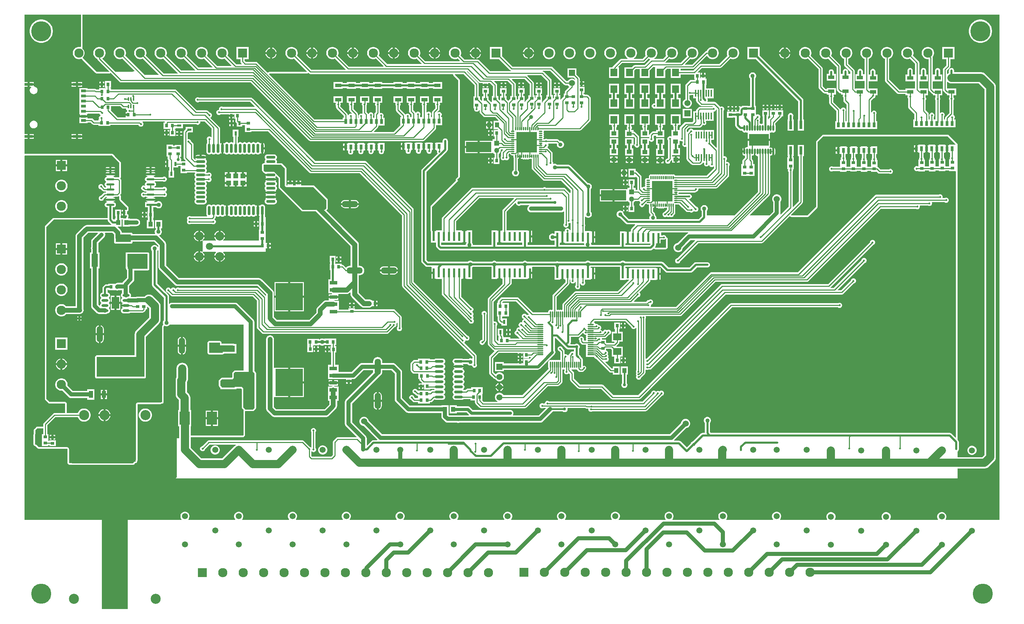
<source format=gtl>
G04*
G04 #@! TF.GenerationSoftware,Altium Limited,Altium Designer,23.10.1 (27)*
G04*
G04 Layer_Physical_Order=1*
G04 Layer_Color=255*
%FSLAX25Y25*%
%MOIN*%
G70*
G04*
G04 #@! TF.SameCoordinates,1ECFB1C0-1579-4D3B-9075-10E0A19D06C0*
G04*
G04*
G04 #@! TF.FilePolarity,Positive*
G04*
G01*
G75*
%ADD10C,0.01000*%
%ADD21R,0.12598X0.06299*%
%ADD22R,0.03347X0.02756*%
%ADD23R,0.03150X0.04724*%
%ADD24R,0.05906X0.03543*%
%ADD25R,0.25000X0.10000*%
%ADD26C,0.03937*%
%ADD27R,0.01400X0.06600*%
%ADD28R,0.06693X0.07284*%
%ADD29R,0.05118X0.03937*%
%ADD30R,0.03937X0.05118*%
%ADD31R,0.02756X0.03347*%
%ADD32O,0.08661X0.02362*%
%ADD33O,0.06000X0.15748*%
%ADD34R,0.03937X0.07087*%
%ADD35R,0.01968X0.01968*%
%ADD36R,0.03000X0.03500*%
%ADD37O,0.07874X0.01968*%
%ADD38R,0.07874X0.01968*%
%ADD39R,0.09843X0.12992*%
%ADD40R,0.02200X0.09100*%
%ADD41R,0.04842X0.02559*%
%ADD42R,0.08268X0.02756*%
%ADD43R,0.26772X0.26772*%
%ADD44R,0.07284X0.03740*%
%ADD45R,0.07480X0.11811*%
%ADD46O,0.06890X0.02362*%
%ADD47R,0.06299X0.12598*%
%ADD48O,0.15748X0.06000*%
%ADD49O,0.02559X0.09055*%
%ADD50O,0.06299X0.01181*%
%ADD51O,0.01181X0.06299*%
%ADD52R,0.03000X0.08000*%
%ADD53O,0.01102X0.03347*%
%ADD54O,0.03347X0.01102*%
%ADD55R,0.20079X0.20079*%
%ADD56R,0.19685X0.11811*%
%ADD57O,0.01772X0.05709*%
%ADD58R,0.01575X0.03347*%
%ADD59R,0.06299X0.01181*%
%ADD60R,0.07874X0.06693*%
%ADD61R,0.05118X0.05118*%
%ADD62O,0.09055X0.02559*%
%ADD63R,0.02362X0.03937*%
%ADD64R,0.03937X0.02362*%
%ADD121C,0.04000*%
%ADD122C,0.02000*%
%ADD123C,0.08000*%
%ADD124C,0.01500*%
%ADD125C,0.03000*%
%ADD126C,0.02500*%
%ADD127C,0.04500*%
%ADD128C,0.05000*%
%ADD129R,0.25300X1.01300*%
%ADD130R,0.15000X0.07600*%
%ADD131R,0.19600X0.14600*%
%ADD132R,0.13200X0.04800*%
%ADD133R,0.10600X0.05200*%
%ADD134R,0.23700X0.06300*%
%ADD135R,0.46500X0.19600*%
%ADD136C,0.19685*%
%ADD137C,0.09055*%
%ADD138R,0.09055X0.09055*%
%ADD139C,0.05906*%
%ADD140R,0.05906X0.05906*%
%ADD141R,0.05000X0.05000*%
%ADD142C,0.05000*%
%ADD143R,0.09055X0.09055*%
%ADD144C,0.09843*%
%ADD145C,0.08661*%
%ADD146C,0.07087*%
%ADD147C,0.02000*%
%ADD148C,0.04000*%
%ADD149C,0.03000*%
%ADD150C,0.06000*%
%ADD151C,0.02362*%
G36*
X58571Y555566D02*
X58071Y555240D01*
X57129Y555428D01*
X55942D01*
X54777Y555196D01*
X53680Y554742D01*
X52693Y554082D01*
X51854Y553242D01*
X51194Y552255D01*
X50740Y551158D01*
X50508Y549994D01*
Y548806D01*
X50740Y547642D01*
X51194Y546545D01*
X51854Y545558D01*
X52693Y544718D01*
X53680Y544059D01*
X54777Y543604D01*
X55942Y543372D01*
X57129D01*
X58294Y543604D01*
X58579Y543722D01*
X59041Y543839D01*
X59041Y543838D01*
X59113Y543766D01*
X59197Y543640D01*
X59231Y543606D01*
X59231Y543606D01*
X59232Y543605D01*
X59232Y543605D01*
X60018Y542819D01*
X60019Y542818D01*
X72805Y530032D01*
X72806Y530032D01*
X72806Y530031D01*
X72806Y530031D01*
X72806Y530031D01*
X72912Y529925D01*
X72916Y529923D01*
X72919Y529919D01*
X73041Y529838D01*
X73099Y529780D01*
X73144Y529735D01*
X73145Y529735D01*
X73145Y529734D01*
X73146Y529734D01*
X73284Y529677D01*
X73408Y529594D01*
X73413Y529593D01*
X73417Y529590D01*
X73417Y529590D01*
X73425Y529589D01*
X73650Y529495D01*
X73657Y529491D01*
X73657Y529491D01*
X73658Y529490D01*
X73659Y529490D01*
X73666Y529487D01*
X73793Y529462D01*
X73911Y529409D01*
X73911Y529409D01*
X73933Y529408D01*
X73945Y529403D01*
X73959Y529403D01*
X73982Y529394D01*
X73982Y529394D01*
X74113Y529397D01*
X74242Y529371D01*
X74246Y529372D01*
X74251Y529371D01*
X85963D01*
X86548Y529487D01*
X87044Y529819D01*
X87642Y529874D01*
X96258Y521258D01*
X96920Y520816D01*
X97700Y520661D01*
X224555D01*
X281499Y463718D01*
X282160Y463275D01*
X282941Y463120D01*
X393144D01*
X393925Y463275D01*
X394586Y463718D01*
X405492Y474623D01*
X405934Y475285D01*
X406090Y476065D01*
Y478849D01*
X412125D01*
Y486573D01*
X411039D01*
Y487704D01*
X411119Y487784D01*
X411500Y488703D01*
Y489697D01*
X411119Y490616D01*
X410416Y491319D01*
X409497Y491700D01*
X408503D01*
X407584Y491319D01*
X407275Y491692D01*
X408774Y493190D01*
X409216Y493852D01*
X409371Y494632D01*
Y497601D01*
X409451Y497681D01*
X409832Y498600D01*
Y499594D01*
X409643Y500050D01*
X409977Y500550D01*
X411913D01*
Y507093D01*
X403008D01*
Y500550D01*
X404687D01*
X405021Y500050D01*
X404832Y499594D01*
Y498600D01*
X405213Y497681D01*
X405293Y497601D01*
Y495477D01*
X402608Y492792D01*
X402167Y492131D01*
X402011Y491350D01*
Y486573D01*
X400839D01*
Y488004D01*
X400919Y488084D01*
X401300Y489003D01*
Y489997D01*
X400919Y490916D01*
X400216Y491619D01*
X399297Y492000D01*
X398303D01*
X397384Y491619D01*
X397014Y491250D01*
X396514Y491457D01*
Y497601D01*
X396594Y497681D01*
X396975Y498600D01*
Y499594D01*
X396786Y500050D01*
X397120Y500550D01*
X399113D01*
Y507093D01*
X390208D01*
Y500550D01*
X391829D01*
X392164Y500050D01*
X391975Y499594D01*
Y498600D01*
X392356Y497681D01*
X392436Y497601D01*
Y486573D01*
X390339D01*
Y488004D01*
X390419Y488084D01*
X390800Y489003D01*
Y489997D01*
X390419Y490916D01*
X389716Y491619D01*
X388797Y492000D01*
X387803D01*
X386884Y491619D01*
X386372Y491107D01*
X386369Y491106D01*
X385788Y491158D01*
X385777Y491166D01*
X385492Y491592D01*
X383657Y493427D01*
Y497601D01*
X383737Y497681D01*
X384118Y498600D01*
Y499594D01*
X383929Y500050D01*
X384263Y500550D01*
X386113D01*
Y507093D01*
X377208D01*
Y500550D01*
X378972D01*
X379307Y500050D01*
X379118Y499594D01*
Y498600D01*
X379498Y497681D01*
X379579Y497601D01*
Y492582D01*
X379734Y491802D01*
X380176Y491140D01*
X382011Y489305D01*
Y486573D01*
X380989D01*
X380712Y486989D01*
X380800Y487203D01*
Y488197D01*
X380419Y489116D01*
X379716Y489819D01*
X378797Y490200D01*
X377803D01*
X376884Y489819D01*
X376354Y489289D01*
X375798Y489297D01*
X375737Y489326D01*
X375492Y489691D01*
X370800Y494384D01*
Y497601D01*
X370880Y497681D01*
X371261Y498600D01*
Y499594D01*
X371072Y500050D01*
X371406Y500550D01*
X373313D01*
Y507093D01*
X364408D01*
Y500550D01*
X366115D01*
X366449Y500050D01*
X366261Y499594D01*
Y498600D01*
X366641Y497681D01*
X366722Y497601D01*
Y493539D01*
X366877Y492759D01*
X367319Y492097D01*
X372011Y487405D01*
Y486573D01*
X370976D01*
Y478849D01*
X370976Y478849D01*
X370976D01*
X370762Y478438D01*
X364497Y472172D01*
X345409D01*
X345218Y472634D01*
X348992Y476408D01*
X349434Y477070D01*
X349590Y477850D01*
Y478349D01*
X355625D01*
Y486073D01*
X354339D01*
Y486804D01*
X354419Y486884D01*
X354800Y487803D01*
Y488797D01*
X354419Y489716D01*
X353716Y490419D01*
X352797Y490800D01*
X351803D01*
X351400Y490633D01*
X350900Y490967D01*
Y497643D01*
X350937Y497681D01*
X351318Y498600D01*
Y499594D01*
X351129Y500050D01*
X351463Y500550D01*
X353313D01*
Y507093D01*
X344408D01*
Y500550D01*
X346172D01*
X346506Y500050D01*
X346318Y499594D01*
Y498600D01*
X346698Y497681D01*
X346821Y497558D01*
Y491405D01*
X346109Y490692D01*
X345667Y490031D01*
X345511Y489250D01*
Y486073D01*
X344339D01*
Y487304D01*
X344419Y487384D01*
X344800Y488303D01*
Y489297D01*
X344419Y490216D01*
X343716Y490919D01*
X342797Y491300D01*
X341803D01*
X340884Y490919D01*
X340181Y490216D01*
X339996Y489770D01*
X339476Y489821D01*
X339434Y490030D01*
X338992Y490692D01*
X337971Y491713D01*
Y497601D01*
X338052Y497681D01*
X338432Y498600D01*
Y499594D01*
X338200Y500155D01*
Y500650D01*
X340613D01*
Y507193D01*
X331708D01*
Y500650D01*
X333328D01*
X333662Y500150D01*
X333432Y499594D01*
Y498600D01*
X333813Y497681D01*
X333893Y497601D01*
Y490868D01*
X333992Y490371D01*
X333554Y490011D01*
X333097Y490200D01*
X332103D01*
X331184Y489819D01*
X330481Y489116D01*
X330100Y488197D01*
Y487203D01*
X330361Y486573D01*
X330090Y486153D01*
X329590Y486190D01*
Y489450D01*
X329434Y490230D01*
X328992Y490892D01*
X325200Y494684D01*
Y497763D01*
X325546Y498600D01*
Y499594D01*
X325358Y500050D01*
X325692Y500550D01*
X327613D01*
Y507093D01*
X318708D01*
Y500550D01*
X320401D01*
X320735Y500050D01*
X320546Y499594D01*
Y498600D01*
X320927Y497681D01*
X321122Y497486D01*
Y493839D01*
X321277Y493059D01*
X321719Y492397D01*
X323642Y490474D01*
X323359Y490050D01*
X322997Y490200D01*
X322003D01*
X321084Y489819D01*
X320381Y489116D01*
X320090Y488414D01*
X319590Y488513D01*
Y488950D01*
X319434Y489730D01*
X318992Y490391D01*
X318992Y490391D01*
X312200Y497184D01*
Y497601D01*
X312280Y497681D01*
X312661Y498600D01*
Y499594D01*
X312472Y500050D01*
X312806Y500550D01*
X314613D01*
Y507093D01*
X305708D01*
Y500550D01*
X307515D01*
X307849Y500050D01*
X307661Y499594D01*
Y498600D01*
X308041Y497681D01*
X308121Y497601D01*
Y496339D01*
X308277Y495559D01*
X308719Y494897D01*
X315511Y488105D01*
Y486073D01*
X314476D01*
Y484250D01*
X287101D01*
X242778Y528573D01*
X242737Y528700D01*
X242726Y528977D01*
X242743Y529162D01*
X242831Y529273D01*
X242871Y529299D01*
X242921Y529349D01*
X242933Y529355D01*
X242945Y529360D01*
X243014Y529368D01*
X243022Y529370D01*
X243023Y529371D01*
X279530D01*
X280115Y529487D01*
X280611Y529819D01*
X281209Y529874D01*
X281625Y529458D01*
X282287Y529016D01*
X283067Y528861D01*
X422351D01*
X422447Y528815D01*
X422790Y528499D01*
X422800Y528387D01*
X422800Y528386D01*
X422802Y528362D01*
X422802Y528361D01*
X422802Y528360D01*
X422803Y528347D01*
X422790Y528281D01*
X422790Y528213D01*
X422810Y528111D01*
Y528029D01*
X422819Y527983D01*
X422837Y527941D01*
X422849Y527791D01*
X422853Y527777D01*
X422859Y527766D01*
X422859Y527762D01*
X422892Y527698D01*
X422906Y527628D01*
X422909Y527625D01*
X422911Y527612D01*
X422917Y527598D01*
X423001Y527473D01*
X423013Y527429D01*
X423017Y527422D01*
X423068Y527358D01*
X423133Y527232D01*
X423176Y527178D01*
X423227Y527135D01*
X423249Y527102D01*
X423259Y527096D01*
X423294Y527043D01*
X424819Y525519D01*
X424819Y525519D01*
X427558Y522780D01*
X427558Y522779D01*
X427664Y522673D01*
X427664Y522673D01*
X427666Y522664D01*
X427766Y522423D01*
X427770Y522416D01*
X427771Y522416D01*
X427771Y522266D01*
X427771Y522265D01*
Y512700D01*
Y428835D01*
Y428685D01*
X427771Y428684D01*
X427770Y428684D01*
X427770Y428684D01*
X427767Y428676D01*
X427763Y428669D01*
X427666Y428436D01*
X427664Y428427D01*
X427558Y428321D01*
X427557Y428320D01*
X425725Y426488D01*
X425641Y426363D01*
X425535Y426256D01*
X425535Y426256D01*
X425534Y426255D01*
X425534Y426255D01*
X425503Y426180D01*
X425473Y426136D01*
X425447Y426071D01*
X425393Y425992D01*
X425389Y425970D01*
X425375Y425936D01*
X425375Y425935D01*
X425332Y425871D01*
X425303Y425723D01*
X425245Y425584D01*
X425245Y425433D01*
X425215Y425285D01*
X425245Y425138D01*
X425245Y424988D01*
X425303Y424848D01*
X425332Y424700D01*
X425353Y424648D01*
X425353Y424648D01*
X425433Y424530D01*
X425471Y424434D01*
X401125Y400088D01*
X401042Y399963D01*
X400935Y399857D01*
X400877Y399717D01*
X400794Y399592D01*
X400792Y399583D01*
X400692Y399342D01*
X400687Y399335D01*
X400658Y399187D01*
X400600Y399047D01*
X400600Y398897D01*
X400571Y398749D01*
Y375625D01*
X400621Y375371D01*
X400659Y375114D01*
X400679Y375079D01*
X400687Y375040D01*
X400831Y374824D01*
X400964Y374601D01*
X400985Y374578D01*
Y363540D01*
X406036D01*
Y360415D01*
X406230Y359439D01*
X406783Y358613D01*
X408498Y356898D01*
X409325Y356345D01*
X410300Y356151D01*
X616100D01*
X617075Y356345D01*
X617902Y356898D01*
X618856Y357852D01*
X619509Y357797D01*
X619557Y357737D01*
X619619Y357686D01*
X619664Y357619D01*
X619847Y357496D01*
X620016Y357356D01*
X620093Y357332D01*
X620160Y357287D01*
X620376Y357244D01*
X620586Y357179D01*
X620666Y357186D01*
X620746Y357171D01*
X630512D01*
X630636Y357195D01*
X630763Y357191D01*
X630763Y357191D01*
X630786Y357200D01*
X630810D01*
X630949Y357258D01*
X631097Y357287D01*
X631104Y357292D01*
X631104Y357292D01*
X631346Y357392D01*
X631346Y357392D01*
X631354Y357394D01*
X631479Y357477D01*
X631617Y357534D01*
X631617Y357534D01*
X631618Y357535D01*
X631618Y357535D01*
X631725Y357641D01*
X631850Y357725D01*
X631956Y357831D01*
X631957Y357832D01*
X632075Y357949D01*
X632159Y358075D01*
X632265Y358182D01*
X632268Y358189D01*
X632274Y358195D01*
X632274Y358196D01*
X632324Y358319D01*
X632399Y358429D01*
X632399Y358429D01*
X632401Y358438D01*
X632406Y358446D01*
X632408Y358454D01*
X632408Y358454D01*
X632505Y358688D01*
X632509Y358694D01*
X632510Y358695D01*
X632511Y358699D01*
X632513Y358703D01*
X632542Y358851D01*
X632600Y358989D01*
Y359005D01*
X632606Y359019D01*
X632606Y359020D01*
X632603Y359151D01*
X632629Y359279D01*
X632628Y359284D01*
X632629Y359289D01*
Y367406D01*
X632580Y367655D01*
X632545Y367907D01*
X632522Y367946D01*
X632513Y367991D01*
X632372Y368202D01*
X632243Y368422D01*
X632207Y368449D01*
X632181Y368487D01*
X631970Y368628D01*
X631767Y368782D01*
X631429Y368946D01*
X631313Y368976D01*
Y369184D01*
X630933Y370103D01*
X630230Y370806D01*
X629311Y371187D01*
X628316D01*
X627397Y370806D01*
X627317Y370726D01*
X626285D01*
Y373561D01*
X652668D01*
X652768Y373061D01*
X652035Y372757D01*
X651304Y372196D01*
X642408Y363300D01*
X642308D01*
X641163Y362993D01*
X640137Y362401D01*
X639299Y361563D01*
X638707Y360537D01*
X638400Y359392D01*
Y358208D01*
X638707Y357063D01*
X639299Y356037D01*
X640137Y355199D01*
X641163Y354607D01*
X642308Y354300D01*
X643492D01*
X644637Y354607D01*
X645663Y355199D01*
X646501Y356037D01*
X647093Y357063D01*
X647400Y358208D01*
Y358308D01*
X655262Y366170D01*
X659233D01*
X659424Y365708D01*
X642116Y348400D01*
X642003D01*
X641084Y348019D01*
X640381Y347316D01*
X640000Y346397D01*
Y345403D01*
X640381Y344484D01*
X641084Y343781D01*
X642003Y343400D01*
X642997D01*
X643916Y343781D01*
X644619Y344484D01*
X645000Y345403D01*
Y345516D01*
X662545Y363061D01*
X724500D01*
X725280Y363216D01*
X725942Y363658D01*
X751765Y389481D01*
X752432Y389447D01*
X752498Y389391D01*
X752547Y389319D01*
X752724Y389200D01*
X752887Y389062D01*
X752970Y389035D01*
X753043Y388987D01*
X753252Y388945D01*
X753456Y388880D01*
X753543Y388888D01*
X753628Y388871D01*
X768708D01*
X768777Y388824D01*
X768925Y388795D01*
X769064Y388738D01*
X769102Y388738D01*
X769137Y388725D01*
X769251Y388730D01*
X769363Y388708D01*
X769510Y388737D01*
X769661Y388737D01*
X769696Y388752D01*
X769733Y388754D01*
X769734Y388754D01*
X769836Y388802D01*
X769948Y388824D01*
X769998Y388858D01*
X770077Y388891D01*
X770077Y388891D01*
X770092Y388894D01*
X770179Y388952D01*
X770212Y388966D01*
X770250Y388991D01*
X770356Y389035D01*
X770463Y389142D01*
X770588Y389225D01*
X778875Y397512D01*
X778958Y397637D01*
X779065Y397743D01*
X779123Y397883D01*
X779207Y398008D01*
X779208Y398017D01*
X779308Y398258D01*
X779313Y398265D01*
X779342Y398413D01*
X779400Y398553D01*
X779400Y398703D01*
X779429Y398851D01*
Y462366D01*
X784934Y467871D01*
X906466D01*
X914346Y459991D01*
X914068Y459562D01*
X908025D01*
Y459062D01*
X907100D01*
Y455700D01*
Y452338D01*
X908025D01*
Y451838D01*
X909061D01*
Y447706D01*
X908981Y447626D01*
X908600Y446707D01*
Y445712D01*
X908380Y445384D01*
X908027D01*
Y439978D01*
X908027Y439628D01*
X908027Y439127D01*
Y438339D01*
X904827D01*
X904473Y438693D01*
X904473Y439478D01*
X904473Y439978D01*
Y445384D01*
X903600D01*
Y445966D01*
X903219Y446885D01*
X903139Y446965D01*
Y451838D01*
X904175D01*
Y452338D01*
X905100D01*
Y455700D01*
Y459062D01*
X904175D01*
Y459562D01*
X898025D01*
Y459062D01*
X897100D01*
Y455700D01*
Y452338D01*
X898025D01*
Y451838D01*
X899061D01*
Y446965D01*
X898981Y446885D01*
X898600Y445966D01*
Y445384D01*
X898127D01*
Y439978D01*
X898127Y439628D01*
X898127Y439127D01*
Y438339D01*
X894927D01*
X894573Y438693D01*
X894573Y439278D01*
X894573Y439778D01*
Y445184D01*
X893911D01*
X893900Y445199D01*
Y446194D01*
X893519Y447113D01*
X893439Y447193D01*
Y451838D01*
X894175D01*
Y452338D01*
X895100D01*
Y455700D01*
Y459062D01*
X894175D01*
Y459562D01*
X888025D01*
Y459062D01*
X887100D01*
Y455700D01*
Y452338D01*
X888025D01*
Y451838D01*
X889361D01*
Y447193D01*
X889281Y447113D01*
X888900Y446194D01*
Y445199D01*
X888889Y445184D01*
X888227D01*
Y439778D01*
X888227Y439428D01*
X888227Y438928D01*
Y438339D01*
X884727D01*
X884373Y438693D01*
X884373Y439178D01*
X884373Y439678D01*
Y445084D01*
X883677D01*
X883600Y445199D01*
Y446194D01*
X883219Y447113D01*
X883139Y447193D01*
Y451838D01*
X884175D01*
Y452338D01*
X885100D01*
Y455700D01*
Y459062D01*
X884175D01*
Y459562D01*
X878025D01*
Y459062D01*
X877100D01*
Y455700D01*
Y452338D01*
X878025D01*
Y451838D01*
X879061D01*
Y447193D01*
X878981Y447113D01*
X878600Y446194D01*
Y445199D01*
X878523Y445084D01*
X878027D01*
Y439678D01*
X878027Y439328D01*
X878027Y438634D01*
X877527Y438398D01*
X876797Y438700D01*
X875803D01*
X874884Y438319D01*
X874181Y437616D01*
X873800Y436697D01*
Y435703D01*
X874181Y434784D01*
X874884Y434081D01*
X875803Y433700D01*
X876797D01*
X877527Y434002D01*
X877984Y433761D01*
X878027Y433709D01*
Y433422D01*
X884373D01*
Y434261D01*
X888227D01*
Y433522D01*
X894573D01*
Y434261D01*
X898127D01*
Y433722D01*
X904473D01*
Y434261D01*
X908027D01*
Y433722D01*
X914216D01*
X914373Y433722D01*
X914716Y433364D01*
Y172842D01*
X914254Y172651D01*
X910302Y176602D01*
X909475Y177155D01*
X908500Y177349D01*
X674840D01*
X674049Y178140D01*
Y186999D01*
X674301Y187251D01*
X674761Y188049D01*
X675000Y188939D01*
Y189861D01*
X674761Y190751D01*
X674301Y191549D01*
X673649Y192201D01*
X672851Y192661D01*
X671961Y192900D01*
X671039D01*
X670149Y192661D01*
X669351Y192201D01*
X668699Y191549D01*
X668238Y190751D01*
X668000Y189861D01*
Y188939D01*
X668238Y188049D01*
X668699Y187251D01*
X668951Y186999D01*
Y177349D01*
X666900D01*
X665925Y177155D01*
X665098Y176602D01*
X657518Y169023D01*
X657042Y168896D01*
X656358Y168501D01*
X655799Y167942D01*
X655404Y167258D01*
X655322Y166951D01*
X651391Y163020D01*
X645508Y168902D01*
X644681Y169455D01*
X643706Y169649D01*
X639149D01*
X638941Y170149D01*
X650693Y181900D01*
X650792D01*
X651937Y182207D01*
X652963Y182799D01*
X653801Y183637D01*
X654393Y184663D01*
X654700Y185808D01*
Y186992D01*
X654393Y188137D01*
X653801Y189163D01*
X652963Y190001D01*
X651937Y190593D01*
X650792Y190900D01*
X649608D01*
X648463Y190593D01*
X647437Y190001D01*
X646599Y189163D01*
X646007Y188137D01*
X645700Y186992D01*
Y186892D01*
X634738Y175930D01*
X353162D01*
X340000Y189093D01*
Y189192D01*
X339693Y190337D01*
X339101Y191363D01*
X338263Y192201D01*
X337237Y192793D01*
X336092Y193100D01*
X334908D01*
X333763Y192793D01*
X332737Y192201D01*
X331899Y191363D01*
X331307Y190337D01*
X331000Y189192D01*
Y188008D01*
X331307Y186863D01*
X331899Y185837D01*
X332737Y184999D01*
X333763Y184407D01*
X334908Y184100D01*
X335008D01*
X348497Y170611D01*
X348305Y170149D01*
X344800D01*
X343825Y169955D01*
X342998Y169402D01*
X338715Y165120D01*
X338215Y165327D01*
Y171915D01*
X338095Y172829D01*
X337742Y173680D01*
X337181Y174411D01*
X323830Y187762D01*
Y205938D01*
X351381Y233489D01*
X351405Y233520D01*
X352095Y234049D01*
X352816Y234989D01*
X353269Y236084D01*
X353424Y237258D01*
Y238602D01*
X362405D01*
X365631Y235377D01*
Y210139D01*
X365751Y209226D01*
X366103Y208374D01*
X366664Y207643D01*
X376404Y197904D01*
X377135Y197343D01*
X377986Y196990D01*
X378900Y196870D01*
X411270D01*
Y193500D01*
X411390Y192586D01*
X411743Y191735D01*
X412304Y191004D01*
X414904Y188404D01*
X415635Y187843D01*
X416486Y187490D01*
X417400Y187370D01*
X417400Y187370D01*
X426195D01*
X426249Y187338D01*
X427139Y187100D01*
X428061D01*
X428951Y187338D01*
X429005Y187370D01*
X507900D01*
X508814Y187490D01*
X509665Y187843D01*
X510396Y188404D01*
X520096Y198104D01*
X520251Y198306D01*
X529851D01*
X529958Y198199D01*
X530642Y197804D01*
X531405Y197600D01*
X532195D01*
X532958Y197804D01*
X533642Y198199D01*
X534201Y198758D01*
X534596Y199442D01*
X534800Y200205D01*
Y200995D01*
X534717Y201305D01*
X535101Y201805D01*
X551611D01*
X551758Y201658D01*
X552420Y201216D01*
X553200Y201061D01*
X554957D01*
X555000Y200997D01*
Y200003D01*
X555381Y199084D01*
X556084Y198381D01*
X557003Y198000D01*
X557997D01*
X558916Y198381D01*
X558996Y198461D01*
X610900D01*
X611680Y198616D01*
X612342Y199058D01*
X626984Y213700D01*
X627097D01*
X628016Y214081D01*
X628719Y214784D01*
X629100Y215703D01*
Y216697D01*
X628719Y217616D01*
X628016Y218319D01*
X627097Y218700D01*
X626103D01*
X625184Y218319D01*
X624750Y217885D01*
X624516Y218119D01*
X623597Y218500D01*
X622603D01*
X621684Y218119D01*
X621270Y217706D01*
X621219Y217716D01*
X620516Y218419D01*
X619597Y218800D01*
X618603D01*
X617684Y218419D01*
X616981Y217716D01*
X616600Y216797D01*
Y216684D01*
X608055Y208139D01*
X516459D01*
X516378Y208219D01*
X515460Y208600D01*
X514465D01*
X513546Y208219D01*
X512843Y207516D01*
X512462Y206597D01*
Y205883D01*
X511341D01*
X511260Y205964D01*
X510342Y206344D01*
X509347D01*
X508428Y205964D01*
X507725Y205260D01*
X507344Y204342D01*
Y203347D01*
X507725Y202428D01*
X508428Y201725D01*
X509347Y201344D01*
X510342D01*
X511260Y201725D01*
X511341Y201805D01*
X513159D01*
X513351Y201343D01*
X506438Y194430D01*
X481380D01*
X481227Y194664D01*
X481142Y194930D01*
X481200Y195030D01*
X481320Y195187D01*
X481396Y195370D01*
X481496Y195542D01*
X481547Y195734D01*
X481623Y195917D01*
X481649Y196114D01*
X481700Y196305D01*
Y196503D01*
X481726Y196700D01*
X481700Y196897D01*
Y197095D01*
X481649Y197286D01*
X481623Y197483D01*
X481547Y197666D01*
X481496Y197858D01*
X481396Y198030D01*
X481320Y198213D01*
X481200Y198370D01*
X481101Y198542D01*
X480960Y198682D01*
X480840Y198840D01*
X480682Y198960D01*
X480542Y199101D01*
X480370Y199200D01*
X480213Y199320D01*
X480030Y199396D01*
X479858Y199496D01*
X479666Y199547D01*
X479483Y199623D01*
X479286Y199649D01*
X479095Y199700D01*
X478897D01*
X478700Y199726D01*
X441953D01*
X439140Y202540D01*
X438513Y203021D01*
X437783Y203323D01*
X437000Y203426D01*
X426143D01*
Y204459D01*
X419206D01*
Y196341D01*
X426143D01*
Y197374D01*
X435747D01*
X438191Y194930D01*
X437983Y194430D01*
X418862D01*
X418330Y194962D01*
Y200400D01*
X418268Y200869D01*
Y204459D01*
X411332D01*
Y203930D01*
X380362D01*
X372691Y211602D01*
Y236839D01*
X372571Y237753D01*
X372218Y238604D01*
X371657Y239336D01*
X366364Y244629D01*
X365633Y245190D01*
X364781Y245542D01*
X363868Y245662D01*
X353424D01*
Y247006D01*
X353269Y248181D01*
X352816Y249276D01*
X352095Y250216D01*
X351154Y250937D01*
X350060Y251391D01*
X348885Y251545D01*
X347710Y251391D01*
X346616Y250937D01*
X345676Y250216D01*
X344954Y249276D01*
X344501Y248181D01*
X344346Y247006D01*
Y245662D01*
X333532D01*
X333532Y245662D01*
X332619Y245542D01*
X331767Y245190D01*
X331036Y244629D01*
X323353Y236945D01*
X311017D01*
X310594Y237132D01*
X310594Y237445D01*
Y243872D01*
X307445D01*
Y256027D01*
X308363D01*
Y262373D01*
X307445D01*
Y263227D01*
X308283D01*
Y269573D01*
X302878D01*
X302528Y269573D01*
X302028Y269573D01*
X296622D01*
Y269573D01*
X296276Y269374D01*
X295951Y269562D01*
X295061Y269800D01*
X294139D01*
X293249Y269562D01*
X292451Y269101D01*
X292199Y268849D01*
X291569D01*
Y269473D01*
X286163D01*
X285813Y269473D01*
X285313Y269473D01*
X279907D01*
Y263132D01*
X279907Y263127D01*
X279907Y263127D01*
X280007Y262673D01*
X280007Y262673D01*
Y256327D01*
X285763D01*
Y262647D01*
X285768Y262692D01*
X285875Y263127D01*
X286163Y263127D01*
X291569D01*
Y263751D01*
X292199D01*
X292451Y263499D01*
X293249Y263039D01*
X294139Y262800D01*
X295061D01*
X295951Y263039D01*
X296449Y263326D01*
X296622Y263227D01*
Y263227D01*
X302028D01*
X302378Y263227D01*
X302866Y263227D01*
X303366Y263199D01*
Y262373D01*
X302607D01*
Y256027D01*
X303366D01*
Y243872D01*
X300310D01*
Y237285D01*
X300310Y236785D01*
X300310Y236632D01*
Y230045D01*
X304442D01*
X304538Y230005D01*
X305452Y229885D01*
X318127D01*
Y228900D01*
X320800D01*
X323473D01*
Y229885D01*
X324815D01*
X325729Y230005D01*
X326580Y230358D01*
X327311Y230919D01*
X334995Y238602D01*
X344346D01*
Y237258D01*
X344442Y236534D01*
X317804Y209896D01*
X317243Y209165D01*
X316890Y208314D01*
X316770Y207400D01*
Y186300D01*
X316890Y185386D01*
X317243Y184535D01*
X317804Y183804D01*
X328206Y173401D01*
X328015Y172939D01*
X309800D01*
X309800Y172939D01*
X309020Y172784D01*
X308358Y172342D01*
X305658Y169642D01*
X305216Y168980D01*
X305061Y168200D01*
Y155745D01*
X303255Y153939D01*
X284745D01*
X283924Y154760D01*
Y158933D01*
X284424Y159140D01*
X284684Y158881D01*
X285603Y158500D01*
X286597D01*
X287516Y158881D01*
X288219Y159584D01*
X288600Y160503D01*
Y161497D01*
X288219Y162416D01*
X288139Y162496D01*
Y170600D01*
Y171600D01*
Y178232D01*
X288500Y179103D01*
Y180097D01*
X288119Y181016D01*
X287416Y181719D01*
X286497Y182100D01*
X285503D01*
X284584Y181719D01*
X283881Y181016D01*
X283500Y180097D01*
Y179103D01*
X283881Y178184D01*
X284061Y178004D01*
Y171600D01*
Y170600D01*
Y163382D01*
X283561Y163175D01*
X283301Y163434D01*
X282382Y163815D01*
X282269D01*
X276742Y169342D01*
X276080Y169784D01*
X275300Y169939D01*
X183770D01*
X182990Y169784D01*
X182328Y169342D01*
X177201Y164215D01*
X177088D01*
X176169Y163834D01*
X175466Y163131D01*
X175085Y162212D01*
Y161218D01*
X175466Y160299D01*
X176169Y159596D01*
X177088Y159215D01*
X178082D01*
X179001Y159596D01*
X179704Y160299D01*
X180085Y161218D01*
Y161331D01*
X184615Y165861D01*
X210061D01*
X210158Y165370D01*
X210145Y165365D01*
X208996Y164483D01*
X196760Y152248D01*
X176444D01*
X165832Y162858D01*
Y173071D01*
X216749D01*
X216897Y173100D01*
X217048Y173100D01*
X217049Y173100D01*
X217049D01*
X217049Y173100D01*
X217188Y173158D01*
X217335Y173187D01*
X217342Y173192D01*
X217342Y173192D01*
X217583Y173292D01*
X217592Y173294D01*
X217717Y173377D01*
X217856Y173435D01*
X217963Y173541D01*
X218088Y173625D01*
X218575Y174112D01*
X218658Y174237D01*
X218765Y174343D01*
X218823Y174483D01*
X218906Y174608D01*
X218908Y174617D01*
X219008Y174858D01*
X219013Y174865D01*
X219042Y175013D01*
X219100Y175153D01*
X219100Y175303D01*
X219129Y175451D01*
Y198366D01*
X219500Y198671D01*
X226800D01*
X227385Y198787D01*
X227881Y199119D01*
X229381Y200619D01*
X229713Y201115D01*
X229829Y201700D01*
Y235700D01*
X229713Y236285D01*
X229381Y236781D01*
X228230Y237933D01*
Y286000D01*
X228110Y286914D01*
X227757Y287765D01*
X227196Y288496D01*
X211896Y303796D01*
X211165Y304357D01*
X210314Y304710D01*
X209400Y304830D01*
X147700D01*
X147471Y304800D01*
X147239D01*
X147016Y304740D01*
X146786Y304710D01*
X146573Y304621D01*
X146349Y304561D01*
X146149Y304446D01*
X145935Y304357D01*
X145751Y304216D01*
X145551Y304101D01*
X145387Y303937D01*
X145249Y303831D01*
X145057Y303870D01*
X144749Y304025D01*
Y310900D01*
X144555Y311876D01*
X144002Y312702D01*
X133149Y323556D01*
Y355499D01*
X133401Y355751D01*
X133575Y356054D01*
X134216Y356164D01*
X134318Y356077D01*
Y339874D01*
X134447Y338895D01*
X134824Y337983D01*
X135425Y337200D01*
X150200Y322426D01*
X150983Y321824D01*
X151895Y321446D01*
X152874Y321318D01*
X231233D01*
X239718Y312833D01*
Y311947D01*
X239708Y311938D01*
X239218Y311766D01*
X232342Y318642D01*
X231680Y319084D01*
X230900Y319239D01*
X154896D01*
X154816Y319319D01*
X153897Y319700D01*
X152903D01*
X151984Y319319D01*
X151477Y318812D01*
X151150Y318672D01*
X150823Y318812D01*
X150316Y319319D01*
X149397Y319700D01*
X148403D01*
X147484Y319319D01*
X146781Y318616D01*
X146679Y318372D01*
X146179D01*
X146119Y318516D01*
X145416Y319219D01*
X144497Y319600D01*
X143503D01*
X142584Y319219D01*
X141881Y318516D01*
X141500Y317597D01*
Y316603D01*
X141881Y315684D01*
X142584Y314981D01*
X143503Y314600D01*
X143616D01*
X146458Y311758D01*
X147120Y311316D01*
X147900Y311161D01*
X226355D01*
X230561Y306955D01*
Y280800D01*
X230716Y280020D01*
X231158Y279358D01*
X235558Y274958D01*
X236220Y274516D01*
X237000Y274361D01*
X358000D01*
X358780Y274516D01*
X359442Y274958D01*
X365084Y280600D01*
X365197D01*
X366116Y280981D01*
X366819Y281684D01*
X367200Y282603D01*
Y283597D01*
X366975Y284140D01*
X367519Y284684D01*
X367661Y285025D01*
X368161Y284926D01*
Y281096D01*
X368081Y281016D01*
X367700Y280097D01*
Y279103D01*
X368081Y278184D01*
X368784Y277481D01*
X369703Y277100D01*
X370697D01*
X371616Y277481D01*
X372319Y278184D01*
X372700Y279103D01*
Y280097D01*
X372319Y281016D01*
X372239Y281096D01*
Y290600D01*
X372084Y291380D01*
X371642Y292042D01*
X365842Y297842D01*
X365180Y298284D01*
X364400Y298439D01*
X326773D01*
Y299278D01*
X320427D01*
Y298186D01*
X310849D01*
Y299517D01*
X310849Y299517D01*
Y299864D01*
X310849D01*
X310849Y300017D01*
Y306604D01*
X307370D01*
X306686Y306887D01*
X306207Y306950D01*
X306240Y307450D01*
X310349D01*
Y309320D01*
X305707D01*
X301065D01*
Y307516D01*
X301065Y307450D01*
X300906Y307016D01*
X298313D01*
X297334Y306887D01*
X296421Y306509D01*
X295638Y305908D01*
X290091Y300362D01*
X289490Y299578D01*
X289112Y298666D01*
X288984Y297687D01*
Y295147D01*
X281819Y287982D01*
X250167D01*
X247282Y290867D01*
Y314400D01*
X247153Y315379D01*
X246776Y316291D01*
X246175Y317074D01*
X235474Y327775D01*
X234691Y328376D01*
X233779Y328753D01*
X232800Y328882D01*
X154441D01*
X141882Y341441D01*
Y362200D01*
X141753Y363179D01*
X141376Y364091D01*
X140775Y364875D01*
X135163Y370486D01*
X135292Y370969D01*
X135551Y371039D01*
X136349Y371499D01*
X137001Y372151D01*
X137461Y372949D01*
X137700Y373839D01*
Y374761D01*
X137461Y375651D01*
X137001Y376449D01*
X136923Y376527D01*
Y377741D01*
X137843D01*
Y385859D01*
X130905D01*
Y377741D01*
X131825D01*
Y376875D01*
X131399Y376449D01*
X130938Y375651D01*
X130700Y374761D01*
Y373839D01*
X130938Y372949D01*
X131131Y372615D01*
X130881Y372182D01*
X108953D01*
X108913Y372385D01*
X108581Y372881D01*
X108085Y373213D01*
X107500Y373329D01*
X98482D01*
Y373400D01*
X98353Y374379D01*
X97976Y375291D01*
X97374Y376075D01*
X94570Y378879D01*
X94761Y379341D01*
X98469D01*
Y386241D01*
X98619Y386271D01*
X99104D01*
X99104Y386270D01*
X99255Y386270D01*
X99255D01*
X99262Y386269D01*
X99274Y386261D01*
X99276Y386260D01*
X99405Y386235D01*
Y383869D01*
X99344Y383400D01*
X99405Y382931D01*
Y379341D01*
X106342D01*
Y379870D01*
X112900D01*
X113129Y379900D01*
X113361D01*
X113584Y379960D01*
X113814Y379990D01*
X114027Y380079D01*
X114251Y380138D01*
X114451Y380254D01*
X114665Y380343D01*
X114849Y380484D01*
X115049Y380599D01*
X115213Y380763D01*
X115396Y380904D01*
X115537Y381087D01*
X115701Y381251D01*
X115816Y381451D01*
X115957Y381635D01*
X116046Y381849D01*
X116162Y382049D01*
X116221Y382273D01*
X116310Y382486D01*
X116340Y382716D01*
X116400Y382939D01*
Y383171D01*
X116430Y383400D01*
X116400Y383629D01*
Y383861D01*
X116340Y384084D01*
X116310Y384314D01*
X116221Y384527D01*
X116162Y384751D01*
X116046Y384951D01*
X115957Y385165D01*
X115816Y385349D01*
X115701Y385549D01*
X115537Y385713D01*
X115396Y385896D01*
X115213Y386037D01*
X115049Y386201D01*
X114849Y386316D01*
X114665Y386457D01*
X114451Y386546D01*
X114251Y386662D01*
X114027Y386721D01*
X113814Y386810D01*
X113584Y386840D01*
X113361Y386900D01*
X113129D01*
X112900Y386930D01*
X106342D01*
Y387459D01*
X104887D01*
X104861Y387473D01*
X104767Y387539D01*
X104501Y387914D01*
X104493Y387991D01*
X104502Y388039D01*
Y388123D01*
X104555Y388189D01*
X104558Y388196D01*
X104575Y388212D01*
X104615Y388273D01*
X104616Y388273D01*
X104658Y388337D01*
X104658Y388337D01*
X104659Y388338D01*
X104765Y388444D01*
X104768Y388452D01*
X104774Y388458D01*
X104774Y388458D01*
X104824Y388581D01*
X104899Y388691D01*
X104899Y388691D01*
X104901Y388701D01*
X104906Y388708D01*
X104908Y388716D01*
X104908Y388717D01*
X105005Y388950D01*
X105009Y388957D01*
X105009Y388957D01*
X105010Y388962D01*
X105013Y388966D01*
X105042Y389113D01*
X105100Y389251D01*
Y389267D01*
X105105Y389282D01*
X105106Y389282D01*
X105103Y389413D01*
X105129Y389542D01*
X105128Y389546D01*
X105129Y389551D01*
Y389842D01*
X105129Y389842D01*
X105129Y389988D01*
X105100Y390136D01*
Y390286D01*
X105075Y390412D01*
X105042Y390492D01*
X105032Y390578D01*
X104929Y390765D01*
X104847Y390963D01*
X104786Y391024D01*
X104744Y391100D01*
X104576Y391233D01*
X104425Y391385D01*
X104345Y391418D01*
X104277Y391472D01*
X103864Y391685D01*
X103802Y391704D01*
X103747Y391740D01*
X103678Y391754D01*
Y394243D01*
X103763Y394260D01*
X103780Y394272D01*
X103801Y394276D01*
X103955Y394345D01*
X103956Y394346D01*
X104085Y394403D01*
X104190Y394477D01*
X104190Y394477D01*
X104194Y394479D01*
X104211Y394491D01*
X104215Y394493D01*
X104216Y394494D01*
X104217Y394494D01*
X104217Y394494D01*
X104217Y394494D01*
X104346Y394552D01*
X104450Y394625D01*
X104541Y394721D01*
X104654Y394797D01*
X104664Y394812D01*
X104679Y394822D01*
X104683Y394826D01*
X104763Y394954D01*
X104847Y395037D01*
X104852Y395049D01*
X104861Y395059D01*
X104902Y395167D01*
X104986Y395293D01*
X104988Y395296D01*
X104988Y395296D01*
X104988Y395297D01*
X104992Y395315D01*
X105001Y395330D01*
X105025Y395467D01*
X105075Y395588D01*
X105100Y395714D01*
Y395859D01*
X105104Y395881D01*
X105104Y395882D01*
X105104Y395882D01*
Y395887D01*
X105129Y396012D01*
Y397599D01*
X105129Y397599D01*
Y397749D01*
X105100Y397898D01*
X105100Y398049D01*
X105042Y398187D01*
X105013Y398335D01*
X105008Y398342D01*
X104908Y398583D01*
X104906Y398592D01*
X104823Y398717D01*
X104766Y398855D01*
X104659Y398962D01*
X104575Y399088D01*
X104469Y399194D01*
X104468Y399195D01*
X97842Y405820D01*
X97842Y405821D01*
X97736Y405927D01*
X97734Y405935D01*
X97634Y406177D01*
X97629Y406184D01*
Y406334D01*
X97629Y406335D01*
Y408867D01*
X97629Y408867D01*
Y408985D01*
X97622Y409024D01*
X97627Y409064D01*
X97627Y409072D01*
X97590Y409218D01*
X97582Y409369D01*
X97581Y409372D01*
X97557Y409422D01*
X97556Y409428D01*
X97555Y409430D01*
X97555Y409432D01*
X97530Y409484D01*
X97513Y409570D01*
X97493Y409599D01*
X97480Y409653D01*
X97456Y409703D01*
X97403Y409775D01*
X97366Y409870D01*
X97325Y409913D01*
X97300Y409967D01*
X97298Y409968D01*
X97298Y409970D01*
X97297Y409971D01*
X97175Y410081D01*
X97099Y410182D01*
X97012Y410557D01*
X97044Y410700D01*
X97080Y410797D01*
X97442Y411158D01*
X97442Y411158D01*
X97884Y411820D01*
X98039Y412600D01*
Y424600D01*
X98039Y424600D01*
X97884Y425380D01*
X97442Y426042D01*
X97198Y426285D01*
X97139Y426434D01*
X97135Y426452D01*
X97132Y426598D01*
X97177Y426905D01*
X97225Y426964D01*
X97254Y427016D01*
X97361Y427124D01*
X97364Y427129D01*
X97391Y427194D01*
X97435Y427247D01*
X97474Y427375D01*
X97513Y427432D01*
X97534Y427539D01*
X97592Y427678D01*
X97600Y427719D01*
Y427784D01*
X97610Y427817D01*
X97604Y427888D01*
X97629Y428018D01*
Y441499D01*
X97629Y441499D01*
Y441649D01*
X97600Y441798D01*
X97600Y441949D01*
X97542Y442087D01*
X97513Y442235D01*
X97508Y442242D01*
X97408Y442483D01*
X97406Y442492D01*
X97323Y442617D01*
X97266Y442756D01*
X97159Y442862D01*
X97075Y442988D01*
X96969Y443094D01*
X96968Y443094D01*
X91651Y448412D01*
X89839Y450224D01*
X89731Y450296D01*
X89724Y450303D01*
X89707Y450315D01*
X89607Y450414D01*
X89499Y450486D01*
X89384Y450534D01*
X89261Y450620D01*
X89256Y450623D01*
X89256Y450623D01*
X89241Y450626D01*
X89228Y450634D01*
X89133Y450653D01*
X89075Y450683D01*
X89027Y450688D01*
X88961Y450716D01*
X88937Y450722D01*
X88879Y450723D01*
X88878Y450724D01*
X88864Y450724D01*
X88851Y450730D01*
X88841Y450732D01*
X88769Y450731D01*
X88674Y450753D01*
X88674Y450753D01*
X88674Y450753D01*
X88664Y450753D01*
X88647Y450750D01*
X88604Y450759D01*
X88554Y450759D01*
X88431Y450735D01*
X88281Y450738D01*
X88232Y450729D01*
X88231Y450729D01*
X88231Y450729D01*
X88231Y450729D01*
X3826D01*
X3778Y450720D01*
X3652Y450735D01*
X3239Y451134D01*
Y465280D01*
X6300D01*
Y467658D01*
Y470036D01*
X3239D01*
X3239Y516422D01*
X6300D01*
Y518800D01*
Y521178D01*
X3239D01*
Y586961D01*
X58571D01*
Y555566D01*
D02*
G37*
G36*
X531158Y518458D02*
X531820Y518016D01*
X532600Y517861D01*
X535036D01*
X535437Y517166D01*
X536260Y516343D01*
X532653Y512737D01*
X532211Y512076D01*
X532056Y511295D01*
Y509573D01*
X530922D01*
Y506700D01*
X528462Y504240D01*
X528020Y503579D01*
X527524Y503652D01*
Y508247D01*
X526290D01*
Y509285D01*
X527424D01*
Y515041D01*
X521078D01*
Y509285D01*
X522212D01*
Y508247D01*
X521178D01*
Y505374D01*
X520686Y504883D01*
X520224Y505074D01*
Y508247D01*
X519090D01*
Y522449D01*
X518935Y523229D01*
X518493Y523891D01*
X511342Y531042D01*
X510680Y531484D01*
X510294Y531561D01*
X510343Y532061D01*
X517555D01*
X531158Y518458D01*
D02*
G37*
G36*
X479912Y518204D02*
Y507446D01*
X478778D01*
Y504574D01*
X476754Y502550D01*
X474924Y504380D01*
Y507252D01*
X473890D01*
Y509285D01*
X475024D01*
Y515041D01*
X468678D01*
Y509285D01*
X469812D01*
Y507252D01*
X468578D01*
Y503274D01*
X468116Y503083D01*
X466824Y504374D01*
Y507246D01*
X465739D01*
Y517900D01*
X465584Y518680D01*
X465142Y519342D01*
X462785Y521699D01*
X462976Y522161D01*
X475955D01*
X479912Y518204D01*
D02*
G37*
G36*
X497512Y519204D02*
Y508046D01*
X496378D01*
Y505174D01*
X493758Y502555D01*
X493316Y501893D01*
X492736Y501538D01*
X492724Y501541D01*
Y501691D01*
X492724D01*
X492724Y502041D01*
Y507446D01*
X491439D01*
Y509285D01*
X492573D01*
Y515041D01*
X486227D01*
Y509285D01*
X487361D01*
Y507446D01*
X486378D01*
Y504574D01*
X485586Y503783D01*
X485124Y503974D01*
Y507446D01*
X483990D01*
Y519049D01*
X483835Y519829D01*
X483393Y520491D01*
X480385Y523499D01*
X480576Y523961D01*
X492755D01*
X497512Y519204D01*
D02*
G37*
G36*
X447458Y520758D02*
X448120Y520316D01*
X448900Y520161D01*
X451678D01*
Y519068D01*
X454351D01*
X457024D01*
Y520161D01*
X458555D01*
X461661Y517055D01*
Y507246D01*
X460478D01*
Y501618D01*
X460035Y501354D01*
X457324Y504064D01*
Y506936D01*
X456390D01*
Y509285D01*
X457524D01*
Y515041D01*
X451178D01*
Y509285D01*
X452312D01*
Y506936D01*
X450978D01*
Y502890D01*
X450516Y502699D01*
X448924Y504290D01*
Y507162D01*
X447790D01*
Y518849D01*
X447635Y519629D01*
X447193Y520291D01*
X436297Y531187D01*
X436461Y531730D01*
X436482Y531734D01*
X447458Y520758D01*
D02*
G37*
G36*
X515012Y521604D02*
Y508247D01*
X513878D01*
Y505374D01*
X510758Y502255D01*
X510316Y501593D01*
X510224Y501132D01*
X509724Y501182D01*
Y502141D01*
X509724Y502141D01*
Y502291D01*
X509724D01*
X509724Y502641D01*
Y508046D01*
X508590D01*
Y509285D01*
X509724D01*
Y515041D01*
X503378D01*
Y509285D01*
X504512D01*
Y508046D01*
X503378D01*
Y505444D01*
X503224Y505331D01*
X502724Y505582D01*
Y508046D01*
X501590D01*
Y520049D01*
X501435Y520829D01*
X500993Y521491D01*
X495423Y527061D01*
X495630Y527561D01*
X509055D01*
X515012Y521604D01*
D02*
G37*
G36*
X680661Y493883D02*
Y456767D01*
X680199Y456576D01*
X675818Y460957D01*
Y461070D01*
X675437Y461989D01*
X675357Y462069D01*
Y464300D01*
X678077D01*
Y473900D01*
X668559D01*
Y473400D01*
X668559D01*
Y469100D01*
X667841D01*
Y473400D01*
X667841D01*
Y473900D01*
X658323D01*
Y473900D01*
X657837Y473933D01*
X657719Y474216D01*
X657016Y474919D01*
X656097Y475300D01*
X655103D01*
X654184Y474919D01*
X653481Y474216D01*
X653100Y473297D01*
Y473184D01*
X651939Y472023D01*
X651439Y472230D01*
Y474355D01*
X653345Y476261D01*
X663600D01*
X664380Y476416D01*
X665042Y476858D01*
X666642Y478458D01*
X667084Y479120D01*
X667304Y479211D01*
X667594Y479016D01*
X668375Y478861D01*
X669155Y479016D01*
X669817Y479458D01*
X670259Y480120D01*
X670414Y480900D01*
Y481171D01*
X670259Y481951D01*
X669959Y482400D01*
X670218Y482900D01*
X677477D01*
Y492100D01*
X678147D01*
X679066Y492481D01*
X679769Y493184D01*
X679994Y493727D01*
X680612Y493916D01*
X680661Y493883D01*
D02*
G37*
G36*
X957361Y92100D02*
X904666D01*
X904490Y92600D01*
X905022Y93521D01*
X905325Y94653D01*
Y95826D01*
X905022Y96958D01*
X904436Y97973D01*
X903607Y98802D01*
X902591Y99389D01*
X901459Y99692D01*
X900286D01*
X899154Y99389D01*
X898138Y98802D01*
X897309Y97973D01*
X896723Y96958D01*
X896420Y95826D01*
Y94653D01*
X896723Y93521D01*
X897255Y92600D01*
X897079Y92100D01*
X850217D01*
X850013Y92600D01*
X850522Y93481D01*
X850825Y94614D01*
Y95786D01*
X850522Y96919D01*
X849936Y97934D01*
X849107Y98763D01*
X848091Y99349D01*
X846959Y99653D01*
X845786D01*
X844654Y99349D01*
X843638Y98763D01*
X842809Y97934D01*
X842223Y96919D01*
X841920Y95786D01*
Y94614D01*
X842223Y93481D01*
X842732Y92600D01*
X842527Y92100D01*
X796245D01*
X796040Y92600D01*
X796549Y93481D01*
X796853Y94614D01*
Y95786D01*
X796549Y96919D01*
X795963Y97934D01*
X795134Y98763D01*
X794119Y99349D01*
X792986Y99653D01*
X791814D01*
X790681Y99349D01*
X789666Y98763D01*
X788837Y97934D01*
X788251Y96919D01*
X787947Y95786D01*
Y94614D01*
X788251Y93481D01*
X788760Y92600D01*
X788555Y92100D01*
X742708D01*
X742516Y92562D01*
X742821Y92866D01*
X743407Y93881D01*
X743710Y95014D01*
Y96186D01*
X743407Y97319D01*
X742821Y98334D01*
X741992Y99163D01*
X740976Y99749D01*
X739844Y100053D01*
X738671D01*
X737539Y99749D01*
X736523Y99163D01*
X735694Y98334D01*
X735108Y97319D01*
X734805Y96186D01*
Y95014D01*
X735108Y93881D01*
X735694Y92866D01*
X735998Y92562D01*
X735807Y92100D01*
X690074D01*
X689883Y92562D01*
X690187Y92866D01*
X690773Y93881D01*
X691076Y95014D01*
Y96186D01*
X690773Y97319D01*
X690187Y98334D01*
X689358Y99163D01*
X688342Y99749D01*
X687210Y100053D01*
X686037D01*
X684905Y99749D01*
X683889Y99163D01*
X683061Y98334D01*
X682474Y97319D01*
X682171Y96186D01*
Y95014D01*
X682474Y93881D01*
X683061Y92866D01*
X683365Y92562D01*
X683173Y92100D01*
X637440D01*
X637249Y92562D01*
X637553Y92866D01*
X638139Y93881D01*
X638443Y95014D01*
Y96186D01*
X638139Y97319D01*
X637553Y98334D01*
X636724Y99163D01*
X635708Y99749D01*
X634576Y100053D01*
X633403D01*
X632271Y99749D01*
X631256Y99163D01*
X630427Y98334D01*
X629840Y97319D01*
X629537Y96186D01*
Y95014D01*
X629840Y93881D01*
X630427Y92866D01*
X630731Y92562D01*
X630539Y92100D01*
X584806D01*
X584615Y92562D01*
X584919Y92866D01*
X585505Y93881D01*
X585809Y95014D01*
Y96186D01*
X585505Y97319D01*
X584919Y98334D01*
X584090Y99163D01*
X583075Y99749D01*
X581942Y100053D01*
X580770D01*
X579637Y99749D01*
X578622Y99163D01*
X577793Y98334D01*
X577207Y97319D01*
X576903Y96186D01*
Y95014D01*
X577207Y93881D01*
X577793Y92866D01*
X578097Y92562D01*
X577906Y92100D01*
X532172D01*
X531981Y92562D01*
X532285Y92866D01*
X532871Y93881D01*
X533175Y95014D01*
Y96186D01*
X532871Y97319D01*
X532285Y98334D01*
X531456Y99163D01*
X530441Y99749D01*
X529308Y100053D01*
X528136D01*
X527003Y99749D01*
X525988Y99163D01*
X525159Y98334D01*
X524573Y97319D01*
X524269Y96186D01*
Y95014D01*
X524573Y93881D01*
X525159Y92866D01*
X525463Y92562D01*
X525272Y92100D01*
X479539D01*
X479347Y92562D01*
X479651Y92866D01*
X480237Y93881D01*
X480541Y95014D01*
Y96186D01*
X480237Y97319D01*
X479651Y98334D01*
X478822Y99163D01*
X477807Y99749D01*
X476674Y100053D01*
X475502D01*
X474369Y99749D01*
X473354Y99163D01*
X472525Y98334D01*
X471939Y97319D01*
X471635Y96186D01*
Y95014D01*
X471939Y93881D01*
X472525Y92866D01*
X472829Y92562D01*
X472638Y92100D01*
X426905D01*
X426713Y92562D01*
X427017Y92866D01*
X427604Y93881D01*
X427907Y95014D01*
Y96186D01*
X427604Y97319D01*
X427017Y98334D01*
X426188Y99163D01*
X425173Y99749D01*
X424041Y100053D01*
X422868D01*
X421736Y99749D01*
X420720Y99163D01*
X419891Y98334D01*
X419305Y97319D01*
X419002Y96186D01*
Y95014D01*
X419305Y93881D01*
X419891Y92866D01*
X420195Y92562D01*
X420004Y92100D01*
X374271D01*
X374079Y92562D01*
X374384Y92866D01*
X374970Y93881D01*
X375273Y95014D01*
Y96186D01*
X374970Y97319D01*
X374384Y98334D01*
X373554Y99163D01*
X372539Y99749D01*
X371407Y100053D01*
X370234D01*
X369102Y99749D01*
X368086Y99163D01*
X367257Y98334D01*
X366671Y97319D01*
X366368Y96186D01*
Y95014D01*
X366671Y93881D01*
X367257Y92866D01*
X367562Y92562D01*
X367370Y92100D01*
X321637D01*
X321446Y92562D01*
X321750Y92866D01*
X322336Y93881D01*
X322639Y95014D01*
Y96186D01*
X322336Y97319D01*
X321750Y98334D01*
X320921Y99163D01*
X319905Y99749D01*
X318773Y100053D01*
X317600D01*
X316468Y99749D01*
X315453Y99163D01*
X314623Y98334D01*
X314037Y97319D01*
X313734Y96186D01*
Y95014D01*
X314037Y93881D01*
X314623Y92866D01*
X314928Y92562D01*
X314736Y92100D01*
X269003D01*
X268812Y92562D01*
X269116Y92866D01*
X269702Y93881D01*
X270005Y95014D01*
Y96186D01*
X269702Y97319D01*
X269116Y98334D01*
X268287Y99163D01*
X267271Y99749D01*
X266139Y100053D01*
X264967D01*
X263834Y99749D01*
X262819Y99163D01*
X261990Y98334D01*
X261403Y97319D01*
X261100Y96186D01*
Y95014D01*
X261403Y93881D01*
X261990Y92866D01*
X262294Y92562D01*
X262102Y92100D01*
X216368D01*
X216176Y92562D01*
X216480Y92866D01*
X217067Y93881D01*
X217370Y95014D01*
Y96186D01*
X217067Y97319D01*
X216480Y98334D01*
X215651Y99163D01*
X214636Y99749D01*
X213504Y100053D01*
X212331D01*
X211199Y99749D01*
X210183Y99163D01*
X209354Y98334D01*
X208768Y97319D01*
X208465Y96186D01*
Y95014D01*
X208768Y93881D01*
X209354Y92866D01*
X209658Y92562D01*
X209467Y92100D01*
X163735D01*
X163544Y92562D01*
X163848Y92866D01*
X164434Y93881D01*
X164738Y95014D01*
Y96186D01*
X164434Y97319D01*
X163848Y98334D01*
X163019Y99163D01*
X162004Y99749D01*
X160871Y100053D01*
X159699D01*
X158566Y99749D01*
X157551Y99163D01*
X156722Y98334D01*
X156136Y97319D01*
X155832Y96186D01*
Y95014D01*
X156136Y93881D01*
X156722Y92866D01*
X157026Y92562D01*
X156835Y92100D01*
X3239D01*
X3239Y448830D01*
X3561Y449193D01*
X3774Y449210D01*
X3826Y449200D01*
X88231D01*
X88274Y449208D01*
X88395Y449205D01*
X88494Y449223D01*
X88494Y449223D01*
X88544Y449231D01*
X88554Y449229D01*
X88604Y449229D01*
X88627Y449224D01*
X88638Y449224D01*
X88643Y449222D01*
X88650Y449214D01*
X88650Y449214D01*
X88758Y449142D01*
X90570Y447330D01*
X95887Y442013D01*
X95887Y442013D01*
X95994Y441906D01*
X95995Y441898D01*
X96095Y441657D01*
X96100Y441649D01*
Y441499D01*
X96100Y441499D01*
Y428018D01*
X96092Y427977D01*
X96089Y427972D01*
X96047Y427938D01*
X95998Y427879D01*
X95580Y427684D01*
X94800Y427839D01*
X91602D01*
X91152Y428140D01*
X90348Y428300D01*
Y428810D01*
X90957Y428931D01*
X91613Y429369D01*
X91901Y429800D01*
X87230D01*
X82559D01*
X82847Y429369D01*
X83503Y428931D01*
X84112Y428810D01*
Y428300D01*
X83308Y428140D01*
X82486Y427591D01*
X81937Y426769D01*
X81744Y425800D01*
X81937Y424831D01*
X82486Y424009D01*
X83131Y423578D01*
X83134Y423573D01*
Y423027D01*
X83131Y423022D01*
X82486Y422591D01*
X81937Y421769D01*
X81744Y420800D01*
X81937Y419831D01*
X82486Y419009D01*
X82998Y418667D01*
X83027Y418128D01*
X82711Y417839D01*
X81845D01*
X80700Y418984D01*
Y419097D01*
X80319Y420016D01*
X79616Y420719D01*
X78697Y421100D01*
X77703D01*
X76784Y420719D01*
X76081Y420016D01*
X75700Y419097D01*
Y418103D01*
X76081Y417184D01*
X76784Y416481D01*
X77703Y416100D01*
X77816D01*
X79558Y414358D01*
X80220Y413916D01*
X81000Y413761D01*
X82858D01*
X82998Y413667D01*
X83027Y413128D01*
X82711Y412839D01*
X82100D01*
X81320Y412684D01*
X80658Y412242D01*
X78016Y409600D01*
X77903D01*
X76984Y409219D01*
X76281Y408516D01*
X75900Y407597D01*
Y406603D01*
X76281Y405684D01*
X76984Y404981D01*
X77903Y404600D01*
X78897D01*
X79816Y404981D01*
X80519Y405684D01*
X80900Y406603D01*
Y406716D01*
X82910Y408726D01*
X83308Y408460D01*
X84112Y408300D01*
Y407790D01*
X83503Y407669D01*
X82847Y407231D01*
X82559Y406800D01*
X87230D01*
X91901D01*
X91613Y407231D01*
X90957Y407669D01*
X90348Y407790D01*
Y408300D01*
X91152Y408460D01*
X91602Y408761D01*
X94200D01*
X94980Y408916D01*
X95365Y409173D01*
X95606Y409218D01*
X95992Y409112D01*
X96022Y409090D01*
X96072Y409055D01*
X96073Y409054D01*
X96075Y409047D01*
X96099Y408996D01*
X96100Y408993D01*
X96100Y408985D01*
Y408867D01*
X96100Y408867D01*
Y406184D01*
X96129Y406036D01*
X96130Y405885D01*
X96130Y405885D01*
Y405884D01*
X96130Y405884D01*
X96187Y405746D01*
X96216Y405599D01*
X96221Y405592D01*
X96221Y405592D01*
X96321Y405350D01*
X96323Y405342D01*
X96407Y405217D01*
X96464Y405077D01*
X96571Y404971D01*
X96654Y404846D01*
X103387Y398113D01*
X103387Y398113D01*
X103493Y398007D01*
X103495Y397998D01*
X103595Y397757D01*
X103600Y397749D01*
Y397599D01*
X103600Y397599D01*
Y396012D01*
X103575Y395887D01*
Y395882D01*
X103574Y395879D01*
X103570Y395875D01*
X103567Y395874D01*
X103463Y395800D01*
X103334Y395743D01*
X103333Y395742D01*
X103333Y395742D01*
X103178Y395673D01*
X103178Y395673D01*
X101800D01*
Y393000D01*
Y390327D01*
X103162D01*
X103575Y390113D01*
X103600Y389988D01*
X103600Y389842D01*
X103600Y389842D01*
Y389551D01*
X103600Y389551D01*
X103600Y389550D01*
X103595Y389543D01*
X103495Y389302D01*
X103493Y389294D01*
X103493Y389294D01*
X103493Y389293D01*
X103409Y389209D01*
X103408Y389208D01*
X103387Y389187D01*
X103344Y389123D01*
X103294Y389081D01*
X103196Y388891D01*
X103077Y388712D01*
X103060Y388627D01*
X103020Y388550D01*
X103002Y388337D01*
X102961Y388127D01*
X102978Y388042D01*
X102970Y387956D01*
X102524Y387459D01*
X100303D01*
X100256Y387507D01*
X100116Y387564D01*
X99991Y387648D01*
X99856Y387675D01*
X99855Y387676D01*
X99848Y387680D01*
X99847Y387681D01*
X99843Y387681D01*
X99840Y387684D01*
X99819Y387688D01*
X99704Y387735D01*
X99597Y387757D01*
X99575Y387766D01*
X99575Y387766D01*
X99564Y387766D01*
X99553Y387771D01*
X99403Y387771D01*
X99255Y387800D01*
X99104D01*
X99104Y387800D01*
X98619D01*
X98471Y387771D01*
X98321D01*
X98170Y387741D01*
X98031Y387683D01*
X97944Y387666D01*
X97797Y387708D01*
X97518Y387884D01*
X97443Y387981D01*
Y389827D01*
X97772D01*
Y396173D01*
X92017D01*
Y389827D01*
X92345D01*
Y387459D01*
X91531D01*
Y386271D01*
X90534D01*
X89779Y387026D01*
Y398267D01*
X90183D01*
X91152Y398460D01*
X91974Y399009D01*
X92523Y399831D01*
X92716Y400800D01*
X92523Y401769D01*
X91974Y402591D01*
X91152Y403140D01*
X90348Y403300D01*
Y403810D01*
X90957Y403931D01*
X91613Y404369D01*
X91901Y404800D01*
X87230D01*
X82559D01*
X82847Y404369D01*
X83503Y403931D01*
X84112Y403810D01*
Y403300D01*
X83308Y403140D01*
X82486Y402591D01*
X81937Y401769D01*
X81744Y400800D01*
X81937Y399831D01*
X82486Y399009D01*
X83308Y398460D01*
X84277Y398267D01*
X84681D01*
Y387800D01*
X31984D01*
X31860Y387775D01*
X31733Y387779D01*
X31733Y387779D01*
X31710Y387771D01*
X31686D01*
X31547Y387713D01*
X31399Y387684D01*
X31392Y387679D01*
X31392Y387679D01*
X31150Y387579D01*
X31150Y387579D01*
X31141Y387577D01*
X31137Y387574D01*
X31131Y387573D01*
X31131Y387573D01*
X31038Y387509D01*
X30949Y387477D01*
X30949Y387477D01*
X30925Y387456D01*
X30879Y387437D01*
X30878Y387436D01*
X30878Y387436D01*
X30878Y387436D01*
X30782Y387340D01*
X30771Y387330D01*
X30645Y387245D01*
X23861Y380461D01*
X23861Y380461D01*
X23754Y380354D01*
X23671Y380229D01*
X23200Y379758D01*
Y379125D01*
Y362000D01*
Y234684D01*
Y210734D01*
Y210100D01*
X23648Y209652D01*
X23648Y209652D01*
X25620Y207680D01*
X25705Y207554D01*
X25710Y207549D01*
X25834Y207466D01*
X25935Y207365D01*
X25935Y207365D01*
X27300Y206000D01*
X27449Y206149D01*
X42849D01*
X42849Y206149D01*
X42868Y206137D01*
X42952Y206102D01*
X42987Y206017D01*
X43000Y205999D01*
X43000Y205999D01*
Y196739D01*
X32600D01*
X31820Y196584D01*
X31158Y196142D01*
X22143Y187127D01*
X21701Y186466D01*
X21546Y185685D01*
Y183400D01*
X15984D01*
X15836Y183371D01*
X15685Y183370D01*
X15546Y183313D01*
X15399Y183284D01*
X15392Y183279D01*
X15150Y183179D01*
X15142Y183177D01*
X15016Y183093D01*
X14877Y183035D01*
X14771Y182929D01*
X14646Y182845D01*
X12961Y181161D01*
X12961Y181161D01*
X12854Y181054D01*
X12771Y180929D01*
X12664Y180823D01*
X12607Y180684D01*
X12523Y180558D01*
X12521Y180550D01*
X12421Y180308D01*
X12421Y180308D01*
X12416Y180301D01*
X12387Y180154D01*
X12330Y180016D01*
X12330Y180016D01*
Y180015D01*
X12330Y180015D01*
X12329Y179864D01*
X12300Y179716D01*
Y176385D01*
X12300Y176385D01*
X12300Y176234D01*
X12271Y176086D01*
Y176086D01*
X12268Y176074D01*
Y176073D01*
X12227Y175974D01*
X12143Y175849D01*
X12114Y175701D01*
X12056Y175562D01*
X12056Y175411D01*
X12027Y175263D01*
X12027Y175113D01*
X12027Y175113D01*
Y170328D01*
X12027Y170327D01*
Y170178D01*
X12027Y170178D01*
Y166290D01*
X12038Y166235D01*
X12031Y166179D01*
X12096Y165944D01*
X12143Y165705D01*
X12174Y165658D01*
X12189Y165604D01*
X12339Y165411D01*
X12475Y165209D01*
X12521Y165178D01*
X12556Y165133D01*
X12981Y164765D01*
X13194Y164645D01*
X13397Y164509D01*
X13452Y164498D01*
X13500Y164471D01*
X13547Y164465D01*
X13580Y164451D01*
X13727Y164422D01*
X13728Y164422D01*
X13735Y164417D01*
X13976Y164317D01*
X13984Y164316D01*
X13984Y164315D01*
X14091Y164209D01*
X14091Y164209D01*
X16046Y162254D01*
X16171Y162171D01*
X16277Y162065D01*
X16416Y162007D01*
X16542Y161923D01*
X16550Y161921D01*
X16792Y161821D01*
X16792Y161821D01*
X16799Y161816D01*
X16946Y161787D01*
X17084Y161730D01*
X17084Y161730D01*
X17085D01*
X17085Y161730D01*
X17236Y161729D01*
X17384Y161700D01*
X45149D01*
X45300Y161245D01*
Y148031D01*
X45321Y147926D01*
X45314Y147858D01*
X45315Y147851D01*
X45352Y147730D01*
X45366Y147587D01*
X45373Y147565D01*
X45373Y147558D01*
X45406Y147496D01*
X45416Y147446D01*
X45456Y147386D01*
X45488Y147280D01*
X45584Y147164D01*
X45654Y147032D01*
X45776Y146884D01*
X45893Y146788D01*
X45988Y146672D01*
X46146Y146542D01*
X46279Y146471D01*
X46395Y146376D01*
X46559Y146288D01*
X46703Y146245D01*
X46836Y146174D01*
X46845Y146171D01*
X46845Y146171D01*
X46845Y146171D01*
X46995Y146156D01*
X47049Y146140D01*
X47082Y146126D01*
X47093D01*
X47130Y146115D01*
X47133Y146115D01*
X47142Y146113D01*
X47230Y146104D01*
X47320Y146113D01*
X47343Y146111D01*
X47397Y146100D01*
X47414D01*
X47459Y146109D01*
X47504Y146100D01*
X49249D01*
X49397Y146071D01*
X49397D01*
X49437Y146063D01*
X49500Y146000D01*
X109400D01*
X109463Y146063D01*
X109651Y146100D01*
X109651Y146100D01*
X109776D01*
X109924Y146129D01*
X110075D01*
X110214Y146187D01*
X110362Y146216D01*
X110487Y146300D01*
X110626Y146358D01*
X110733Y146464D01*
X110858Y146548D01*
X110942Y146673D01*
X111048Y146780D01*
X111106Y146919D01*
X111189Y147044D01*
X111219Y147192D01*
X111276Y147331D01*
X111296Y147427D01*
X111306Y147438D01*
X111369Y147531D01*
X111390Y147546D01*
X111432Y147588D01*
X111451Y147600D01*
X111451Y147600D01*
X111516D01*
X111516Y147600D01*
X111601D01*
X111749Y147629D01*
X111809Y147654D01*
X111996Y147678D01*
X112451Y147828D01*
X112501Y147856D01*
X112556Y147867D01*
X112759Y148003D01*
X112970Y148123D01*
X113005Y148167D01*
X113052Y148199D01*
X113187Y148401D01*
X113337Y148593D01*
X113352Y148648D01*
X113384Y148695D01*
X113431Y148934D01*
X113496Y149169D01*
X113489Y149225D01*
X113500Y149280D01*
Y149949D01*
X113505Y149957D01*
X113553Y150073D01*
X113568Y150149D01*
X113582Y150182D01*
X113826Y150426D01*
Y205075D01*
X113831Y205083D01*
X113931Y205324D01*
X113933Y205332D01*
X113994Y205394D01*
X114002Y205395D01*
X114243Y205495D01*
X114251Y205500D01*
X114251Y205500D01*
X136290D01*
X136438Y205529D01*
X136589Y205529D01*
X136678Y205566D01*
X136774Y205578D01*
X136774Y205578D01*
X136822Y205606D01*
X136875Y205616D01*
X137001Y205700D01*
X137140Y205758D01*
X137186Y205789D01*
X137443Y205895D01*
X137451Y205900D01*
X137601Y205900D01*
X137718Y205923D01*
X137817Y205964D01*
X137922Y205979D01*
X137983Y206000D01*
X138513D01*
X138900Y206387D01*
Y206454D01*
X138915Y206474D01*
X138952Y206499D01*
X139094Y206711D01*
X139247Y206914D01*
X139259Y206957D01*
X139284Y206995D01*
X139333Y207245D01*
X139397Y207491D01*
X139391Y207536D01*
X139400Y207580D01*
Y255900D01*
Y281349D01*
X139405Y281357D01*
X139505Y281598D01*
X139506Y281607D01*
X140208Y282308D01*
X140849Y281939D01*
X141739Y281700D01*
X142661D01*
X143551Y281939D01*
X144349Y282399D01*
X145001Y283051D01*
X145144Y283300D01*
X217600D01*
Y238458D01*
X209259D01*
X208674Y238342D01*
X208178Y238010D01*
X208043Y237809D01*
X207019Y236785D01*
X206687Y236288D01*
X206571Y235703D01*
Y231733D01*
X206066Y231229D01*
X196400D01*
X195815Y231113D01*
X195319Y230781D01*
X193919Y229381D01*
X193587Y228885D01*
X193471Y228300D01*
Y223600D01*
X193587Y223015D01*
X193919Y222519D01*
X194986Y221451D01*
Y220150D01*
X210584D01*
Y220712D01*
X215325D01*
X215871Y220166D01*
Y202300D01*
X215987Y201715D01*
X216319Y201219D01*
X217600Y199937D01*
Y198234D01*
Y175451D01*
X217595Y175443D01*
X217495Y175202D01*
X217494Y175194D01*
X217006Y174706D01*
X216998Y174705D01*
X216757Y174605D01*
X216749Y174600D01*
X216749Y174600D01*
X165832D01*
Y183604D01*
X166421D01*
Y199596D01*
X165548D01*
Y211700D01*
X165358Y213136D01*
X164804Y214474D01*
X163923Y215623D01*
X163923Y215623D01*
X162347Y217198D01*
Y226820D01*
X162404Y226894D01*
X162958Y228232D01*
X163147Y229668D01*
X163147Y229668D01*
Y240500D01*
X162958Y241936D01*
X162404Y243274D01*
X161523Y244423D01*
X160374Y245304D01*
X159036Y245858D01*
X157600Y246047D01*
X156164Y245858D01*
X154826Y245304D01*
X153677Y244423D01*
X152796Y243274D01*
X152242Y241936D01*
X152052Y240500D01*
Y231715D01*
X151996Y231641D01*
X151442Y230304D01*
X151252Y228868D01*
Y214900D01*
X151442Y213464D01*
X151996Y212126D01*
X152877Y210977D01*
X154453Y209402D01*
Y199596D01*
X153579D01*
Y183604D01*
X154738D01*
Y171900D01*
X152200D01*
Y133901D01*
X150899Y132600D01*
X916245D01*
Y142352D01*
X942800D01*
X944236Y142542D01*
X945574Y143096D01*
X946723Y143977D01*
X952123Y149377D01*
X952123Y149377D01*
X953004Y150526D01*
X953558Y151864D01*
X953747Y153300D01*
Y516300D01*
X953747Y516300D01*
X953558Y517736D01*
X953004Y519074D01*
X952123Y520223D01*
X943333Y529012D01*
X942184Y529894D01*
X940846Y530448D01*
X939410Y530637D01*
X912900D01*
Y532338D01*
X912851Y532585D01*
Y532836D01*
X912755Y533068D01*
X912706Y533314D01*
X912566Y533523D01*
X912470Y533755D01*
X912293Y533932D01*
X912153Y534141D01*
X911945Y534280D01*
X911767Y534458D01*
X911535Y534554D01*
X911327Y534693D01*
X911080Y534742D01*
X910848Y534838D01*
X910597D01*
X910351Y534887D01*
X910105Y534838D01*
X909854D01*
X909622Y534742D01*
X909376Y534693D01*
X909167Y534554D01*
X908935Y534458D01*
X908757Y534280D01*
X908549Y534141D01*
X908409Y533932D01*
X908232Y533755D01*
X908136Y533523D01*
X907996Y533314D01*
X907947Y533068D01*
X907851Y532836D01*
Y532585D01*
X907802Y532338D01*
Y529967D01*
X907626Y529894D01*
X906539Y529060D01*
X906039Y529177D01*
Y532455D01*
X908642Y535058D01*
X909084Y535720D01*
X909239Y536500D01*
Y543374D01*
X913228D01*
Y555429D01*
X901172D01*
Y543374D01*
X905161D01*
Y537345D01*
X902558Y534742D01*
X902116Y534080D01*
X901961Y533300D01*
Y513400D01*
X902116Y512620D01*
X902558Y511958D01*
X904648Y509868D01*
X905309Y509426D01*
X905947Y509299D01*
Y508039D01*
X908361D01*
Y506257D01*
X908209Y506105D01*
X907829Y505186D01*
Y504191D01*
X908209Y503273D01*
X908361Y503121D01*
Y490845D01*
X904658Y487142D01*
X904216Y486480D01*
X904061Y485700D01*
Y484365D01*
X903139D01*
Y487304D01*
X903419Y487584D01*
X903800Y488503D01*
Y489497D01*
X903419Y490416D01*
X902716Y491119D01*
X901797Y491500D01*
X900803D01*
X899884Y491119D01*
X899374Y490609D01*
X898874Y490816D01*
Y502968D01*
X898954Y503048D01*
X899335Y503967D01*
Y504962D01*
X898954Y505881D01*
X898874Y505961D01*
Y507886D01*
X901287D01*
Y514429D01*
X892382D01*
X892053Y514793D01*
Y521301D01*
X892382Y521665D01*
X892553Y521665D01*
X901287D01*
Y528209D01*
X899335D01*
Y532186D01*
X899286Y532432D01*
Y532683D01*
X899190Y532915D01*
X899141Y533161D01*
X899001Y533370D01*
X898905Y533602D01*
X898728Y533779D01*
X898588Y533988D01*
X898379Y534128D01*
X898202Y534305D01*
X897970Y534401D01*
X897761Y534541D01*
X897515Y534590D01*
X897283Y534686D01*
X897032D01*
X896786Y534735D01*
X896539Y534686D01*
X896288D01*
X896056Y534590D01*
X895810Y534541D01*
X895601Y534401D01*
X895370Y534305D01*
X895192Y534128D01*
X894983Y533988D01*
X894844Y533779D01*
X894666Y533602D01*
X894570Y533370D01*
X894431Y533161D01*
X894382Y532915D01*
X894286Y532683D01*
Y532432D01*
X894237Y532186D01*
Y528209D01*
X892553D01*
X892382Y528209D01*
X892053Y528573D01*
Y544788D01*
X891898Y545569D01*
X891893Y545576D01*
X892542Y546547D01*
X892996Y547643D01*
X893228Y548808D01*
Y549995D01*
X892996Y551160D01*
X892542Y552257D01*
X891882Y553244D01*
X891042Y554083D01*
X890055Y554743D01*
X888958Y555197D01*
X887794Y555429D01*
X886606D01*
X885442Y555197D01*
X884345Y554743D01*
X883358Y554083D01*
X882518Y553244D01*
X881859Y552257D01*
X881404Y551160D01*
X881172Y549995D01*
Y548808D01*
X881404Y547643D01*
X881859Y546547D01*
X882518Y545559D01*
X883358Y544720D01*
X884345Y544060D01*
X885442Y543606D01*
X886606Y543374D01*
X887794D01*
X887975Y543225D01*
Y513686D01*
X888130Y512905D01*
X888572Y512244D01*
X891101Y509716D01*
X891101Y509716D01*
X891762Y509273D01*
X892382Y509150D01*
Y507886D01*
X894796D01*
Y505961D01*
X894715Y505881D01*
X894335Y504962D01*
Y503967D01*
X894715Y503048D01*
X894796Y502968D01*
Y484365D01*
X893139D01*
Y486804D01*
X893319Y486984D01*
X893700Y487903D01*
Y488897D01*
X893319Y489816D01*
X892616Y490519D01*
X891697Y490900D01*
X890703D01*
X889784Y490519D01*
X889081Y489816D01*
X888700Y488897D01*
Y487903D01*
X889061Y487032D01*
Y484365D01*
X888139D01*
Y489500D01*
X887984Y490280D01*
X887542Y490942D01*
X885039Y493445D01*
Y503121D01*
X885119Y503201D01*
X885500Y504120D01*
Y505115D01*
X885119Y506034D01*
X885039Y506114D01*
Y508039D01*
X887453D01*
Y514582D01*
X878839D01*
Y521818D01*
X887453D01*
Y528361D01*
X885500D01*
Y532338D01*
X885451Y532585D01*
Y532836D01*
X885355Y533068D01*
X885306Y533314D01*
X885166Y533523D01*
X885070Y533755D01*
X884893Y533932D01*
X884753Y534141D01*
X884545Y534280D01*
X884367Y534458D01*
X884135Y534554D01*
X883926Y534693D01*
X883680Y534742D01*
X883448Y534838D01*
X883197D01*
X882951Y534887D01*
X882705Y534838D01*
X882454D01*
X882222Y534742D01*
X881976Y534693D01*
X881767Y534554D01*
X881535Y534458D01*
X881357Y534280D01*
X881149Y534141D01*
X881009Y533932D01*
X880832Y533755D01*
X880735Y533523D01*
X880596Y533314D01*
X880547Y533068D01*
X880451Y532836D01*
Y532585D01*
X880402Y532338D01*
Y528361D01*
X878839D01*
Y539802D01*
X878684Y540582D01*
X878242Y541244D01*
X872658Y546828D01*
X872996Y547643D01*
X873228Y548808D01*
Y549995D01*
X872996Y551160D01*
X872542Y552257D01*
X871882Y553244D01*
X871042Y554083D01*
X870055Y554743D01*
X868958Y555197D01*
X867794Y555429D01*
X866606D01*
X865442Y555197D01*
X864345Y554743D01*
X863358Y554083D01*
X862518Y553244D01*
X861858Y552257D01*
X861404Y551160D01*
X861172Y549995D01*
Y548808D01*
X861404Y547643D01*
X861858Y546547D01*
X862518Y545559D01*
X863358Y544720D01*
X864345Y544060D01*
X865442Y543606D01*
X866606Y543374D01*
X867794D01*
X868958Y543606D01*
X869774Y543944D01*
X874761Y538957D01*
Y528583D01*
X874353Y528361D01*
X874261Y528361D01*
X872400D01*
Y532338D01*
X872351Y532585D01*
Y532836D01*
X872255Y533068D01*
X872206Y533314D01*
X872066Y533523D01*
X871970Y533755D01*
X871793Y533932D01*
X871653Y534141D01*
X871445Y534280D01*
X871267Y534458D01*
X871035Y534554D01*
X870827Y534693D01*
X870580Y534742D01*
X870348Y534838D01*
X870097D01*
X869851Y534887D01*
X869605Y534838D01*
X869354D01*
X869122Y534742D01*
X868876Y534693D01*
X868667Y534554D01*
X868435Y534458D01*
X868257Y534280D01*
X868049Y534141D01*
X867909Y533932D01*
X867732Y533755D01*
X867636Y533523D01*
X867496Y533314D01*
X867447Y533068D01*
X867351Y532836D01*
Y532585D01*
X867302Y532338D01*
Y528361D01*
X865447D01*
Y521818D01*
X874261D01*
X874353Y521818D01*
X874761Y521596D01*
Y514804D01*
X874353Y514582D01*
X865447D01*
Y513349D01*
X859434D01*
X849239Y523545D01*
Y543722D01*
X850055Y544060D01*
X851042Y544720D01*
X851882Y545559D01*
X852542Y546547D01*
X852996Y547643D01*
X853228Y548808D01*
Y549995D01*
X852996Y551160D01*
X852542Y552257D01*
X851882Y553244D01*
X851042Y554083D01*
X850055Y554743D01*
X848958Y555197D01*
X847794Y555429D01*
X846606D01*
X845442Y555197D01*
X844345Y554743D01*
X843358Y554083D01*
X842518Y553244D01*
X841858Y552257D01*
X841404Y551160D01*
X841172Y549995D01*
Y548808D01*
X841404Y547643D01*
X841858Y546547D01*
X842518Y545559D01*
X843358Y544720D01*
X844345Y544060D01*
X845161Y543722D01*
Y522700D01*
X845316Y521920D01*
X845758Y521258D01*
X857148Y509868D01*
X857809Y509426D01*
X858590Y509271D01*
X865447D01*
Y508039D01*
X867255D01*
X867589Y507539D01*
X867400Y507083D01*
Y506088D01*
X867781Y505170D01*
X867861Y505090D01*
Y496900D01*
X868016Y496120D01*
X868458Y495458D01*
X874061Y489855D01*
Y484365D01*
X873025D01*
Y476641D01*
X914175D01*
Y484365D01*
X913139D01*
Y485004D01*
X913219Y485084D01*
X913600Y486003D01*
Y486997D01*
X913219Y487916D01*
X912516Y488619D01*
X912384Y488674D01*
X912239Y489152D01*
X912284Y489220D01*
X912439Y490000D01*
Y503264D01*
X912448Y503273D01*
X912829Y504191D01*
Y505186D01*
X912448Y506105D01*
X912439Y506114D01*
Y508039D01*
X914853D01*
Y514582D01*
X906039D01*
Y521002D01*
X906539Y521120D01*
X907626Y520286D01*
X908964Y519731D01*
X910400Y519542D01*
X937112D01*
X942653Y514002D01*
Y155598D01*
X940502Y153447D01*
X916245D01*
Y159110D01*
X916416Y159181D01*
X916594Y159358D01*
X916802Y159498D01*
X916942Y159706D01*
X917119Y159884D01*
X917216Y160116D01*
X917355Y160325D01*
X917404Y160571D01*
X917500Y160803D01*
Y161054D01*
X917549Y161300D01*
Y168300D01*
X917355Y169275D01*
X916802Y170102D01*
X916245Y170660D01*
Y460255D01*
X907100Y469400D01*
X784300D01*
X777900Y463000D01*
Y462366D01*
Y398851D01*
X777895Y398843D01*
X777795Y398602D01*
X777794Y398593D01*
X769507Y390307D01*
X769492Y390304D01*
X769413Y390271D01*
X769363Y390237D01*
X769363Y390237D01*
X769200Y390400D01*
X753628D01*
X753352Y390747D01*
X753312Y390888D01*
X753373Y391089D01*
X764295Y402012D01*
X764738Y402673D01*
X764893Y403454D01*
Y448400D01*
X765854D01*
Y459400D01*
X759854D01*
Y448400D01*
X760814D01*
Y404298D01*
X755355Y398838D01*
X754893Y399030D01*
Y433119D01*
X754973Y433199D01*
X755354Y434118D01*
Y435112D01*
X755230Y435411D01*
X755508Y435827D01*
X756027D01*
Y441232D01*
X756027Y441583D01*
X756027Y442083D01*
Y447488D01*
X755403D01*
Y448400D01*
X755854D01*
Y459400D01*
X749854D01*
Y448400D01*
X750305D01*
Y447488D01*
X749680D01*
Y442083D01*
X749680Y441732D01*
X749680Y441232D01*
Y435827D01*
X750200D01*
X750477Y435411D01*
X750354Y435112D01*
Y434118D01*
X750734Y433199D01*
X750814Y433119D01*
Y398998D01*
X743244Y391428D01*
X742839Y391669D01*
X742812Y391703D01*
X742930Y392600D01*
Y403566D01*
X743001Y403637D01*
X743593Y404663D01*
X743900Y405808D01*
Y406992D01*
X743593Y408137D01*
X743001Y409163D01*
X742163Y410001D01*
X741137Y410593D01*
X739992Y410900D01*
X738808D01*
X737663Y410593D01*
X736637Y410001D01*
X735799Y409163D01*
X735207Y408137D01*
X734900Y406992D01*
Y405808D01*
X735207Y404663D01*
X735799Y403637D01*
X735870Y403566D01*
Y394062D01*
X732207Y390400D01*
X713124D01*
X712932Y390862D01*
X732252Y410182D01*
X732694Y410843D01*
X732850Y411624D01*
Y448702D01*
X733236Y449019D01*
X733369Y448993D01*
X734105Y449139D01*
X734649Y449503D01*
X734929Y449316D01*
Y452884D01*
Y456453D01*
X734649Y456266D01*
X734105Y456629D01*
X733369Y456776D01*
X732633Y456629D01*
X732545Y456570D01*
X732530Y456573D01*
X731899Y456994D01*
X732051Y457494D01*
X732696D01*
Y463400D01*
X721853D01*
X711011D01*
Y457661D01*
X710621Y457229D01*
X710338Y457285D01*
X709407Y457100D01*
X708618Y456573D01*
X708617Y456573D01*
X708090Y455784D01*
X707905Y454853D01*
Y452884D01*
X707779D01*
Y451885D01*
X705856D01*
Y450916D01*
X706002Y450180D01*
X706419Y449556D01*
X707043Y449139D01*
X707779Y448993D01*
X707912Y449019D01*
X708299Y448702D01*
Y447083D01*
X706404Y445188D01*
X705963Y444527D01*
X705807Y443746D01*
Y440583D01*
X704673D01*
Y435178D01*
X704673Y434828D01*
X704673Y434328D01*
Y428922D01*
X711020D01*
Y428922D01*
X711173Y428922D01*
Y428922D01*
X717520D01*
Y434328D01*
X717520Y434678D01*
X717520Y435178D01*
Y440583D01*
X716386D01*
Y443254D01*
X716230Y444034D01*
X715788Y444696D01*
X715788Y444696D01*
X714936Y445548D01*
Y448702D01*
X715323Y449019D01*
X715456Y448993D01*
X716192Y449139D01*
X716736Y449503D01*
X717015Y449316D01*
Y452884D01*
X718141D01*
Y450916D01*
X718327Y449985D01*
X718854Y449196D01*
X719015Y449088D01*
Y449088D01*
X719643Y448668D01*
X720574Y448483D01*
X720707Y448510D01*
X721094Y448193D01*
Y413478D01*
X698016Y390400D01*
X671300D01*
X670949Y390755D01*
Y394599D01*
X671201Y394851D01*
X671662Y395649D01*
X671900Y396539D01*
Y397461D01*
X671662Y398351D01*
X671201Y399149D01*
X670549Y399801D01*
X669751Y400261D01*
X668861Y400500D01*
X667939D01*
X667049Y400261D01*
X666251Y399801D01*
X665599Y399149D01*
X665138Y398351D01*
X664900Y397461D01*
Y396539D01*
X665138Y395649D01*
X665599Y394851D01*
X665851Y394599D01*
Y389556D01*
X662944Y386649D01*
X621883D01*
X621579Y387046D01*
X621685Y387443D01*
Y388357D01*
X621449Y389239D01*
X620992Y390030D01*
X620346Y390675D01*
X620256Y390728D01*
Y391683D01*
X620100Y392464D01*
X619659Y393125D01*
X618429Y394355D01*
Y397628D01*
X618964Y397734D01*
X619327Y397977D01*
Y400317D01*
X621327D01*
Y397977D01*
X621690Y397734D01*
X622295Y397614D01*
X622791Y397712D01*
X623463Y397263D01*
X624264Y397104D01*
X625064Y397263D01*
X625248Y397386D01*
X625432Y397263D01*
X626232Y397104D01*
X627033Y397263D01*
X627217Y397386D01*
X627400Y397263D01*
X628201Y397104D01*
X629001Y397263D01*
X629673Y397712D01*
X630169Y397614D01*
X630775Y397734D01*
X631154Y397987D01*
X631533Y397734D01*
X632067Y397628D01*
Y396251D01*
X629616Y393800D01*
X629503D01*
X628584Y393419D01*
X627881Y392716D01*
X627500Y391797D01*
Y390803D01*
X627881Y389884D01*
X628584Y389181D01*
X629503Y388800D01*
X630497D01*
X631416Y389181D01*
X631600Y389365D01*
X631884Y389081D01*
X632803Y388700D01*
X633797D01*
X634693Y389071D01*
X634784Y388981D01*
X635703Y388600D01*
X636697D01*
X637616Y388981D01*
X638319Y389684D01*
X638700Y390603D01*
Y390716D01*
X639485Y391501D01*
X639927Y392163D01*
X640083Y392943D01*
Y398933D01*
X640135Y399195D01*
Y400982D01*
X641921D01*
X642184Y401034D01*
X643782D01*
X646958Y397858D01*
X650558Y394258D01*
X651220Y393816D01*
X652000Y393661D01*
X654404D01*
X654484Y393581D01*
X655403Y393200D01*
X656397D01*
X657316Y393581D01*
X658019Y394284D01*
X658073Y394414D01*
X658564Y394511D01*
X658689Y394385D01*
X659608Y394005D01*
X660603D01*
X661522Y394385D01*
X662225Y395089D01*
X662605Y396007D01*
Y397002D01*
X662225Y397921D01*
X661522Y398624D01*
X660603Y399005D01*
X660489D01*
X653515Y405979D01*
X653722Y406479D01*
X654176D01*
X655095Y406859D01*
X655798Y407563D01*
X656179Y408482D01*
Y409476D01*
X655798Y410395D01*
X655095Y411098D01*
X654176Y411479D01*
X653182D01*
X652684Y411273D01*
X643438D01*
X643383Y411552D01*
X643129Y411932D01*
X643383Y412311D01*
X643489Y412845D01*
X659184D01*
X659965Y413000D01*
X660626Y413442D01*
X660684Y413500D01*
X660797D01*
X661716Y413881D01*
X662419Y414584D01*
X662800Y415503D01*
Y416497D01*
X662990Y416782D01*
X679921D01*
X680702Y416937D01*
X681363Y417379D01*
X692142Y428158D01*
X692584Y428820D01*
X692739Y429600D01*
Y438782D01*
X692819Y438862D01*
X693200Y439781D01*
Y440776D01*
X692819Y441694D01*
X692116Y442398D01*
X691197Y442778D01*
X690203D01*
X690139Y442821D01*
Y444324D01*
X690219Y444404D01*
X690600Y445323D01*
Y446318D01*
X690219Y447237D01*
X689516Y447940D01*
X688597Y448320D01*
X687603D01*
X687439Y448430D01*
Y493104D01*
X687519Y493184D01*
X687900Y494103D01*
Y495097D01*
X687519Y496016D01*
X686816Y496719D01*
X685897Y497100D01*
X684903D01*
X684041Y496743D01*
X679842Y500942D01*
X679180Y501384D01*
X678400Y501539D01*
X671942D01*
X671926Y501550D01*
X671656Y502024D01*
X671658Y502039D01*
X671704Y502271D01*
X671800Y502503D01*
Y502754D01*
X671849Y503000D01*
Y503500D01*
X671655Y504475D01*
X671532Y504659D01*
X671768Y505100D01*
X677477D01*
Y514700D01*
X670149D01*
Y517927D01*
X670478D01*
Y524273D01*
X670178D01*
X669783Y524527D01*
X669783Y524773D01*
Y526200D01*
X667406D01*
X665028D01*
X665028Y524677D01*
X664897Y524562D01*
X664844Y524560D01*
X664378Y525008D01*
Y530373D01*
X662310D01*
X662119Y530835D01*
X666045Y534761D01*
X683935D01*
X684716Y534916D01*
X685377Y535358D01*
X693961Y543942D01*
X694777Y543604D01*
X695942Y543372D01*
X697129D01*
X698294Y543604D01*
X699391Y544059D01*
X700378Y544718D01*
X701217Y545558D01*
X701877Y546545D01*
X702331Y547642D01*
X702563Y548806D01*
Y549994D01*
X702331Y551158D01*
X701877Y552255D01*
X701217Y553242D01*
X700378Y554082D01*
X699391Y554742D01*
X698294Y555196D01*
X697129Y555428D01*
X695942D01*
X694777Y555196D01*
X693680Y554742D01*
X692693Y554082D01*
X691854Y553242D01*
X691194Y552255D01*
X690739Y551158D01*
X690508Y549994D01*
Y548806D01*
X690739Y547642D01*
X691078Y546826D01*
X683091Y538839D01*
X665200D01*
X664420Y538684D01*
X663758Y538242D01*
X657826Y532310D01*
X645225D01*
Y533961D01*
X657328D01*
X658108Y534116D01*
X658770Y534558D01*
X670728Y546517D01*
X671302Y546383D01*
X671853Y545558D01*
X672693Y544718D01*
X673680Y544059D01*
X674777Y543604D01*
X675942Y543372D01*
X677129D01*
X678294Y543604D01*
X679390Y544059D01*
X680378Y544718D01*
X681217Y545558D01*
X681877Y546545D01*
X682331Y547642D01*
X682563Y548806D01*
Y549994D01*
X682331Y551158D01*
X681877Y552255D01*
X681217Y553242D01*
X680378Y554082D01*
X679390Y554742D01*
X678294Y555196D01*
X677129Y555428D01*
X675942D01*
X674777Y555196D01*
X673680Y554742D01*
X672693Y554082D01*
X671853Y553242D01*
X671194Y552255D01*
X670856Y551439D01*
X670728D01*
X669947Y551284D01*
X669286Y550842D01*
X656483Y538039D01*
X649876D01*
X649685Y538501D01*
X654786Y543602D01*
X655942Y543372D01*
X657129D01*
X658294Y543604D01*
X659390Y544059D01*
X660378Y544718D01*
X661217Y545558D01*
X661877Y546545D01*
X662331Y547642D01*
X662563Y548806D01*
Y549994D01*
X662331Y551158D01*
X661877Y552255D01*
X661217Y553242D01*
X660378Y554082D01*
X659390Y554742D01*
X658294Y555196D01*
X657129Y555428D01*
X655942D01*
X654777Y555196D01*
X653680Y554742D01*
X652693Y554082D01*
X651854Y553242D01*
X651194Y552255D01*
X650739Y551158D01*
X650508Y549994D01*
Y548806D01*
X650739Y547642D01*
X651194Y546545D01*
X651501Y546085D01*
X645355Y539939D01*
X630665D01*
X630458Y540439D01*
X633961Y543942D01*
X634777Y543604D01*
X635942Y543372D01*
X637129D01*
X638294Y543604D01*
X639391Y544059D01*
X640378Y544718D01*
X641217Y545558D01*
X641877Y546545D01*
X642331Y547642D01*
X642563Y548806D01*
Y549994D01*
X642331Y551158D01*
X641877Y552255D01*
X641217Y553242D01*
X640378Y554082D01*
X639391Y554742D01*
X638294Y555196D01*
X637129Y555428D01*
X635942D01*
X634777Y555196D01*
X633680Y554742D01*
X632693Y554082D01*
X631853Y553242D01*
X631194Y552255D01*
X630739Y551158D01*
X630508Y549994D01*
Y548806D01*
X630739Y547642D01*
X631077Y546826D01*
X627978Y543727D01*
X619794D01*
X619642Y544227D01*
X620378Y544718D01*
X621217Y545558D01*
X621877Y546545D01*
X622331Y547642D01*
X622563Y548806D01*
Y549994D01*
X622331Y551158D01*
X621877Y552255D01*
X621217Y553242D01*
X620378Y554082D01*
X619390Y554742D01*
X618294Y555196D01*
X617129Y555428D01*
X615942D01*
X614777Y555196D01*
X613680Y554742D01*
X612693Y554082D01*
X611854Y553242D01*
X611194Y552255D01*
X610740Y551158D01*
X610508Y549994D01*
Y548806D01*
X610740Y547642D01*
X611077Y546826D01*
X607978Y543727D01*
X599794D01*
X599642Y544227D01*
X600378Y544718D01*
X601217Y545558D01*
X601877Y546545D01*
X602331Y547642D01*
X602563Y548806D01*
Y549994D01*
X602331Y551158D01*
X601877Y552255D01*
X601217Y553242D01*
X600378Y554082D01*
X599391Y554742D01*
X598294Y555196D01*
X597129Y555428D01*
X595942D01*
X594777Y555196D01*
X593680Y554742D01*
X592693Y554082D01*
X591854Y553242D01*
X591194Y552255D01*
X590739Y551158D01*
X590508Y549994D01*
Y548806D01*
X590739Y547642D01*
X591194Y546545D01*
X591854Y545558D01*
X592693Y544718D01*
X593429Y544227D01*
X593277Y543727D01*
X587387D01*
X586607Y543571D01*
X585946Y543129D01*
X579085Y536269D01*
X578643Y535607D01*
X578604Y535413D01*
X575283D01*
Y525129D01*
X584976D01*
Y535413D01*
X584650D01*
X584458Y535875D01*
X588232Y539648D01*
X608823D01*
X609603Y539804D01*
X610265Y540245D01*
X613961Y543942D01*
X614777Y543604D01*
X615156Y543529D01*
X615267Y542997D01*
X609944Y537675D01*
X600556D01*
X600556Y537675D01*
X599776Y537520D01*
X599114Y537078D01*
X597449Y535413D01*
X590345D01*
Y525129D01*
X600038D01*
Y532233D01*
X601401Y533597D01*
X605408D01*
Y525129D01*
X615100D01*
Y532233D01*
X618728Y535861D01*
X620345D01*
X620470Y535413D01*
X620470D01*
Y525129D01*
X630163D01*
Y532233D01*
X631890Y533961D01*
X635533D01*
Y525129D01*
X645225D01*
Y528232D01*
X658622D01*
Y524027D01*
X658816D01*
Y523139D01*
X655700D01*
X654920Y522984D01*
X654258Y522542D01*
X650458Y518742D01*
X650016Y518080D01*
X649861Y517300D01*
Y504264D01*
X649166Y503863D01*
X648337Y503034D01*
X647751Y502019D01*
X647447Y500886D01*
Y499714D01*
X647751Y498581D01*
X648337Y497566D01*
X649166Y496737D01*
X650181Y496151D01*
X651314Y495847D01*
X652486D01*
X653619Y496151D01*
X654634Y496737D01*
X655463Y497566D01*
X656049Y498581D01*
X656353Y499714D01*
Y500886D01*
X656049Y502019D01*
X655463Y503034D01*
X654634Y503863D01*
X653939Y504264D01*
Y507900D01*
X654897D01*
X655816Y508281D01*
X655896Y508361D01*
X657723D01*
Y505100D01*
X660443D01*
Y502764D01*
X660598Y501983D01*
X661040Y501322D01*
X664304Y498058D01*
X664965Y497616D01*
X665746Y497461D01*
X676717D01*
X676817Y496961D01*
X676234Y496719D01*
X676154Y496639D01*
X664100D01*
X663320Y496484D01*
X662658Y496042D01*
X661040Y494424D01*
X660598Y493762D01*
X660443Y492982D01*
Y492500D01*
X657723D01*
Y482900D01*
X657723Y482900D01*
X657723D01*
X657445Y482529D01*
X656755Y481839D01*
X650500D01*
X649720Y481684D01*
X649058Y481242D01*
X645058Y477242D01*
X644616Y476580D01*
X644461Y475800D01*
Y474533D01*
X644438Y474043D01*
X642418D01*
Y477223D01*
X642779Y478095D01*
Y478987D01*
X645225D01*
Y489271D01*
X635533D01*
Y478987D01*
X637779D01*
Y478095D01*
X638160Y477176D01*
X638340Y476996D01*
Y474043D01*
X636320D01*
Y468059D01*
X635820Y467725D01*
X635397Y467900D01*
X634403D01*
X633484Y467519D01*
X632781Y466816D01*
X632400Y465897D01*
Y464903D01*
X632781Y463984D01*
X632861Y463904D01*
Y446545D01*
X632416Y446100D01*
X632303D01*
X631384Y445719D01*
X630681Y445016D01*
X630300Y444097D01*
Y443103D01*
X630681Y442184D01*
X631384Y441481D01*
X632303Y441100D01*
X633297D01*
X634216Y441481D01*
X634919Y442184D01*
X635300Y443103D01*
Y443216D01*
X636342Y444258D01*
X636589Y444628D01*
X637089Y444476D01*
Y442062D01*
X639648D01*
Y445030D01*
Y447999D01*
X637439D01*
X637089Y447999D01*
X636939Y448436D01*
Y449436D01*
X644707D01*
Y456372D01*
X643062D01*
Y459232D01*
X644438D01*
Y463273D01*
X644900Y463464D01*
X645084Y463281D01*
X646003Y462900D01*
X646997D01*
X647361Y462657D01*
Y461496D01*
X647281Y461416D01*
X646900Y460497D01*
Y459503D01*
X647281Y458584D01*
X647984Y457881D01*
X648903Y457500D01*
X649897D01*
X650561Y457775D01*
X651061Y457472D01*
Y445900D01*
X651216Y445120D01*
X651658Y444458D01*
X655758Y440358D01*
X655758Y440358D01*
X656420Y439916D01*
X657200Y439761D01*
X657200Y439761D01*
X664100D01*
X664880Y439916D01*
X665542Y440358D01*
X666883Y441699D01*
X667151Y442100D01*
X668083D01*
X668360Y441684D01*
X668200Y441297D01*
Y440303D01*
X668581Y439384D01*
X669284Y438681D01*
X670203Y438300D01*
X671197D01*
X672116Y438681D01*
X672819Y439384D01*
X672915Y439615D01*
X673451Y439602D01*
X673758Y438861D01*
X674461Y438158D01*
X675380Y437777D01*
X676374D01*
X677293Y438158D01*
X677399Y438263D01*
X677861Y438072D01*
Y436545D01*
X670838Y429522D01*
X639897D01*
X639522Y430084D01*
X638844Y430537D01*
X638043Y430696D01*
X637243Y430537D01*
X637059Y430414D01*
X636875Y430537D01*
X636075Y430696D01*
X635275Y430537D01*
X635091Y430414D01*
X634907Y430537D01*
X634106Y430696D01*
X633306Y430537D01*
X633122Y430414D01*
X632938Y430537D01*
X632138Y430696D01*
X631337Y430537D01*
X631154Y430414D01*
X630970Y430537D01*
X630169Y430696D01*
X629369Y430537D01*
X629185Y430414D01*
X629001Y430537D01*
X628201Y430696D01*
X627400Y430537D01*
X627217Y430414D01*
X627033Y430537D01*
X626232Y430696D01*
X625432Y430537D01*
X625248Y430414D01*
X625064Y430537D01*
X624264Y430696D01*
X623463Y430537D01*
X623280Y430414D01*
X623096Y430537D01*
X622295Y430696D01*
X621495Y430537D01*
X621311Y430414D01*
X621127Y430537D01*
X620327Y430696D01*
X619526Y430537D01*
X619343Y430414D01*
X619159Y430537D01*
X618358Y430696D01*
X617558Y430537D01*
X617374Y430414D01*
X617190Y430537D01*
X616390Y430696D01*
X615590Y430537D01*
X614911Y430084D01*
X614458Y429405D01*
X614298Y428605D01*
Y426818D01*
X612512D01*
X611712Y426659D01*
X611033Y426206D01*
X610580Y425527D01*
X610421Y424727D01*
X610580Y423926D01*
X610703Y423743D01*
X610580Y423559D01*
X610421Y422758D01*
X610580Y421958D01*
X610703Y421774D01*
X610580Y421590D01*
X610421Y420790D01*
X610580Y419989D01*
X610703Y419806D01*
X610580Y419622D01*
X610421Y418821D01*
X610434Y418755D01*
X610047Y418438D01*
X609897Y418500D01*
X608903D01*
X607984Y418119D01*
X607574Y417709D01*
X607074Y417916D01*
Y427965D01*
X607074Y427965D01*
X606919Y428746D01*
X606477Y429407D01*
X602542Y433342D01*
X601880Y433784D01*
X601185Y433922D01*
Y435959D01*
X594248D01*
Y427841D01*
X601185D01*
Y428278D01*
X601647Y428469D01*
X602995Y427121D01*
Y415965D01*
X603023Y415826D01*
X602706Y415439D01*
X601217D01*
Y417400D01*
X599356D01*
Y419469D01*
X600195D01*
Y425815D01*
X594439D01*
Y419469D01*
X595277D01*
Y417400D01*
X593217D01*
Y415963D01*
X580717D01*
Y409963D01*
Y403963D01*
X593217D01*
Y404328D01*
X593717Y404462D01*
X594016Y403944D01*
X594761Y403199D01*
X595177Y402959D01*
Y400073D01*
X594339D01*
Y393727D01*
X600095D01*
Y400073D01*
X599256D01*
Y402959D01*
X599673Y403199D01*
X600417Y403944D01*
X600658Y404361D01*
X603500D01*
X604280Y404516D01*
X604438Y404621D01*
X604989Y404388D01*
X605281Y403684D01*
X605984Y402981D01*
X605994Y402930D01*
X605481Y402416D01*
X605100Y401497D01*
Y400503D01*
X605481Y399584D01*
X606184Y398881D01*
X607103Y398500D01*
X608097D01*
X609016Y398881D01*
X609719Y399584D01*
X610100Y400503D01*
Y400616D01*
X611421Y401937D01*
X611907Y401612D01*
X612354Y401523D01*
X612853Y401189D01*
X613634Y401034D01*
X614298D01*
Y399195D01*
X614351Y398933D01*
Y393510D01*
X614506Y392730D01*
X614948Y392068D01*
X615882Y391135D01*
X616087Y390675D01*
X615441Y390030D01*
X614985Y389239D01*
X614748Y388357D01*
Y387443D01*
X614855Y387046D01*
X614550Y386649D01*
X594656D01*
X589700Y391605D01*
Y391961D01*
X589462Y392851D01*
X589001Y393649D01*
X588916Y393734D01*
X589130Y394227D01*
X589352Y394227D01*
X590311D01*
Y395900D01*
X588933D01*
Y394679D01*
X588933Y394424D01*
X588440Y394209D01*
X588349Y394301D01*
X587551Y394761D01*
X586661Y395000D01*
X585739D01*
X584849Y394761D01*
X584051Y394301D01*
X583399Y393649D01*
X582938Y392851D01*
X582700Y391961D01*
Y391039D01*
X582938Y390149D01*
X583399Y389351D01*
X584051Y388699D01*
X584849Y388239D01*
X585739Y388000D01*
X586095D01*
X591798Y382298D01*
X592625Y381745D01*
X593600Y381551D01*
X600614D01*
X600805Y381089D01*
X597243Y377527D01*
X596801Y376865D01*
X596646Y376085D01*
Y374737D01*
X596085D01*
Y374612D01*
X595785Y374237D01*
X595585Y374237D01*
X594685D01*
Y368687D01*
Y363137D01*
X595585D01*
X595785Y363137D01*
X596085Y362761D01*
Y362637D01*
X615725D01*
X615932Y362137D01*
X615044Y361249D01*
X591234D01*
Y362637D01*
X591285D01*
Y362761D01*
X591585Y363137D01*
X591785Y363137D01*
X592685D01*
Y368687D01*
Y374237D01*
X591785D01*
X591585Y374237D01*
X591285Y374612D01*
Y374737D01*
X586085D01*
Y362637D01*
X586136D01*
Y361249D01*
X557895D01*
Y362166D01*
X557656Y363056D01*
X557954Y363540D01*
X558585D01*
Y369090D01*
Y374640D01*
X557685D01*
X557485Y374640D01*
X557185Y375015D01*
Y375140D01*
X551624D01*
Y378900D01*
X551704Y378981D01*
X552085Y379900D01*
Y380894D01*
X551704Y381813D01*
X551624Y381893D01*
Y389174D01*
X552011Y389318D01*
X552124Y389326D01*
X552751Y388699D01*
X553549Y388239D01*
X554439Y388000D01*
X555361D01*
X556251Y388239D01*
X557049Y388699D01*
X557701Y389351D01*
X558161Y390149D01*
X558400Y391039D01*
Y391961D01*
X558161Y392851D01*
X557701Y393649D01*
X557449Y393901D01*
Y416188D01*
X557706Y416445D01*
X558167Y417243D01*
X558405Y418134D01*
Y419055D01*
X558167Y419945D01*
X557706Y420744D01*
X557055Y421395D01*
X556256Y421856D01*
X555366Y422094D01*
X554510D01*
X537402Y439202D01*
X536576Y439755D01*
X535600Y439949D01*
X524617D01*
X524366Y440201D01*
X523567Y440661D01*
X522677Y440900D01*
X521756D01*
X520866Y440661D01*
X520818Y440634D01*
X520442Y440964D01*
X520500Y441103D01*
Y442097D01*
X520119Y443016D01*
X520039Y443096D01*
Y451211D01*
X519884Y451992D01*
X519442Y452653D01*
X515611Y456484D01*
X515201Y456758D01*
X515104Y457357D01*
X515110Y457374D01*
X515519Y457784D01*
X515900Y458703D01*
Y459697D01*
X515632Y460345D01*
X515944Y460845D01*
X523756D01*
X524244Y460358D01*
X524217Y460257D01*
Y459343D01*
X524453Y458461D01*
X524910Y457670D01*
X525555Y457025D01*
X526346Y456568D01*
X527228Y456331D01*
X528142D01*
X529024Y456568D01*
X529815Y457025D01*
X530461Y457670D01*
X530917Y458461D01*
X531154Y459343D01*
Y460257D01*
X530917Y461139D01*
X530461Y461930D01*
X529815Y462575D01*
X529024Y463032D01*
X528142Y463269D01*
X527228D01*
X527128Y463241D01*
X526043Y464326D01*
X525381Y464768D01*
X524601Y464923D01*
X515231D01*
X515151Y465004D01*
X514232Y465384D01*
X513237D01*
X512319Y465004D01*
X512238Y464923D01*
X511099D01*
X510941Y465404D01*
X511353Y466021D01*
X511513Y466821D01*
X511353Y467622D01*
X511231Y467806D01*
X511353Y467989D01*
X511513Y468790D01*
X511353Y469590D01*
X511231Y469774D01*
X511353Y469958D01*
X511513Y470758D01*
X511353Y471559D01*
X511231Y471743D01*
X511353Y471926D01*
X511513Y472727D01*
X511447Y473057D01*
X511764Y473444D01*
X546483D01*
X547263Y473599D01*
X547925Y474041D01*
X556842Y482958D01*
X557284Y483620D01*
X557439Y484400D01*
Y504900D01*
X557284Y505680D01*
X556842Y506342D01*
X555158Y508026D01*
X554496Y508468D01*
X553716Y508624D01*
X551369D01*
Y509462D01*
X550235D01*
Y510501D01*
X551369D01*
Y516257D01*
X546539D01*
Y516906D01*
X547195D01*
Y519284D01*
Y521662D01*
X546539D01*
Y524400D01*
X546384Y525180D01*
X545942Y525842D01*
X545942Y525842D01*
X543453Y528331D01*
Y534353D01*
X534547D01*
Y525447D01*
X540569D01*
X542195Y523821D01*
X542177Y523728D01*
X541995Y523619D01*
X541627Y523525D01*
X540719Y524049D01*
X539586Y524353D01*
X538414D01*
X537281Y524049D01*
X536266Y523463D01*
X535437Y522634D01*
X535036Y521939D01*
X533445D01*
X519842Y535542D01*
X519180Y535984D01*
X518400Y536139D01*
X480712D01*
X470595Y546256D01*
Y555428D01*
X458539D01*
Y543372D01*
X467711D01*
X478425Y532658D01*
X479087Y532216D01*
X479473Y532139D01*
X479424Y531639D01*
X458930D01*
X448204Y542366D01*
X447542Y542807D01*
X446762Y542963D01*
X433888D01*
X430025Y546826D01*
X430363Y547642D01*
X430594Y548806D01*
Y549994D01*
X430363Y551158D01*
X429909Y552255D01*
X429249Y553242D01*
X428409Y554082D01*
X427422Y554742D01*
X426325Y555196D01*
X425161Y555428D01*
X423973D01*
X422809Y555196D01*
X421712Y554742D01*
X420725Y554082D01*
X419885Y553242D01*
X419225Y552255D01*
X418771Y551158D01*
X418539Y549994D01*
Y548806D01*
X418771Y547642D01*
X419225Y546545D01*
X419885Y545558D01*
X420725Y544718D01*
X421712Y544059D01*
X422809Y543604D01*
X423973Y543372D01*
X425161D01*
X426325Y543604D01*
X427141Y543942D01*
X429158Y541925D01*
X428967Y541463D01*
X395388D01*
X390025Y546826D01*
X390363Y547642D01*
X390595Y548806D01*
Y549994D01*
X390363Y551158D01*
X389909Y552255D01*
X389249Y553242D01*
X388409Y554082D01*
X387422Y554742D01*
X386325Y555196D01*
X385161Y555428D01*
X383973D01*
X382809Y555196D01*
X381712Y554742D01*
X380725Y554082D01*
X379885Y553242D01*
X379225Y552255D01*
X378771Y551158D01*
X378539Y549994D01*
Y548806D01*
X378771Y547642D01*
X379225Y546545D01*
X379885Y545558D01*
X380725Y544718D01*
X381712Y544059D01*
X382809Y543604D01*
X383973Y543372D01*
X385161D01*
X386325Y543604D01*
X387141Y543942D01*
X392082Y539001D01*
X391891Y538539D01*
X358312D01*
X350025Y546826D01*
X350363Y547642D01*
X350594Y548806D01*
Y549994D01*
X350363Y551158D01*
X349908Y552255D01*
X349249Y553242D01*
X348409Y554082D01*
X347422Y554742D01*
X346325Y555196D01*
X345161Y555428D01*
X343973D01*
X342809Y555196D01*
X341712Y554742D01*
X340725Y554082D01*
X339885Y553242D01*
X339225Y552255D01*
X338771Y551158D01*
X338539Y549994D01*
Y548806D01*
X338771Y547642D01*
X339225Y546545D01*
X339885Y545558D01*
X340725Y544718D01*
X341712Y544059D01*
X342809Y543604D01*
X343973Y543372D01*
X345161D01*
X346325Y543604D01*
X347141Y543942D01*
X354482Y536601D01*
X354291Y536139D01*
X320712D01*
X310025Y546826D01*
X310363Y547642D01*
X310595Y548806D01*
Y549994D01*
X310363Y551158D01*
X309909Y552255D01*
X309249Y553242D01*
X308409Y554082D01*
X307422Y554742D01*
X306325Y555196D01*
X305161Y555428D01*
X303973D01*
X302809Y555196D01*
X301712Y554742D01*
X300725Y554082D01*
X299885Y553242D01*
X299225Y552255D01*
X298771Y551158D01*
X298539Y549994D01*
Y548806D01*
X298771Y547642D01*
X299225Y546545D01*
X299885Y545558D01*
X300725Y544718D01*
X301712Y544059D01*
X302809Y543604D01*
X303973Y543372D01*
X305161D01*
X306325Y543604D01*
X307141Y543942D01*
X317682Y533401D01*
X317491Y532939D01*
X283912D01*
X270025Y546826D01*
X270363Y547642D01*
X270595Y548806D01*
Y549994D01*
X270363Y551158D01*
X269908Y552255D01*
X269249Y553242D01*
X268409Y554082D01*
X267422Y554742D01*
X266325Y555196D01*
X265161Y555428D01*
X263973D01*
X262809Y555196D01*
X261712Y554742D01*
X260725Y554082D01*
X259885Y553242D01*
X259225Y552255D01*
X258771Y551158D01*
X258539Y549994D01*
Y548806D01*
X258771Y547642D01*
X259225Y546545D01*
X259885Y545558D01*
X260725Y544718D01*
X261712Y544059D01*
X262809Y543604D01*
X263973Y543372D01*
X265161D01*
X266325Y543604D01*
X267141Y543942D01*
X279721Y531362D01*
X279530Y530900D01*
X243022D01*
X242947Y530885D01*
X242931Y530888D01*
X242904Y530883D01*
X242843Y530888D01*
X242760Y530879D01*
X242624Y530835D01*
X242558Y530828D01*
X242550Y530825D01*
X242513Y530805D01*
X242345Y530772D01*
X242274Y530724D01*
X242191Y530697D01*
X242061Y530587D01*
X242022Y530571D01*
X241981Y530544D01*
X241934Y530497D01*
X241849Y530440D01*
X241790Y530381D01*
X241756Y530330D01*
X241735Y530313D01*
X241734Y530309D01*
X241635Y530226D01*
X241219Y530227D01*
X241082Y530269D01*
X231209Y540142D01*
X230547Y540584D01*
X229767Y540739D01*
X219945D01*
X218575Y542109D01*
Y543372D01*
X222563D01*
Y555428D01*
X210508D01*
Y543372D01*
X214496D01*
Y541265D01*
X214651Y540484D01*
X215093Y539823D01*
X216115Y538801D01*
X215924Y538339D01*
X210480D01*
X201993Y546826D01*
X202331Y547642D01*
X202563Y548806D01*
Y549994D01*
X202331Y551158D01*
X201877Y552255D01*
X201217Y553242D01*
X200378Y554082D01*
X199391Y554742D01*
X198294Y555196D01*
X197129Y555428D01*
X195942D01*
X194777Y555196D01*
X193680Y554742D01*
X192693Y554082D01*
X191853Y553242D01*
X191194Y552255D01*
X190740Y551158D01*
X190508Y549994D01*
Y548806D01*
X190740Y547642D01*
X191194Y546545D01*
X191853Y545558D01*
X192693Y544718D01*
X193680Y544059D01*
X194777Y543604D01*
X195942Y543372D01*
X197129D01*
X198294Y543604D01*
X199109Y543942D01*
X205750Y537301D01*
X205559Y536839D01*
X191980D01*
X181993Y546826D01*
X182331Y547642D01*
X182563Y548806D01*
Y549994D01*
X182331Y551158D01*
X181877Y552255D01*
X181217Y553242D01*
X180378Y554082D01*
X179391Y554742D01*
X178294Y555196D01*
X177129Y555428D01*
X175942D01*
X174777Y555196D01*
X173680Y554742D01*
X172693Y554082D01*
X171853Y553242D01*
X171194Y552255D01*
X170739Y551158D01*
X170508Y549994D01*
Y548806D01*
X170739Y547642D01*
X171194Y546545D01*
X171853Y545558D01*
X172693Y544718D01*
X173680Y544059D01*
X174777Y543604D01*
X175942Y543372D01*
X177129D01*
X178294Y543604D01*
X179110Y543942D01*
X187250Y535801D01*
X187059Y535339D01*
X173480D01*
X161993Y546826D01*
X162331Y547642D01*
X162563Y548806D01*
Y549994D01*
X162331Y551158D01*
X161877Y552255D01*
X161217Y553242D01*
X160378Y554082D01*
X159391Y554742D01*
X158294Y555196D01*
X157129Y555428D01*
X155942D01*
X154777Y555196D01*
X153680Y554742D01*
X152693Y554082D01*
X151854Y553242D01*
X151194Y552255D01*
X150740Y551158D01*
X150508Y549994D01*
Y548806D01*
X150740Y547642D01*
X151194Y546545D01*
X151854Y545558D01*
X152693Y544718D01*
X153680Y544059D01*
X154777Y543604D01*
X155942Y543372D01*
X157129D01*
X158294Y543604D01*
X159109Y543942D01*
X170250Y532801D01*
X170059Y532339D01*
X156480D01*
X141993Y546826D01*
X142331Y547642D01*
X142563Y548806D01*
Y549994D01*
X142331Y551158D01*
X141877Y552255D01*
X141217Y553242D01*
X140378Y554082D01*
X139391Y554742D01*
X138294Y555196D01*
X137129Y555428D01*
X135942D01*
X134777Y555196D01*
X133680Y554742D01*
X132693Y554082D01*
X131853Y553242D01*
X131194Y552255D01*
X130739Y551158D01*
X130508Y549994D01*
Y548806D01*
X130739Y547642D01*
X131194Y546545D01*
X131853Y545558D01*
X132693Y544718D01*
X133680Y544059D01*
X134777Y543604D01*
X135942Y543372D01*
X137129D01*
X138294Y543604D01*
X139110Y543942D01*
X153251Y529801D01*
X153059Y529339D01*
X139480D01*
X121993Y546826D01*
X122331Y547642D01*
X122563Y548806D01*
Y549994D01*
X122331Y551158D01*
X121877Y552255D01*
X121217Y553242D01*
X120378Y554082D01*
X119391Y554742D01*
X118294Y555196D01*
X117129Y555428D01*
X115942D01*
X114777Y555196D01*
X113680Y554742D01*
X112693Y554082D01*
X111854Y553242D01*
X111194Y552255D01*
X110740Y551158D01*
X110508Y549994D01*
Y548806D01*
X110740Y547642D01*
X111194Y546545D01*
X111854Y545558D01*
X112693Y544718D01*
X113680Y544059D01*
X114777Y543604D01*
X115942Y543372D01*
X117129D01*
X118294Y543604D01*
X119109Y543942D01*
X134690Y528362D01*
X134498Y527900D01*
X120919D01*
X101993Y546826D01*
X102331Y547642D01*
X102563Y548806D01*
Y549994D01*
X102331Y551158D01*
X101877Y552255D01*
X101217Y553242D01*
X100378Y554082D01*
X99391Y554742D01*
X98294Y555196D01*
X97129Y555428D01*
X95942D01*
X94777Y555196D01*
X93680Y554742D01*
X92693Y554082D01*
X91853Y553242D01*
X91194Y552255D01*
X90740Y551158D01*
X90508Y549994D01*
Y548806D01*
X90740Y547642D01*
X91194Y546545D01*
X91853Y545558D01*
X92693Y544718D01*
X93680Y544059D01*
X94777Y543604D01*
X95942Y543372D01*
X97129D01*
X98294Y543604D01*
X99110Y543942D01*
X111020Y532032D01*
X110921Y531732D01*
X110786Y531558D01*
X110404Y531573D01*
X110143Y531531D01*
X109881Y531501D01*
X109850Y531484D01*
X109815Y531479D01*
X109590Y531340D01*
X109359Y531213D01*
X109270Y531138D01*
X109269Y531136D01*
X109241Y531113D01*
X109149Y530997D01*
X109110Y530971D01*
X109062Y530923D01*
X109050Y530916D01*
X109034Y530910D01*
X108967Y530902D01*
X108960Y530900D01*
X108959Y530900D01*
X92384D01*
X79646Y543638D01*
X79715Y544276D01*
X80378Y544718D01*
X81217Y545558D01*
X81877Y546545D01*
X82331Y547642D01*
X82563Y548806D01*
Y549994D01*
X82331Y551158D01*
X81877Y552255D01*
X81217Y553242D01*
X80378Y554082D01*
X79391Y554742D01*
X78294Y555196D01*
X77129Y555428D01*
X75942D01*
X74777Y555196D01*
X73680Y554742D01*
X72693Y554082D01*
X71854Y553242D01*
X71194Y552255D01*
X70740Y551158D01*
X70508Y549994D01*
Y548806D01*
X70740Y547642D01*
X71194Y546545D01*
X71854Y545558D01*
X72693Y544718D01*
X73680Y544059D01*
X74528Y543708D01*
X74651Y543084D01*
X75094Y542423D01*
X86154Y531362D01*
X85963Y530900D01*
X74251D01*
X74251Y530900D01*
X74250Y530900D01*
X74250Y530900D01*
X74243Y530903D01*
X74235Y530908D01*
X74002Y531005D01*
X73994Y531006D01*
X73994Y531007D01*
X73993Y531007D01*
X73887Y531113D01*
X73887Y531113D01*
X73887Y531113D01*
X73887Y531113D01*
X61100Y543900D01*
X61100Y543900D01*
X60313Y544687D01*
X60313Y544687D01*
X60313Y544687D01*
X60313Y544687D01*
X60279Y544722D01*
X60234Y545282D01*
X60959Y546006D01*
X61686Y547266D01*
X62063Y548672D01*
Y550128D01*
X61686Y551534D01*
X60959Y552794D01*
X60100Y553653D01*
Y586961D01*
X957361D01*
X957361Y92100D01*
D02*
G37*
G36*
X443712Y518004D02*
Y507162D01*
X442578D01*
Y501757D01*
X442578Y501406D01*
X442578D01*
Y501257D01*
X442578D01*
Y495501D01*
X443031D01*
X443309Y495085D01*
X443251Y494946D01*
Y493952D01*
X443632Y493033D01*
X444335Y492329D01*
X445254Y491949D01*
X446248D01*
X447167Y492329D01*
X447871Y493033D01*
X448061Y493492D01*
X448561Y493392D01*
Y491800D01*
X448716Y491020D01*
X449158Y490358D01*
X452258Y487258D01*
X452920Y486816D01*
X453700Y486661D01*
X463855D01*
X467095Y483421D01*
X466904Y482959D01*
X462248D01*
Y474841D01*
X466259D01*
X466507Y474536D01*
X466306Y474073D01*
X462339D01*
Y467727D01*
X463177D01*
Y464900D01*
X461217D01*
Y463463D01*
X448717D01*
Y457463D01*
Y451463D01*
X461217D01*
Y451828D01*
X461717Y451962D01*
X462016Y451444D01*
X462760Y450699D01*
X463177Y450459D01*
Y447073D01*
X462339D01*
Y440727D01*
X468094D01*
Y447073D01*
X467256D01*
Y450459D01*
X467673Y450699D01*
X468417Y451444D01*
X468944Y452356D01*
X469217Y453373D01*
Y454427D01*
X469213Y454440D01*
X469597Y454940D01*
X471203D01*
X471394Y454478D01*
X470258Y453342D01*
X469816Y452680D01*
X469661Y451900D01*
Y448296D01*
X469581Y448216D01*
X469200Y447297D01*
Y446303D01*
X469581Y445384D01*
X470284Y444681D01*
X471203Y444300D01*
X472197D01*
X473116Y444681D01*
X473400Y444965D01*
X473584Y444781D01*
X474503Y444400D01*
X475497D01*
X476416Y444781D01*
X477119Y445484D01*
X477500Y446403D01*
Y447397D01*
X477119Y448316D01*
X477039Y448396D01*
Y450355D01*
X477686Y451003D01*
X478444D01*
X478551Y450468D01*
X478894Y449955D01*
X479407Y449612D01*
X479854Y449523D01*
X480353Y449189D01*
X481134Y449034D01*
X481798D01*
Y447195D01*
X481851Y446933D01*
Y434896D01*
X481760Y434844D01*
X481114Y434198D01*
X480658Y433407D01*
X480421Y432525D01*
Y431612D01*
X480658Y430730D01*
X481114Y429939D01*
X481760Y429293D01*
X482551Y428836D01*
X483433Y428600D01*
X484346D01*
X485229Y428836D01*
X486020Y429293D01*
X486665Y429939D01*
X487122Y430730D01*
X487358Y431612D01*
Y432525D01*
X487122Y433407D01*
X486665Y434198D01*
X486020Y434844D01*
X485929Y434896D01*
Y445628D01*
X486464Y445734D01*
X486827Y445977D01*
Y448317D01*
X488827D01*
Y445977D01*
X489190Y445734D01*
X489795Y445614D01*
X490291Y445712D01*
X490964Y445263D01*
X491764Y445104D01*
X492564Y445263D01*
X492748Y445386D01*
X492932Y445263D01*
X493732Y445104D01*
X494533Y445263D01*
X494717Y445386D01*
X494901Y445263D01*
X495701Y445104D01*
X496501Y445263D01*
X497174Y445712D01*
X497669Y445614D01*
X498275Y445734D01*
X498654Y445987D01*
X499033Y445734D01*
X499567Y445628D01*
Y436794D01*
X499722Y436013D01*
X500164Y435352D01*
X510658Y424858D01*
X511320Y424416D01*
X512100Y424261D01*
X512100Y424261D01*
X528355D01*
X537546Y415070D01*
Y412645D01*
X537046Y412438D01*
X532642Y416842D01*
X531980Y417284D01*
X531200Y417439D01*
X513596D01*
X513516Y417519D01*
X512597Y417900D01*
X511603D01*
X510684Y417519D01*
X510604Y417439D01*
X441600D01*
X440820Y417284D01*
X440158Y416842D01*
X412143Y388827D01*
X411701Y388165D01*
X411546Y387385D01*
Y375640D01*
X405985D01*
Y375516D01*
X405685Y375140D01*
X404585D01*
Y369590D01*
X402585D01*
Y375140D01*
X402537D01*
X402100Y375625D01*
Y398749D01*
X402105Y398757D01*
X402205Y398998D01*
X402207Y399007D01*
X426555Y423355D01*
X426555Y423355D01*
X426555Y423355D01*
X427600Y424400D01*
X426766Y425234D01*
X426766Y425234D01*
X426745Y425286D01*
X426788Y425350D01*
X426802Y425384D01*
X426806Y425406D01*
X426806Y425407D01*
X428745Y427345D01*
X428829Y427471D01*
X428936Y427578D01*
X428939Y427585D01*
X428945Y427591D01*
X428945Y427592D01*
X428995Y427715D01*
X429070Y427824D01*
X429070Y427825D01*
X429072Y427834D01*
X429077Y427842D01*
X429078Y427850D01*
X429079Y427850D01*
X429175Y428084D01*
X429180Y428090D01*
X429180Y428091D01*
X429181Y428095D01*
X429184Y428099D01*
X429213Y428246D01*
X429270Y428385D01*
Y428401D01*
X429276Y428415D01*
X429276Y428416D01*
X429274Y428547D01*
X429300Y428675D01*
X429299Y428680D01*
X429300Y428685D01*
Y428835D01*
Y512700D01*
Y522265D01*
X429300Y522265D01*
Y522416D01*
X429271Y522564D01*
X429270Y522715D01*
X429213Y522854D01*
X429183Y523001D01*
X429179Y523008D01*
X429079Y523250D01*
X429077Y523258D01*
X428994Y523383D01*
X428936Y523522D01*
X428829Y523629D01*
X428746Y523755D01*
X428639Y523861D01*
X428639Y523861D01*
X425900Y526600D01*
X425900Y526600D01*
X424375Y528125D01*
X424372Y528131D01*
X424329Y528185D01*
X424323Y528199D01*
X424319Y528213D01*
X424319Y528282D01*
X424310Y528328D01*
X424327Y528474D01*
X424480Y528652D01*
X424714Y528861D01*
X432855D01*
X443712Y518004D01*
D02*
G37*
G36*
X484081Y402290D02*
X484242Y401688D01*
X484637Y401004D01*
X485196Y400445D01*
X485880Y400050D01*
X486643Y399846D01*
X487433D01*
X488196Y400050D01*
X488880Y400445D01*
X488886Y400451D01*
X496885D01*
X497022Y400099D01*
X497022Y399951D01*
X496882Y399844D01*
X496682Y399728D01*
X496518Y399565D01*
X496335Y399424D01*
X496194Y399240D01*
X496030Y399077D01*
X495915Y398876D01*
X495774Y398693D01*
X495685Y398479D01*
X495569Y398278D01*
X495509Y398055D01*
X495421Y397841D01*
X495391Y397612D01*
X495331Y397388D01*
Y397157D01*
X495301Y396927D01*
X495331Y396698D01*
Y396467D01*
X495391Y396243D01*
X495421Y396014D01*
X495509Y395800D01*
X495569Y395577D01*
X495685Y395376D01*
X495774Y395162D01*
X495915Y394979D01*
X496030Y394778D01*
X496194Y394615D01*
X496335Y394431D01*
X496518Y394290D01*
X496682Y394127D01*
X496882Y394011D01*
X497066Y393870D01*
X497280Y393782D01*
X497480Y393666D01*
X497703Y393606D01*
X497917Y393518D01*
X498147Y393487D01*
X498370Y393427D01*
X498601D01*
X498831Y393397D01*
X528405D01*
X528634Y393427D01*
X528866D01*
X529089Y393487D01*
X529319Y393518D01*
X529532Y393606D01*
X529756Y393666D01*
X529956Y393782D01*
X530170Y393870D01*
X530354Y394011D01*
X530554Y394127D01*
X530661Y394234D01*
X530851Y394203D01*
X531161Y394000D01*
Y382496D01*
X531081Y382416D01*
X530700Y381497D01*
Y380503D01*
X531081Y379584D01*
X531784Y378881D01*
X532703Y378500D01*
X533697D01*
X534616Y378881D01*
X535319Y379584D01*
X535700Y380503D01*
Y381497D01*
X535450Y382100D01*
X535784Y382600D01*
X536297D01*
X537046Y382910D01*
X537546Y382657D01*
Y375976D01*
X537046Y375877D01*
X536704Y376701D01*
X536001Y377404D01*
X535082Y377785D01*
X534088D01*
X533169Y377404D01*
X532466Y376701D01*
X532085Y375782D01*
Y375140D01*
X531985D01*
Y375015D01*
X531685Y374640D01*
X531485Y374640D01*
X530585D01*
Y369090D01*
Y363540D01*
X531485D01*
X531685Y363540D01*
X531985Y363164D01*
Y363040D01*
X550718D01*
X551022Y362643D01*
X550894Y362166D01*
Y361249D01*
X527134D01*
Y363040D01*
X527185D01*
Y363164D01*
X527485Y363540D01*
X527685Y363540D01*
X528585D01*
Y369090D01*
Y374640D01*
X527685D01*
X527485Y374640D01*
X527185Y375015D01*
Y375140D01*
X521985D01*
Y372491D01*
X521552Y372241D01*
X521361Y372351D01*
X520471Y372590D01*
X519549D01*
X518659Y372351D01*
X517861Y371890D01*
X517209Y371239D01*
X516749Y370441D01*
X516510Y369551D01*
Y368629D01*
X516749Y367739D01*
X517209Y366941D01*
X517861Y366289D01*
X518659Y365828D01*
X519549Y365590D01*
X520471D01*
X521361Y365828D01*
X521552Y365938D01*
X521985Y365688D01*
Y363040D01*
X522036D01*
Y361249D01*
X495534D01*
Y363640D01*
X495585D01*
Y363764D01*
X495885Y364140D01*
X496085Y364140D01*
X496985D01*
Y369690D01*
Y375240D01*
X496085D01*
X495885Y375240D01*
X495585Y375616D01*
Y375740D01*
X475024D01*
Y393940D01*
X483578Y402494D01*
X484081Y402290D01*
D02*
G37*
G36*
X482165Y406849D02*
X471543Y396227D01*
X471101Y395565D01*
X470946Y394785D01*
Y375740D01*
X470385D01*
Y375616D01*
X470085Y375240D01*
X469885Y375240D01*
X468985D01*
Y369690D01*
Y364140D01*
X469885D01*
X470085Y364140D01*
X470385Y363764D01*
Y363640D01*
X490436D01*
Y361249D01*
X465534D01*
Y363640D01*
X465585D01*
Y363764D01*
X465885Y364140D01*
X466085Y364140D01*
X466985D01*
Y369690D01*
Y375240D01*
X466085D01*
X465885Y375240D01*
X465585Y375616D01*
Y375740D01*
X460385D01*
Y363640D01*
X460436D01*
Y361249D01*
X442100D01*
Y361761D01*
X441861Y362651D01*
X441401Y363449D01*
X441185Y363665D01*
Y375640D01*
X435985D01*
Y375516D01*
X435685Y375140D01*
X435485Y375140D01*
X434585D01*
Y369590D01*
Y364040D01*
X435485D01*
X435685Y364040D01*
X435985Y363664D01*
Y363635D01*
X435799Y363449D01*
X435338Y362651D01*
X435100Y361761D01*
Y361249D01*
X411356D01*
X411134Y361471D01*
Y363540D01*
X431185D01*
Y363664D01*
X431485Y364040D01*
X431685Y364040D01*
X432585D01*
Y369590D01*
Y375140D01*
X431685D01*
X431485Y375140D01*
X431185Y375516D01*
Y375640D01*
X425624D01*
Y384540D01*
X448395Y407311D01*
X481974D01*
X482165Y406849D01*
D02*
G37*
G36*
X84681Y385970D02*
X84875Y384995D01*
X85427Y384168D01*
X87998Y381598D01*
X88320Y381382D01*
X88168Y380882D01*
X64200D01*
X63221Y380753D01*
X62309Y380376D01*
X61525Y379774D01*
X54426Y372674D01*
X53824Y371891D01*
X53447Y370979D01*
X53318Y370000D01*
Y301315D01*
X44086D01*
X44068Y301342D01*
X43228Y302182D01*
X42241Y302842D01*
X41144Y303296D01*
X39979Y303528D01*
X38792D01*
X37628Y303296D01*
X36531Y302842D01*
X35544Y302182D01*
X34704Y301342D01*
X34044Y300355D01*
X33590Y299258D01*
X33358Y298094D01*
Y296906D01*
X33590Y295742D01*
X34044Y294645D01*
X34704Y293658D01*
X35544Y292818D01*
X36531Y292159D01*
X37628Y291704D01*
X38792Y291473D01*
X39979D01*
X41144Y291704D01*
X42241Y292159D01*
X43228Y292818D01*
X44068Y293658D01*
X44129Y293750D01*
X57400D01*
X58379Y293879D01*
X59291Y294257D01*
X60075Y294858D01*
X60676Y295641D01*
X61054Y296553D01*
X61182Y297532D01*
X61054Y298511D01*
X60882Y298924D01*
Y368433D01*
X65767Y373318D01*
X74872D01*
X75063Y372856D01*
X71923Y369716D01*
X71551Y369501D01*
X70899Y368849D01*
X70684Y368477D01*
X69550Y367342D01*
X68989Y366611D01*
X68636Y365759D01*
X68515Y364846D01*
Y359465D01*
X68300Y358661D01*
Y357739D01*
X68515Y356935D01*
Y354099D01*
X67396D01*
Y338501D01*
X68515D01*
Y301554D01*
X68636Y300641D01*
X68989Y299789D01*
X69550Y299058D01*
X73804Y294804D01*
X74535Y294243D01*
X75386Y293890D01*
X76300Y293770D01*
X81101D01*
X81213Y293723D01*
X82127Y293603D01*
X83040Y293723D01*
X83892Y294076D01*
X84352Y294429D01*
X84391D01*
X85091Y294521D01*
X85743Y294791D01*
X86303Y295221D01*
X86733Y295781D01*
X87003Y296433D01*
X87095Y297133D01*
X87003Y297833D01*
X86733Y298485D01*
X86303Y299045D01*
X85933Y299329D01*
X85899Y299411D01*
Y299855D01*
X85933Y299937D01*
X86303Y300221D01*
X86733Y300781D01*
X87003Y301433D01*
X87095Y302133D01*
X87003Y302833D01*
X86733Y303485D01*
X86303Y304045D01*
X85933Y304329D01*
X85899Y304411D01*
Y304855D01*
X85933Y304937D01*
X86303Y305221D01*
X86733Y305781D01*
X87003Y306433D01*
X87095Y307133D01*
X87003Y307833D01*
X86733Y308485D01*
X86303Y309045D01*
X85933Y309329D01*
X85899Y309411D01*
Y309855D01*
X85933Y309937D01*
X86303Y310221D01*
X86733Y310781D01*
X87003Y311433D01*
X87095Y312133D01*
X87003Y312833D01*
X86733Y313485D01*
X86303Y314045D01*
X85743Y314475D01*
X85091Y314745D01*
X84676Y314800D01*
Y317751D01*
X85202D01*
Y317127D01*
X90957D01*
X90957Y317127D01*
X91107D01*
Y317127D01*
X91457Y317127D01*
X92500D01*
X93071Y316890D01*
X93985Y316770D01*
X94899Y316890D01*
X95470Y317127D01*
X96863D01*
Y317170D01*
X98670D01*
Y314234D01*
X98423Y314045D01*
X97994Y313485D01*
X97723Y312833D01*
X97631Y312133D01*
X97723Y311433D01*
X97994Y310781D01*
X98423Y310221D01*
X98793Y309937D01*
X98827Y309855D01*
Y309411D01*
X98793Y309329D01*
X98423Y309045D01*
X97994Y308485D01*
X97723Y307833D01*
X97631Y307133D01*
X97723Y306433D01*
X97994Y305781D01*
X98423Y305221D01*
X98983Y304791D01*
X99337Y304645D01*
X99361Y304571D01*
X99350Y304098D01*
X98763Y303706D01*
X98381Y303133D01*
X102599D01*
Y301133D01*
X98381D01*
X98763Y300561D01*
X99350Y300168D01*
X99361Y299695D01*
X99337Y299622D01*
X98983Y299475D01*
X98423Y299045D01*
X97994Y298485D01*
X97723Y297833D01*
X97631Y297133D01*
X97723Y296433D01*
X97994Y295781D01*
X98423Y295221D01*
X98983Y294791D01*
X99636Y294521D01*
X100336Y294429D01*
X104863D01*
X105563Y294521D01*
X106215Y294791D01*
X106610Y295094D01*
X118833D01*
X119614Y295249D01*
X120275Y295691D01*
X121542Y296958D01*
X121984Y297620D01*
X122104Y298222D01*
X123273D01*
Y300628D01*
X123735Y300819D01*
X125275Y299280D01*
Y290337D01*
X112577Y277639D01*
X111696Y276490D01*
X111142Y275152D01*
X110952Y273717D01*
Y253229D01*
X74000D01*
X73415Y253113D01*
X72919Y252781D01*
X72587Y252285D01*
X72471Y251700D01*
Y246319D01*
X72346Y245374D01*
Y235626D01*
X72471Y234682D01*
Y232100D01*
X72587Y231515D01*
X72919Y231019D01*
X73415Y230687D01*
X74000Y230571D01*
X120500D01*
X121085Y230687D01*
X121581Y231019D01*
X121913Y231515D01*
X122029Y232100D01*
Y246263D01*
X122047Y246400D01*
Y271419D01*
X134745Y284117D01*
X134745Y284117D01*
X135627Y285266D01*
X136181Y286603D01*
X136370Y288039D01*
X136370Y288039D01*
Y301577D01*
X136370Y301577D01*
X136181Y303013D01*
X135627Y304351D01*
X134745Y305500D01*
X129023Y311223D01*
X127874Y312104D01*
X126536Y312658D01*
X125100Y312847D01*
X123664Y312658D01*
X122326Y312104D01*
X121177Y311223D01*
X120876Y310830D01*
X113985D01*
X113071Y310710D01*
X112396Y310430D01*
X107508D01*
X107267Y310930D01*
X107475Y311433D01*
X107567Y312133D01*
X107475Y312833D01*
X107205Y313485D01*
X106775Y314045D01*
X106215Y314475D01*
X105730Y314676D01*
Y321338D01*
X109581Y325189D01*
X110142Y325920D01*
X110495Y326771D01*
X110615Y327685D01*
Y336471D01*
X123900D01*
X124485Y336587D01*
X124981Y336919D01*
X125313Y337415D01*
X125429Y338000D01*
Y352600D01*
X125313Y353185D01*
X124981Y353681D01*
X124485Y354013D01*
X123900Y354129D01*
X104300D01*
X104148Y354099D01*
X102436D01*
Y338501D01*
X102771D01*
Y338000D01*
X102887Y337415D01*
X103219Y336919D01*
X103555Y336694D01*
Y329147D01*
X99704Y325296D01*
X99143Y324565D01*
X99004Y324230D01*
X94385D01*
X93471Y324110D01*
X92620Y323757D01*
X92250Y323473D01*
X91457D01*
X91107Y323473D01*
Y323473D01*
X90957D01*
Y323473D01*
X85202D01*
Y322849D01*
X83400D01*
X82425Y322655D01*
X81598Y322102D01*
X80324Y320829D01*
X79772Y320002D01*
X79578Y319027D01*
Y314800D01*
X79163Y314745D01*
X78511Y314475D01*
X77951Y314045D01*
X77521Y313485D01*
X77251Y312833D01*
X77159Y312133D01*
X77251Y311433D01*
X77521Y310781D01*
X77951Y310221D01*
X78320Y309937D01*
X78354Y309855D01*
Y309411D01*
X78320Y309329D01*
X77951Y309045D01*
X77521Y308485D01*
X77251Y307833D01*
X77159Y307133D01*
X77251Y306433D01*
X77521Y305781D01*
X77951Y305221D01*
X78320Y304937D01*
X78354Y304855D01*
Y304411D01*
X78320Y304329D01*
X77951Y304045D01*
X77521Y303485D01*
X77251Y302833D01*
X77160Y302140D01*
X77139Y302124D01*
X76684Y301908D01*
X75576Y303016D01*
Y338501D01*
X76695D01*
Y354099D01*
X75576D01*
Y363384D01*
X80813Y368621D01*
X80949Y368699D01*
X81601Y369351D01*
X82061Y370149D01*
X82300Y371039D01*
Y371961D01*
X82070Y372818D01*
X82068Y372911D01*
X82342Y373318D01*
X89433D01*
X90918Y371833D01*
Y368300D01*
X90971Y367898D01*
Y364200D01*
X91087Y363615D01*
X91419Y363119D01*
X91915Y362787D01*
X92500Y362671D01*
X107500D01*
X108085Y362787D01*
X108581Y363119D01*
X108913Y363615D01*
X109029Y364200D01*
Y364618D01*
X130333D01*
X134318Y360633D01*
Y359723D01*
X134216Y359636D01*
X133575Y359746D01*
X133401Y360049D01*
X132749Y360701D01*
X131951Y361161D01*
X131061Y361400D01*
X130139D01*
X129249Y361161D01*
X128451Y360701D01*
X127799Y360049D01*
X127339Y359251D01*
X127100Y358361D01*
Y357439D01*
X127339Y356549D01*
X127799Y355751D01*
X128051Y355499D01*
Y322500D01*
X128245Y321525D01*
X128798Y320698D01*
X139651Y309844D01*
Y287601D01*
X139399Y287349D01*
X138938Y286551D01*
X138700Y285661D01*
Y284739D01*
X138938Y283849D01*
X139182Y283427D01*
X139127Y283390D01*
X138425Y282688D01*
X138342Y282563D01*
X138235Y282457D01*
X138177Y282317D01*
X138094Y282192D01*
X138092Y282183D01*
X137992Y281942D01*
X137987Y281935D01*
X137958Y281787D01*
X137900Y281647D01*
X137900Y281497D01*
X137871Y281349D01*
Y255900D01*
Y207957D01*
X137711Y207493D01*
X137606Y207479D01*
X137525Y207451D01*
X137481Y207445D01*
X137420Y207423D01*
X137420Y207423D01*
X137420D01*
X137303Y207400D01*
X137153Y207400D01*
X137013Y207342D01*
X136865Y207313D01*
X136858Y207308D01*
X136601Y207202D01*
X136555Y207171D01*
X136555Y207171D01*
X136416Y207113D01*
X136290Y207029D01*
X136140D01*
X136140Y207029D01*
X114251D01*
X114103Y207000D01*
X113952Y207000D01*
X113951Y207000D01*
X113951D01*
X113951Y207000D01*
X113812Y206942D01*
X113665Y206913D01*
X113658Y206908D01*
X113658Y206908D01*
X113417Y206808D01*
X113408Y206806D01*
X113283Y206723D01*
X113144Y206665D01*
X113037Y206559D01*
X112912Y206475D01*
X112851Y206414D01*
X112768Y206289D01*
X112661Y206183D01*
X112603Y206043D01*
X112520Y205918D01*
X112518Y205909D01*
X112418Y205668D01*
X112413Y205661D01*
X112384Y205513D01*
X112326Y205373D01*
X112326Y205223D01*
X112297Y205075D01*
Y150999D01*
X112297Y150999D01*
X112252Y150892D01*
X112169Y150767D01*
X112155Y150735D01*
X112140Y150658D01*
X112140Y150658D01*
X112092Y150542D01*
X112087Y150535D01*
X112071Y150454D01*
X112068Y150448D01*
X112055Y150380D01*
X112000Y150248D01*
X112000Y150097D01*
X111971Y149949D01*
Y149391D01*
X111957Y149341D01*
X111953Y149293D01*
X111909Y149274D01*
X111866Y149245D01*
X111659Y149177D01*
X111621Y149172D01*
X111492Y149129D01*
X111451D01*
X111303Y149100D01*
X111153Y149100D01*
X111063Y149063D01*
X110967Y149051D01*
X110967Y149051D01*
X110919Y149024D01*
X110865Y149013D01*
X110847Y149001D01*
X110847Y149001D01*
X110740Y148929D01*
X110601Y148872D01*
X110583Y148860D01*
X110541Y148817D01*
X110541Y148817D01*
X110519Y148803D01*
X110519Y148803D01*
X110519Y148803D01*
X110502Y148786D01*
X110449Y148755D01*
X110415Y148712D01*
X110351Y148669D01*
X110309Y148627D01*
X110246Y148534D01*
X110225Y148519D01*
X110214Y148509D01*
X110193Y148477D01*
X110097Y148381D01*
X110097Y148381D01*
X110097Y148381D01*
X110035Y148287D01*
X110035Y148287D01*
X110024Y148277D01*
X109966Y148138D01*
X109883Y148012D01*
X109863Y147916D01*
X109863Y147916D01*
X109806Y147777D01*
X109776Y147629D01*
X109626D01*
X109478Y147600D01*
X109352Y147600D01*
X109164Y147563D01*
X109084Y147529D01*
X49816D01*
X49736Y147563D01*
X49548Y147600D01*
X49397D01*
X49249Y147629D01*
X47504D01*
X47493Y147633D01*
X47471Y147635D01*
X47414Y147629D01*
X47397D01*
X47380Y147626D01*
X47292Y147635D01*
X47289Y147634D01*
X47280Y147637D01*
X47116Y147724D01*
X47116Y147724D01*
X47075Y147758D01*
X47075Y147758D01*
X46958Y147854D01*
X46863Y147970D01*
X46863Y147970D01*
X46837Y148002D01*
X46837Y148002D01*
X46836Y148009D01*
X46829Y148031D01*
Y161245D01*
X46782Y161484D01*
X46752Y161726D01*
X46601Y162181D01*
X46573Y162230D01*
X46562Y162285D01*
X46427Y162488D01*
X46307Y162700D01*
X46262Y162734D01*
X46231Y162781D01*
X46028Y162917D01*
X45836Y163067D01*
X45781Y163082D01*
X45735Y163113D01*
X45496Y163161D01*
X45261Y163225D01*
X45205Y163218D01*
X45149Y163229D01*
X17535D01*
X17535Y163229D01*
X17384Y163229D01*
X17384Y163229D01*
X17377Y163234D01*
X17136Y163334D01*
X17127Y163336D01*
X17127Y163336D01*
X17127Y163336D01*
X15172Y165290D01*
X15172Y165291D01*
X15066Y165397D01*
X14941Y165481D01*
X14834Y165587D01*
X14812Y165596D01*
X14795Y165612D01*
X14795Y165612D01*
X14676Y165658D01*
X14570Y165728D01*
X14561Y165730D01*
X14561Y165730D01*
X14340Y165822D01*
X14335Y165826D01*
X14334Y165826D01*
X14326Y165828D01*
X14320Y165830D01*
X14240Y165846D01*
X14176Y165860D01*
X14164Y165865D01*
X14164Y165865D01*
X14050Y165912D01*
X14043Y165917D01*
X13991Y165938D01*
X13949Y165974D01*
X13868Y166021D01*
X13640Y166218D01*
X13611Y166261D01*
X13574Y166298D01*
X13570Y166350D01*
X13556Y166401D01*
Y170178D01*
X13556Y170178D01*
Y170327D01*
X13556Y170328D01*
Y175113D01*
X13556Y175113D01*
X13556Y175264D01*
X13640Y175389D01*
X13681Y175488D01*
X13710Y175636D01*
X13727Y175676D01*
Y175676D01*
X13768Y175775D01*
X13800Y175935D01*
X13800Y176086D01*
X13829Y176234D01*
X13829Y176385D01*
X13829Y176385D01*
Y179565D01*
X13829Y179566D01*
X13829Y179716D01*
X13829Y179716D01*
X13834Y179723D01*
X13934Y179964D01*
X13936Y179973D01*
X14042Y180079D01*
X14042Y180080D01*
X15727Y181764D01*
X15727Y181764D01*
X15727Y181764D01*
X15735Y181766D01*
X15977Y181866D01*
X15984Y181871D01*
X15984Y181871D01*
X16135D01*
X16135Y181871D01*
X21546D01*
Y176084D01*
X20412D01*
Y170678D01*
X20412Y170328D01*
X20412Y169828D01*
Y164422D01*
X26758D01*
Y165261D01*
X27527D01*
Y164322D01*
X33873D01*
Y170078D01*
X27527D01*
Y169545D01*
X27027Y169424D01*
X26758Y169693D01*
X26758Y170178D01*
X26758Y170678D01*
Y176084D01*
X25624D01*
Y184840D01*
X33445Y192661D01*
X55394D01*
X55810Y191658D01*
X56512Y190607D01*
X57407Y189712D01*
X58458Y189009D01*
X59627Y188525D01*
X60868Y188279D01*
X62132D01*
X63373Y188525D01*
X64542Y189009D01*
X65593Y189712D01*
X66488Y190607D01*
X67190Y191658D01*
X67674Y192827D01*
X67921Y194068D01*
Y195332D01*
X67674Y196573D01*
X67190Y197742D01*
X66488Y198793D01*
X65593Y199688D01*
X64542Y200391D01*
X63373Y200874D01*
X62132Y201121D01*
X60868D01*
X59627Y200874D01*
X58458Y200391D01*
X57407Y199688D01*
X56512Y198793D01*
X55810Y197742D01*
X55394Y196739D01*
X44529D01*
Y205999D01*
X44500Y206146D01*
X44500Y206297D01*
X44463Y206386D01*
X44451Y206482D01*
X44451Y206482D01*
X44424Y206530D01*
X44413Y206584D01*
X44401Y206603D01*
X44366Y206687D01*
X44366Y206687D01*
X44366Y206687D01*
X44294Y206793D01*
X44272Y206848D01*
X44259Y206867D01*
X44217Y206909D01*
X44034Y207183D01*
X44034Y207183D01*
X44034Y207183D01*
X43760Y207367D01*
X43718Y207409D01*
X43699Y207421D01*
X43644Y207444D01*
X43538Y207515D01*
X43538Y207515D01*
X43538Y207515D01*
X43453Y207550D01*
X43435Y207562D01*
X43381Y207573D01*
X43333Y207600D01*
X43237Y207612D01*
X43148Y207649D01*
X42997Y207649D01*
X42849Y207679D01*
X27784D01*
X27017Y208446D01*
X27017Y208446D01*
X26916Y208547D01*
X26791Y208630D01*
X26785Y208636D01*
X26702Y208761D01*
X24729Y210734D01*
X24729Y210734D01*
Y234684D01*
Y362000D01*
Y379125D01*
X24752Y379148D01*
X24836Y379273D01*
X24942Y379380D01*
X24942Y379380D01*
X31620Y386057D01*
X31621Y386058D01*
X31725Y386162D01*
X31736Y386166D01*
X31736Y386166D01*
X31977Y386266D01*
X31984Y386271D01*
X31984Y386271D01*
X84681D01*
Y385970D01*
D02*
G37*
G36*
X624685Y363137D02*
X625785D01*
Y366648D01*
X628813D01*
X629594Y366803D01*
X630255Y367245D01*
X630337Y367368D01*
X630605Y367588D01*
X630762Y367570D01*
X631100Y367406D01*
Y359289D01*
X631100Y359288D01*
X631100Y359288D01*
X631095Y359281D01*
X630995Y359040D01*
X630994Y359031D01*
X630993Y359031D01*
X630993Y359031D01*
X630875Y358913D01*
X630875Y358913D01*
X630769Y358807D01*
X630769Y358806D01*
X630760Y358805D01*
X630519Y358705D01*
X630512Y358700D01*
X630512Y358700D01*
X620746D01*
X620454Y359061D01*
X620447Y359150D01*
X620463Y359430D01*
X620499Y359500D01*
X621040Y360310D01*
X621234Y361285D01*
Y362637D01*
X621285D01*
Y362761D01*
X621585Y363137D01*
X622685D01*
Y368687D01*
X624685D01*
Y363137D01*
D02*
G37*
G36*
X228300Y235700D02*
Y201700D01*
X226800Y200200D01*
X219500D01*
X217400Y202300D01*
Y220800D01*
X215959Y222241D01*
X196359D01*
X195000Y223600D01*
Y228300D01*
X196400Y229700D01*
X206700D01*
X208100Y231100D01*
Y235703D01*
X209259Y236862D01*
Y236929D01*
X227071D01*
X228300Y235700D01*
D02*
G37*
%LPC*%
G36*
X20578Y582209D02*
X18792D01*
X17029Y581929D01*
X15331Y581378D01*
X13740Y580567D01*
X12296Y579518D01*
X11033Y578255D01*
X9984Y576811D01*
X9173Y575220D01*
X8622Y573522D01*
X8343Y571759D01*
Y569974D01*
X8622Y568210D01*
X9173Y566512D01*
X9984Y564921D01*
X11033Y563477D01*
X12296Y562215D01*
X13740Y561165D01*
X15331Y560355D01*
X17029Y559803D01*
X18792Y559524D01*
X20578D01*
X22341Y559803D01*
X24039Y560355D01*
X25630Y561165D01*
X27074Y562215D01*
X28337Y563477D01*
X29386Y564921D01*
X30197Y566512D01*
X30748Y568210D01*
X31028Y569974D01*
Y571759D01*
X30748Y573522D01*
X30197Y575220D01*
X29386Y576811D01*
X28337Y578255D01*
X27074Y579518D01*
X25630Y580567D01*
X24039Y581378D01*
X22341Y581929D01*
X20578Y582209D01*
D02*
G37*
G36*
X340613Y520972D02*
X331708D01*
Y520150D01*
X327613D01*
Y520872D01*
X318708D01*
Y520150D01*
X314613D01*
Y520872D01*
X305708D01*
Y514329D01*
X314613D01*
Y515052D01*
X318708D01*
Y514329D01*
X327613D01*
Y515052D01*
X331708D01*
Y514429D01*
X340613D01*
Y515052D01*
X344408D01*
Y514329D01*
X353313D01*
Y515052D01*
X364408D01*
Y514329D01*
X373313D01*
Y515052D01*
X377208D01*
Y514329D01*
X386113D01*
Y515052D01*
X390208D01*
Y514329D01*
X399113D01*
Y515052D01*
X403008D01*
Y514329D01*
X411913D01*
Y520872D01*
X403008D01*
Y520150D01*
X399113D01*
Y520872D01*
X390208D01*
Y520150D01*
X386113D01*
Y520872D01*
X377208D01*
Y520150D01*
X373313D01*
Y520872D01*
X364408D01*
Y520150D01*
X353313D01*
Y520872D01*
X344408D01*
Y520150D01*
X340613D01*
Y520972D01*
D02*
G37*
G36*
X59678Y521178D02*
X55544D01*
Y519800D01*
X59678D01*
Y521178D01*
D02*
G37*
G36*
X53544D02*
X49410D01*
Y519800D01*
X53544D01*
Y521178D01*
D02*
G37*
G36*
X12434D02*
X8300D01*
Y519800D01*
X12434D01*
Y521178D01*
D02*
G37*
G36*
X81468Y521373D02*
X80090D01*
Y519700D01*
X81468D01*
Y521373D01*
D02*
G37*
G36*
X78090D02*
X76712D01*
Y519700D01*
X78090D01*
Y521373D01*
D02*
G37*
G36*
X59678Y517800D02*
X55544D01*
Y516422D01*
X59678D01*
Y517800D01*
D02*
G37*
G36*
X53544D02*
X49410D01*
Y516422D01*
X53544D01*
Y517800D01*
D02*
G37*
G36*
X81468Y517700D02*
X80090D01*
Y516027D01*
X81468D01*
Y517700D01*
D02*
G37*
G36*
X78090D02*
X76712D01*
Y516027D01*
X78090D01*
Y517700D01*
D02*
G37*
G36*
X87873Y521873D02*
X82117D01*
Y515527D01*
X82956D01*
Y514873D01*
X82107D01*
Y514873D01*
X81958D01*
Y514873D01*
X76202D01*
Y513739D01*
X73509D01*
X72955Y514109D01*
X72175Y514264D01*
X64824D01*
Y515005D01*
X56981D01*
Y509446D01*
Y504446D01*
Y499446D01*
Y494446D01*
Y489446D01*
X57481D01*
Y488225D01*
X60902D01*
X64324D01*
Y489446D01*
X64824D01*
Y490186D01*
X76700D01*
Y490103D01*
X77081Y489184D01*
X77624Y488640D01*
X77564Y488099D01*
X77545Y488066D01*
X77179Y487915D01*
X76476Y487212D01*
X76095Y486293D01*
Y485298D01*
X76271Y484873D01*
X75937Y484373D01*
X75717D01*
Y483239D01*
X71845D01*
X70157Y484927D01*
X69495Y485369D01*
X68715Y485524D01*
X64824D01*
Y486265D01*
X64324D01*
Y486265D01*
X60902D01*
X57481D01*
Y486265D01*
X56981D01*
Y480705D01*
X64824D01*
Y481446D01*
X67870D01*
X69558Y479758D01*
X70220Y479316D01*
X71000Y479161D01*
X75717D01*
Y478027D01*
X81473D01*
Y478027D01*
X81623D01*
Y478027D01*
X87379D01*
Y479161D01*
X114759D01*
X115081Y478384D01*
X115784Y477681D01*
X116703Y477300D01*
X117697D01*
X118616Y477681D01*
X119319Y478384D01*
X119700Y479303D01*
Y480297D01*
X119319Y481216D01*
X118775Y481761D01*
X118982Y482261D01*
X140380D01*
X140651Y481794D01*
X140492Y481482D01*
X139323D01*
Y475136D01*
X145079D01*
Y475136D01*
X145228D01*
Y475136D01*
X146067D01*
Y474482D01*
X145228D01*
Y468135D01*
X150984D01*
Y474482D01*
X150145D01*
Y475136D01*
X150984D01*
Y475230D01*
X151232Y475628D01*
X158169D01*
Y479661D01*
X171204D01*
X171284Y479581D01*
X172203Y479200D01*
X173197D01*
X174116Y479581D01*
X174819Y480284D01*
X175200Y481203D01*
Y482197D01*
X175242Y482261D01*
X179655D01*
X186292Y475624D01*
Y467197D01*
X185830Y467005D01*
X185616Y467219D01*
X184697Y467600D01*
X183703D01*
X182784Y467219D01*
X182081Y466516D01*
X181700Y465597D01*
Y464603D01*
X181962Y463971D01*
Y461312D01*
X181573Y460805D01*
X181293Y460129D01*
X181197Y459403D01*
Y452907D01*
X181293Y452181D01*
X181573Y451505D01*
X182018Y450925D01*
X182599Y450479D01*
X183275Y450199D01*
X184001Y450104D01*
X184726Y450199D01*
X185403Y450479D01*
X185983Y450925D01*
X186515Y450797D01*
X186930Y450479D01*
X187606Y450199D01*
X188331Y450104D01*
X189057Y450199D01*
X189733Y450479D01*
X190148Y450797D01*
X190680Y450925D01*
X191261Y450479D01*
X191937Y450199D01*
X192662Y450104D01*
X193388Y450199D01*
X194064Y450479D01*
X194645Y450925D01*
X194821Y451155D01*
X195350Y451264D01*
X195993Y450834D01*
Y456155D01*
Y461477D01*
X195350Y461047D01*
X194821Y461156D01*
X194701Y461312D01*
Y475616D01*
X194701Y475616D01*
X194546Y476397D01*
X194104Y477058D01*
X194104Y477058D01*
X185345Y485818D01*
X185442Y486308D01*
X185616Y486381D01*
X186319Y487084D01*
X186700Y488003D01*
Y488997D01*
X186319Y489916D01*
X185616Y490619D01*
X184697Y491000D01*
X184584D01*
X182891Y492693D01*
X182230Y493135D01*
X181449Y493290D01*
X171794D01*
X151942Y513142D01*
X151280Y513584D01*
X150500Y513739D01*
X87863D01*
Y514873D01*
X87034D01*
Y515527D01*
X87873D01*
Y521873D01*
D02*
G37*
G36*
X12434Y517800D02*
X8300D01*
Y516422D01*
X9802D01*
X9971Y515922D01*
X9531Y515584D01*
X8927Y514797D01*
X8547Y513879D01*
X8417Y512894D01*
X8547Y511910D01*
X8927Y510992D01*
X9531Y510205D01*
X10319Y509600D01*
X11237Y509220D01*
X12221Y509090D01*
X13206Y509220D01*
X14123Y509600D01*
X14911Y510205D01*
X15516Y510992D01*
X15896Y511910D01*
X16025Y512894D01*
X15896Y513879D01*
X15516Y514797D01*
X14911Y515584D01*
X14123Y516189D01*
X13206Y516569D01*
X12434Y516671D01*
Y517800D01*
D02*
G37*
G36*
X173197Y506200D02*
X172203D01*
X171284Y505819D01*
X170581Y505116D01*
X170200Y504197D01*
Y503203D01*
X170581Y502284D01*
X171284Y501581D01*
X172203Y501200D01*
X173197D01*
X174116Y501581D01*
X174196Y501661D01*
X224055D01*
X228715Y497001D01*
X228524Y496539D01*
X197596D01*
X197516Y496619D01*
X196597Y497000D01*
X195603D01*
X194684Y496619D01*
X193981Y495916D01*
X193600Y494997D01*
Y494003D01*
X193465Y493800D01*
X193003D01*
X192084Y493419D01*
X191381Y492716D01*
X191000Y491797D01*
Y490803D01*
X191381Y489884D01*
X192084Y489181D01*
X193003Y488800D01*
X193997D01*
X194916Y489181D01*
X194996Y489261D01*
X203322D01*
Y489100D01*
X208078D01*
Y489261D01*
X208728D01*
Y484927D01*
X209566D01*
Y482854D01*
X209721Y482073D01*
X210164Y481412D01*
X210849Y480727D01*
X211078Y480573D01*
Y477232D01*
X216440D01*
Y478661D01*
X219027D01*
Y477828D01*
X219027D01*
Y477678D01*
X219027D01*
Y471922D01*
X225373D01*
Y472761D01*
X241655D01*
X282258Y432158D01*
X282920Y431716D01*
X283700Y431561D01*
X331455D01*
X372761Y390255D01*
Y321400D01*
X372916Y320620D01*
X373358Y319958D01*
X430258Y263058D01*
X431458Y261858D01*
X441561Y251755D01*
Y250209D01*
X441128Y249959D01*
X440951Y250061D01*
X440061Y250300D01*
X439139D01*
X438249Y250061D01*
X437881Y249849D01*
X431985D01*
X431832Y249912D01*
X431132Y250004D01*
X424833D01*
X424133Y249912D01*
X423481Y249642D01*
X422921Y249212D01*
X422491Y248652D01*
X422221Y248000D01*
X422129Y247300D01*
X422221Y246600D01*
X422491Y245948D01*
X422921Y245388D01*
X423481Y244958D01*
X423835Y244812D01*
X423858Y244738D01*
X423848Y244265D01*
X423261Y243872D01*
X422878Y243300D01*
X427983D01*
X433087D01*
X432705Y243872D01*
X432138Y244251D01*
X432290Y244751D01*
X436741D01*
X436799Y244651D01*
X437451Y243999D01*
X438249Y243538D01*
X439139Y243300D01*
X440061D01*
X440600Y243444D01*
X441097Y243204D01*
X441143Y243098D01*
X441481Y242284D01*
X442184Y241581D01*
X443103Y241200D01*
X444097D01*
X445016Y241581D01*
X445719Y242284D01*
X446100Y243203D01*
Y244197D01*
X445719Y245116D01*
X445639Y245196D01*
Y252600D01*
X445484Y253380D01*
X445042Y254042D01*
X433510Y265574D01*
X434119Y266184D01*
X434500Y267103D01*
Y267757D01*
X434635Y267871D01*
X435000Y268033D01*
X435803Y267700D01*
X436797D01*
X437716Y268081D01*
X438419Y268784D01*
X438800Y269703D01*
Y270697D01*
X438419Y271616D01*
X437716Y272319D01*
X436797Y272700D01*
X436684D01*
X384106Y325278D01*
Y395933D01*
X383951Y396714D01*
X383509Y397375D01*
X383508Y397375D01*
X337942Y442942D01*
X337280Y443384D01*
X336500Y443539D01*
X287945D01*
X226342Y505142D01*
X225680Y505584D01*
X224900Y505739D01*
X174196D01*
X174116Y505819D01*
X173197Y506200D01*
D02*
G37*
G36*
X208078Y487100D02*
X206700D01*
Y485427D01*
X208078D01*
Y487100D01*
D02*
G37*
G36*
X204700D02*
X203322D01*
Y485427D01*
X204700D01*
Y487100D01*
D02*
G37*
G36*
X208066Y483669D02*
X206885D01*
Y481700D01*
X208066D01*
Y483669D01*
D02*
G37*
G36*
X204885D02*
X203704D01*
Y481700D01*
X204885D01*
Y483669D01*
D02*
G37*
G36*
X208066Y479700D02*
X206885D01*
Y477732D01*
X208066D01*
Y479700D01*
D02*
G37*
G36*
X204885D02*
X203704D01*
Y477732D01*
X204885D01*
Y479700D01*
D02*
G37*
G36*
X12221Y483234D02*
X11237Y483105D01*
X10319Y482724D01*
X9531Y482120D01*
X8927Y481332D01*
X8547Y480414D01*
X8417Y479430D01*
X8547Y478445D01*
X8927Y477528D01*
X9531Y476740D01*
X10319Y476135D01*
X11237Y475755D01*
X12221Y475626D01*
X13206Y475755D01*
X14123Y476135D01*
X14911Y476740D01*
X15516Y477528D01*
X15896Y478445D01*
X16025Y479430D01*
X15896Y480414D01*
X15516Y481332D01*
X14911Y482120D01*
X14123Y482724D01*
X13206Y483105D01*
X12221Y483234D01*
D02*
G37*
G36*
X144579Y473982D02*
X143201D01*
Y472309D01*
X144579D01*
Y473982D01*
D02*
G37*
G36*
X141201D02*
X139823D01*
Y472309D01*
X141201D01*
Y473982D01*
D02*
G37*
G36*
X157669Y472616D02*
X155701D01*
Y471435D01*
X157669D01*
Y472616D01*
D02*
G37*
G36*
X153701D02*
X151732D01*
Y471435D01*
X153701D01*
Y472616D01*
D02*
G37*
G36*
X59678Y470036D02*
X55544D01*
Y468658D01*
X59678D01*
Y470036D01*
D02*
G37*
G36*
X53544D02*
X49410D01*
Y468658D01*
X53544D01*
Y470036D01*
D02*
G37*
G36*
X12434D02*
X8300D01*
Y468658D01*
X12434D01*
Y470036D01*
D02*
G37*
G36*
X144579Y470309D02*
X143201D01*
Y468636D01*
X144579D01*
Y470309D01*
D02*
G37*
G36*
X141201D02*
X139823D01*
Y468636D01*
X141201D01*
Y470309D01*
D02*
G37*
G36*
X157669Y469435D02*
X155701D01*
Y468254D01*
X157669D01*
Y469435D01*
D02*
G37*
G36*
X153701D02*
X151732D01*
Y468254D01*
X153701D01*
Y469435D01*
D02*
G37*
G36*
X59678Y466658D02*
X55544D01*
Y465280D01*
X59678D01*
Y466658D01*
D02*
G37*
G36*
X53544D02*
X49410D01*
Y465280D01*
X53544D01*
Y466658D01*
D02*
G37*
G36*
X12434Y466658D02*
X8300D01*
Y465280D01*
X12434D01*
Y466658D01*
D02*
G37*
G36*
X212503Y474326D02*
X207141D01*
Y467389D01*
X207783D01*
Y461904D01*
X207283Y461657D01*
X207056Y461831D01*
X206380Y462111D01*
X205654Y462207D01*
X204929Y462111D01*
X204253Y461831D01*
X203672Y461386D01*
X203140Y461513D01*
X202725Y461831D01*
X202049Y462111D01*
X201324Y462207D01*
X200598Y462111D01*
X199922Y461831D01*
X199341Y461386D01*
X199165Y461156D01*
X198636Y461047D01*
X197993Y461477D01*
Y456155D01*
Y450834D01*
X198636Y451264D01*
X199165Y451155D01*
X199341Y450925D01*
X199922Y450479D01*
X200598Y450199D01*
X201324Y450104D01*
X202049Y450199D01*
X202725Y450479D01*
X203140Y450797D01*
X203672Y450925D01*
X204253Y450479D01*
X204929Y450199D01*
X205654Y450104D01*
X206380Y450199D01*
X207056Y450479D01*
X207637Y450925D01*
X208169Y450797D01*
X208583Y450479D01*
X209260Y450199D01*
X209985Y450104D01*
X210711Y450199D01*
X211387Y450479D01*
X211801Y450797D01*
X212333Y450925D01*
X212914Y450479D01*
X213590Y450199D01*
X214316Y450104D01*
X215041Y450199D01*
X215718Y450479D01*
X216298Y450925D01*
X216830Y450797D01*
X217245Y450479D01*
X217921Y450199D01*
X218647Y450104D01*
X219372Y450199D01*
X220048Y450479D01*
X220462Y450797D01*
X220995Y450925D01*
X221575Y450479D01*
X222252Y450199D01*
X222977Y450104D01*
X223703Y450199D01*
X224379Y450479D01*
X224793Y450797D01*
X225143Y450881D01*
X225492Y450797D01*
X225906Y450479D01*
X226582Y450199D01*
X227308Y450104D01*
X228033Y450199D01*
X228710Y450479D01*
X229290Y450925D01*
X229823Y450797D01*
X230237Y450479D01*
X230913Y450199D01*
X231639Y450104D01*
X232364Y450199D01*
X233040Y450479D01*
X233621Y450925D01*
X233797Y451155D01*
X234326Y451264D01*
X234969Y450834D01*
Y456155D01*
Y461477D01*
X234326Y461047D01*
X233797Y461156D01*
X233621Y461386D01*
X233040Y461831D01*
X232364Y462111D01*
X231639Y462207D01*
X230913Y462111D01*
X230237Y461831D01*
X229823Y461513D01*
X229290Y461386D01*
X228710Y461831D01*
X228033Y462111D01*
X227308Y462207D01*
X226582Y462111D01*
X225906Y461831D01*
X225492Y461513D01*
X225143Y461430D01*
X224793Y461513D01*
X224379Y461831D01*
X223703Y462111D01*
X222977Y462207D01*
X222252Y462111D01*
X221575Y461831D01*
X220995Y461386D01*
X220462Y461513D01*
X220048Y461831D01*
X219372Y462111D01*
X218647Y462207D01*
X217921Y462111D01*
X217245Y461831D01*
X216830Y461513D01*
X216298Y461386D01*
X215718Y461831D01*
X215041Y462111D01*
X214316Y462207D01*
X213590Y462111D01*
X212914Y461831D01*
X212333Y461386D01*
X212286D01*
X211861Y461592D01*
Y467389D01*
X212503D01*
Y474326D01*
D02*
G37*
G36*
X373051Y461270D02*
X371476D01*
Y458908D01*
X373051D01*
Y461270D01*
D02*
G37*
G36*
X316550Y460770D02*
X314976D01*
Y458408D01*
X316550D01*
Y460770D01*
D02*
G37*
G36*
X236969Y461477D02*
Y457155D01*
X238294D01*
Y459403D01*
X238117Y460293D01*
X237613Y461047D01*
X236969Y461477D01*
D02*
G37*
G36*
X875100Y459062D02*
X873525D01*
Y456700D01*
X875100D01*
Y459062D01*
D02*
G37*
G36*
X798600Y457459D02*
X797025D01*
Y455097D01*
X798600D01*
Y457459D01*
D02*
G37*
G36*
X373051Y456908D02*
X371476D01*
Y454546D01*
X373051D01*
Y456908D01*
D02*
G37*
G36*
X316550Y456408D02*
X314976D01*
Y454046D01*
X316550D01*
Y456408D01*
D02*
G37*
G36*
X875100Y454700D02*
X873525D01*
Y452338D01*
X875100D01*
Y454700D01*
D02*
G37*
G36*
X238294Y455155D02*
X236969D01*
Y450834D01*
X237613Y451264D01*
X238117Y452018D01*
X238294Y452907D01*
Y455155D01*
D02*
G37*
G36*
X798600Y453097D02*
X797025D01*
Y450735D01*
X798600D01*
Y453097D01*
D02*
G37*
G36*
X402125Y461770D02*
X395976D01*
Y461270D01*
X395051D01*
Y457908D01*
Y454546D01*
X395976D01*
Y454046D01*
X396579D01*
X396800Y453715D01*
Y452720D01*
X397181Y451802D01*
X397884Y451098D01*
X398803Y450718D01*
X399797D01*
X400716Y451098D01*
X401419Y451802D01*
X401800Y452720D01*
Y453715D01*
X402021Y454046D01*
X402125D01*
Y454546D01*
X403051D01*
Y457908D01*
Y461270D01*
X402125D01*
Y461770D01*
D02*
G37*
G36*
X392125D02*
X385976D01*
Y461270D01*
X385051D01*
Y457908D01*
Y454546D01*
X385976D01*
Y454046D01*
X386173D01*
X386394Y453715D01*
Y452720D01*
X386775Y451802D01*
X387478Y451098D01*
X388397Y450718D01*
X389392D01*
X390311Y451098D01*
X391014Y451802D01*
X391394Y452720D01*
Y453715D01*
X391615Y454046D01*
X392125D01*
Y454546D01*
X393051D01*
Y457908D01*
Y461270D01*
X392125D01*
Y461770D01*
D02*
G37*
G36*
X382125D02*
X375976D01*
Y461270D01*
X375051D01*
Y457908D01*
Y454546D01*
X375976D01*
Y454046D01*
X376126D01*
X376347Y453715D01*
Y452720D01*
X376728Y451802D01*
X377431Y451098D01*
X378350Y450718D01*
X379345D01*
X380263Y451098D01*
X380967Y451802D01*
X381347Y452720D01*
Y453715D01*
X381568Y454046D01*
X382125D01*
Y454546D01*
X383051D01*
Y457908D01*
Y461270D01*
X382125D01*
Y461770D01*
D02*
G37*
G36*
X355625Y461270D02*
X349476D01*
Y460770D01*
X348550D01*
Y457408D01*
Y454046D01*
X349476D01*
Y453546D01*
X349779D01*
X350000Y453215D01*
Y452220D01*
X350380Y451302D01*
X351084Y450598D01*
X352002Y450218D01*
X352997D01*
X353916Y450598D01*
X354619Y451302D01*
X355000Y452220D01*
Y453215D01*
X355221Y453546D01*
X355625D01*
Y461270D01*
D02*
G37*
G36*
X345625D02*
X339476D01*
Y460770D01*
X338550D01*
Y457408D01*
Y454046D01*
X339476D01*
Y453546D01*
X339629D01*
X339850Y453215D01*
Y452220D01*
X340231Y451302D01*
X340934Y450598D01*
X341853Y450218D01*
X342848D01*
X343766Y450598D01*
X344470Y451302D01*
X344850Y452220D01*
Y453215D01*
X345071Y453546D01*
X345625D01*
Y454046D01*
X346550D01*
Y457408D01*
Y460770D01*
X345625D01*
Y461270D01*
D02*
G37*
G36*
X335625D02*
X329476D01*
Y460770D01*
X328550D01*
Y457408D01*
Y454046D01*
X329476D01*
Y453546D01*
X329685D01*
X329906Y453215D01*
Y452220D01*
X330287Y451302D01*
X330990Y450598D01*
X331909Y450218D01*
X332903D01*
X333822Y450598D01*
X334525Y451302D01*
X334906Y452220D01*
Y453215D01*
X335127Y453546D01*
X335625D01*
Y454046D01*
X336550D01*
Y457408D01*
Y460770D01*
X335625D01*
Y461270D01*
D02*
G37*
G36*
X325625D02*
X319476D01*
Y460770D01*
X318550D01*
Y457408D01*
Y454046D01*
X319476D01*
Y453546D01*
X319719D01*
X319996Y453130D01*
X319900Y452897D01*
Y451903D01*
X320281Y450984D01*
X320984Y450281D01*
X321903Y449900D01*
X322897D01*
X323816Y450281D01*
X324519Y450984D01*
X324900Y451903D01*
Y452897D01*
X324804Y453130D01*
X325081Y453546D01*
X325625D01*
Y454046D01*
X326550D01*
Y457408D01*
Y460770D01*
X325625D01*
Y461270D01*
D02*
G37*
G36*
X178981Y449621D02*
X176733D01*
Y448297D01*
X181054D01*
X180625Y448940D01*
X179871Y449444D01*
X178981Y449621D01*
D02*
G37*
G36*
X174733D02*
X172485D01*
X171596Y449444D01*
X170842Y448940D01*
X170412Y448297D01*
X174733D01*
Y449621D01*
D02*
G37*
G36*
X168012Y477053D02*
X161075D01*
Y474959D01*
X159558Y473442D01*
X159116Y472780D01*
X158961Y472000D01*
Y446700D01*
X159116Y445920D01*
X159558Y445258D01*
X160872Y443945D01*
X160680Y443483D01*
X156694D01*
X156371Y443983D01*
X156509Y444496D01*
Y445286D01*
X156304Y446049D01*
X155909Y446733D01*
X155548Y447095D01*
Y447821D01*
X156682D01*
Y453227D01*
X156682Y453577D01*
X156682Y454077D01*
Y459483D01*
X150336D01*
Y458644D01*
X148682D01*
Y459577D01*
X142335D01*
Y454172D01*
X142335Y453821D01*
X142335Y453321D01*
Y447916D01*
X143470D01*
Y445891D01*
X143625Y445111D01*
X144067Y444449D01*
X144297Y444219D01*
X144105Y443757D01*
X144035D01*
Y440789D01*
Y437820D01*
X144932D01*
Y434415D01*
X144291D01*
Y427478D01*
X149653D01*
Y434415D01*
X149011D01*
Y437320D01*
X153590D01*
Y438750D01*
X155835D01*
Y437727D01*
X155835D01*
Y437577D01*
X155835D01*
Y431821D01*
X162182D01*
Y432266D01*
X170114D01*
X170356Y431766D01*
X170057Y431376D01*
X169777Y430700D01*
X169682Y429974D01*
X169777Y429249D01*
X170057Y428572D01*
X170503Y427992D01*
X170375Y427459D01*
X170057Y427045D01*
X169777Y426369D01*
X169682Y425643D01*
X169777Y424918D01*
X170057Y424242D01*
X170375Y423827D01*
X170503Y423295D01*
X170057Y422714D01*
X169777Y422038D01*
X169682Y421313D01*
X169777Y420587D01*
X170057Y419911D01*
X170503Y419330D01*
X170375Y418798D01*
X170057Y418384D01*
X169777Y417707D01*
X169682Y416982D01*
X169777Y416256D01*
X170057Y415580D01*
X170375Y415166D01*
X170503Y414634D01*
X170057Y414053D01*
X169777Y413377D01*
X169682Y412651D01*
X169777Y411926D01*
X170057Y411249D01*
X170375Y410835D01*
X170459Y410486D01*
X170375Y410137D01*
X170057Y409722D01*
X169777Y409046D01*
X169682Y408321D01*
X169777Y407595D01*
X170057Y406919D01*
X170503Y406338D01*
X170375Y405806D01*
X170057Y405392D01*
X169777Y404715D01*
X169682Y403990D01*
X169777Y403264D01*
X170057Y402588D01*
X170503Y402007D01*
X171083Y401562D01*
X171759Y401282D01*
X172485Y401186D01*
X178981D01*
X179707Y401282D01*
X180383Y401562D01*
X180964Y402007D01*
X181409Y402588D01*
X181689Y403264D01*
X181785Y403990D01*
X181689Y404715D01*
X181409Y405392D01*
X181091Y405806D01*
X180964Y406338D01*
X181409Y406919D01*
X181689Y407595D01*
X181785Y408321D01*
X181689Y409046D01*
X181409Y409722D01*
X181091Y410137D01*
X181007Y410486D01*
X181091Y410835D01*
X181409Y411249D01*
X181689Y411926D01*
X181785Y412651D01*
X181689Y413377D01*
X181409Y414053D01*
X180964Y414634D01*
X181091Y415166D01*
X181409Y415580D01*
X181689Y416256D01*
X181785Y416982D01*
X181689Y417707D01*
X181409Y418384D01*
X181091Y418798D01*
X180964Y419330D01*
X181409Y419911D01*
X181689Y420587D01*
X181785Y421313D01*
X181689Y422038D01*
X181409Y422714D01*
X181110Y423104D01*
X181352Y423604D01*
X182247D01*
X182327Y423524D01*
X183246Y423143D01*
X184241D01*
X185160Y423524D01*
X185863Y424227D01*
X186243Y425146D01*
Y426141D01*
X185863Y427060D01*
X185482Y427441D01*
X185245Y427850D01*
X185482Y428094D01*
X185945Y428558D01*
X186326Y429477D01*
Y430471D01*
X185945Y431390D01*
X185242Y432093D01*
X184323Y432474D01*
X183329D01*
X182410Y432093D01*
X182330Y432013D01*
X181352D01*
X181110Y432513D01*
X181409Y432903D01*
X181689Y433579D01*
X181785Y434305D01*
X181689Y435030D01*
X181409Y435707D01*
X181091Y436121D01*
X180964Y436653D01*
X181409Y437234D01*
X181689Y437910D01*
X181785Y438635D01*
X181689Y439361D01*
X181409Y440037D01*
X181091Y440451D01*
X181007Y440801D01*
X181091Y441150D01*
X181409Y441564D01*
X181689Y442241D01*
X181785Y442966D01*
X181689Y443692D01*
X181409Y444368D01*
X180964Y444949D01*
X180734Y445125D01*
X180625Y445653D01*
X181054Y446297D01*
X170412D01*
X170782Y445742D01*
X170632Y445238D01*
X170263Y445121D01*
X168739Y446645D01*
Y459700D01*
X168584Y460480D01*
X168142Y461142D01*
X166300Y462984D01*
Y463097D01*
X165919Y464016D01*
X165216Y464719D01*
X164297Y465100D01*
X163303D01*
X163039Y465276D01*
Y471155D01*
X163535Y471651D01*
X163862D01*
X164059Y471691D01*
X168012D01*
Y477053D01*
D02*
G37*
G36*
X142035Y443757D02*
X140854D01*
Y441789D01*
X142035D01*
Y443757D01*
D02*
G37*
G36*
X837675Y457959D02*
X831525D01*
Y457459D01*
X830600D01*
Y454097D01*
Y450735D01*
X831525D01*
Y450235D01*
X832661D01*
Y446963D01*
X832581Y446883D01*
X832200Y445964D01*
Y444970D01*
X832005Y444678D01*
X831527D01*
Y439272D01*
X831527Y438922D01*
X831527Y438387D01*
X831173Y438034D01*
X828327D01*
X827973Y438387D01*
X827973Y438872D01*
X827973Y439372D01*
Y444778D01*
X827428D01*
X827300Y444970D01*
Y445964D01*
X826919Y446883D01*
X826839Y446963D01*
Y450235D01*
X827675D01*
Y450735D01*
X828600D01*
Y454097D01*
Y457459D01*
X827675D01*
Y457959D01*
X821525D01*
Y457459D01*
X820600D01*
Y454097D01*
Y450735D01*
X821525D01*
Y450235D01*
X822761D01*
Y446963D01*
X822681Y446883D01*
X822300Y445964D01*
Y444970D01*
X822172Y444778D01*
X821627D01*
Y439372D01*
X821627Y439022D01*
X821627Y438534D01*
X821599Y438034D01*
X817927D01*
X817573Y438387D01*
X817573Y439072D01*
X817573Y439572D01*
Y444978D01*
X817121D01*
X816900Y445309D01*
Y446303D01*
X816519Y447222D01*
X816439Y447302D01*
Y450235D01*
X817675D01*
Y450735D01*
X818600D01*
Y454097D01*
Y457459D01*
X817675D01*
Y457959D01*
X811525D01*
Y457459D01*
X810600D01*
Y454097D01*
Y450735D01*
X811525D01*
Y450235D01*
X812361D01*
Y447302D01*
X812281Y447222D01*
X811900Y446303D01*
Y445309D01*
X811679Y444978D01*
X811227D01*
Y439572D01*
X811227Y439222D01*
X811227Y438722D01*
Y438034D01*
X808127D01*
X807773Y438387D01*
X807773Y438872D01*
X807773Y439372D01*
Y444778D01*
X807211D01*
X806877Y445278D01*
X807100Y445817D01*
Y446812D01*
X806719Y447731D01*
X806639Y447811D01*
Y450235D01*
X807675D01*
Y450735D01*
X808600D01*
Y454097D01*
Y457459D01*
X807675D01*
Y457959D01*
X801525D01*
Y457459D01*
X800600D01*
Y454097D01*
Y450735D01*
X801525D01*
Y450235D01*
X802561D01*
Y447811D01*
X802481Y447731D01*
X802100Y446812D01*
Y445817D01*
X802323Y445278D01*
X801989Y444778D01*
X801427D01*
Y439372D01*
X801427Y439022D01*
X801427Y438522D01*
Y437939D01*
X794496D01*
X794416Y438019D01*
X793497Y438400D01*
X792503D01*
X791584Y438019D01*
X790881Y437316D01*
X790500Y436397D01*
Y435403D01*
X790881Y434484D01*
X791584Y433781D01*
X792503Y433400D01*
X793497D01*
X794416Y433781D01*
X794496Y433861D01*
X801427D01*
Y433116D01*
X807773D01*
Y433955D01*
X811227D01*
Y433317D01*
X817573D01*
Y433955D01*
X821627D01*
Y433116D01*
X827973D01*
Y433955D01*
X831527D01*
Y433016D01*
X837400D01*
X838458Y431958D01*
X839120Y431516D01*
X839900Y431361D01*
X849104D01*
X849184Y431281D01*
X850103Y430900D01*
X851097D01*
X852016Y431281D01*
X852719Y431984D01*
X853100Y432903D01*
Y433897D01*
X852719Y434816D01*
X852016Y435519D01*
X851097Y435900D01*
X850103D01*
X849184Y435519D01*
X849104Y435439D01*
X840745D01*
X838847Y437336D01*
X838186Y437778D01*
X837873Y437841D01*
X837873Y438772D01*
X837873Y439272D01*
Y444678D01*
X837395D01*
X837200Y444970D01*
Y445964D01*
X836819Y446883D01*
X836739Y446963D01*
Y450235D01*
X837675D01*
Y457959D01*
D02*
G37*
G36*
X142035Y439789D02*
X140854D01*
Y437820D01*
X142035D01*
Y439789D01*
D02*
G37*
G36*
X129553Y437823D02*
X127600D01*
Y436800D01*
X131271D01*
X130983Y437231D01*
X130327Y437669D01*
X129553Y437823D01*
D02*
G37*
G36*
X125600D02*
X123647D01*
X122873Y437669D01*
X122217Y437231D01*
X121929Y436800D01*
X125600D01*
Y437823D01*
D02*
G37*
G36*
X131271Y434800D02*
X127600D01*
Y433777D01*
X129553D01*
X130327Y433931D01*
X130983Y434369D01*
X131271Y434800D01*
D02*
G37*
G36*
X125600D02*
X121929D01*
X122217Y434369D01*
X122873Y433931D01*
X123647Y433777D01*
X125600D01*
Y434800D01*
D02*
G37*
G36*
X129553Y432823D02*
X127600D01*
Y431800D01*
X131271D01*
X130983Y432231D01*
X130327Y432669D01*
X129553Y432823D01*
D02*
G37*
G36*
X125600D02*
X123647D01*
X122873Y432669D01*
X122217Y432231D01*
X121929Y431800D01*
X125600D01*
Y432823D01*
D02*
G37*
G36*
X201898Y432746D02*
X199339D01*
Y430187D01*
X201898D01*
Y432746D01*
D02*
G37*
G36*
X220631D02*
X218072D01*
Y430187D01*
X220631D01*
Y432746D01*
D02*
G37*
G36*
X216072D02*
X210985D01*
Y429187D01*
X208985D01*
Y432746D01*
X203898D01*
Y429187D01*
X202898D01*
Y428187D01*
X199339D01*
Y425628D01*
Y423100D01*
X202899D01*
Y422100D01*
X203899D01*
Y418541D01*
X208985D01*
Y422100D01*
X210985D01*
Y418541D01*
X216072D01*
Y422100D01*
X217072D01*
Y423100D01*
X220631D01*
Y425628D01*
Y428187D01*
X217072D01*
Y429187D01*
X216072D01*
Y432746D01*
D02*
G37*
G36*
X131271Y429800D02*
X126600D01*
X121929D01*
X122217Y429369D01*
X122873Y428931D01*
X123482Y428810D01*
Y428300D01*
X122678Y428140D01*
X121856Y427591D01*
X121307Y426769D01*
X121114Y425800D01*
X121307Y424831D01*
X121856Y424009D01*
X122502Y423578D01*
X122503Y423573D01*
Y423027D01*
X122502Y423022D01*
X121856Y422591D01*
X121307Y421769D01*
X121114Y420800D01*
X121307Y419831D01*
X121350Y419767D01*
X121018Y419363D01*
X120446Y419600D01*
X119451D01*
X118533Y419219D01*
X117829Y418516D01*
X117449Y417597D01*
Y416603D01*
X117829Y415684D01*
X118533Y414981D01*
X119451Y414600D01*
X119565D01*
X119807Y414358D01*
X120468Y413916D01*
X121249Y413761D01*
X122228D01*
X122502Y413578D01*
X122503Y413573D01*
Y413027D01*
X122502Y413022D01*
X122078Y412739D01*
X121245D01*
X121165Y412819D01*
X120246Y413200D01*
X119252D01*
X118333Y412819D01*
X117629Y412116D01*
X117249Y411197D01*
Y410203D01*
X117629Y409284D01*
X118333Y408581D01*
X119252Y408200D01*
X120246D01*
X121165Y408581D01*
X121245Y408661D01*
X122377D01*
X122678Y408460D01*
X123482Y408300D01*
Y407790D01*
X122873Y407669D01*
X122217Y407231D01*
X121929Y406800D01*
X126600D01*
X131271D01*
X130983Y407231D01*
X130327Y407669D01*
X129718Y407790D01*
Y408300D01*
X130522Y408460D01*
X130972Y408761D01*
X138804D01*
X138884Y408681D01*
X139803Y408300D01*
X140797D01*
X141716Y408681D01*
X142419Y409384D01*
X142800Y410303D01*
Y411297D01*
X142419Y412216D01*
X141716Y412919D01*
X141351Y413071D01*
Y413612D01*
X141516Y413681D01*
X142219Y414384D01*
X142600Y415303D01*
Y416297D01*
X142219Y417216D01*
X141516Y417919D01*
X140597Y418300D01*
X139603D01*
X138684Y417919D01*
X138604Y417839D01*
X130972D01*
X130699Y418022D01*
X130696Y418027D01*
Y418573D01*
X130699Y418578D01*
X131344Y419009D01*
X131893Y419831D01*
X132086Y420800D01*
X131893Y421769D01*
X131344Y422591D01*
X130832Y422933D01*
X130803Y423472D01*
X131119Y423761D01*
X138504D01*
X138584Y423681D01*
X139503Y423300D01*
X140497D01*
X141416Y423681D01*
X142119Y424384D01*
X142500Y425303D01*
Y426297D01*
X142119Y427216D01*
X141416Y427919D01*
X140497Y428300D01*
X139503D01*
X138584Y427919D01*
X138504Y427839D01*
X130972D01*
X130522Y428140D01*
X129718Y428300D01*
Y428810D01*
X130327Y428931D01*
X130983Y429369D01*
X131271Y429800D01*
D02*
G37*
G36*
X273937Y424531D02*
X272264D01*
Y423153D01*
X273937D01*
Y424531D01*
D02*
G37*
G36*
X265937D02*
X264264D01*
Y423153D01*
X265937D01*
Y424531D01*
D02*
G37*
G36*
X270264D02*
X268591D01*
Y423153D01*
X270264D01*
Y424531D01*
D02*
G37*
G36*
X262264D02*
X260591D01*
Y423153D01*
X262264D01*
Y424531D01*
D02*
G37*
G36*
X220631Y421100D02*
X218072D01*
Y418541D01*
X220631D01*
Y421100D01*
D02*
G37*
G36*
X201899Y421100D02*
X199339D01*
Y418541D01*
X201899D01*
Y421100D01*
D02*
G37*
G36*
X249558Y424643D02*
X238916D01*
X239346Y424000D01*
X239236Y423471D01*
X239007Y423295D01*
X238561Y422714D01*
X238281Y422038D01*
X238186Y421313D01*
X238281Y420587D01*
X238561Y419911D01*
X239007Y419330D01*
X238879Y418798D01*
X238561Y418384D01*
X238281Y417707D01*
X238186Y416982D01*
X238281Y416256D01*
X238561Y415580D01*
X239007Y415000D01*
X239236Y414823D01*
X239346Y414295D01*
X238916Y413651D01*
X249558D01*
X249129Y414295D01*
X249238Y414823D01*
X249467Y415000D01*
X249913Y415580D01*
X250193Y416256D01*
X250289Y416982D01*
X250193Y417707D01*
X249913Y418384D01*
X249595Y418798D01*
X249467Y419330D01*
X249913Y419911D01*
X250193Y420587D01*
X250289Y421313D01*
X250193Y422038D01*
X249913Y422714D01*
X249467Y423295D01*
X249238Y423471D01*
X249129Y424000D01*
X249558Y424643D01*
D02*
G37*
G36*
Y411651D02*
X238916D01*
X239346Y411008D01*
X239677Y410787D01*
Y410185D01*
X239346Y409964D01*
X238916Y409320D01*
X249558D01*
X249129Y409964D01*
X248797Y410185D01*
Y410787D01*
X249129Y411008D01*
X249558Y411651D01*
D02*
G37*
G36*
X414961Y465863D02*
X414714Y465814D01*
X414463D01*
X414231Y465718D01*
X413985Y465669D01*
X413776Y465530D01*
X413545Y465434D01*
X413367Y465256D01*
X413158Y465117D01*
X413019Y464908D01*
X412841Y464731D01*
X412745Y464499D01*
X412606Y464290D01*
X412557Y464044D01*
X412461Y463812D01*
Y463560D01*
X412412Y463314D01*
Y462151D01*
X412125Y461770D01*
X405976D01*
Y461270D01*
X405051D01*
Y457908D01*
Y454546D01*
X405976D01*
Y454046D01*
X406742D01*
X407019Y453630D01*
X406900Y453342D01*
Y452347D01*
X407281Y451428D01*
X407598Y451111D01*
X392298Y435811D01*
X391745Y434984D01*
X391551Y434009D01*
Y345700D01*
X391745Y344724D01*
X392298Y343898D01*
X395498Y340698D01*
X396324Y340145D01*
X397300Y339951D01*
X401271D01*
X401485Y339540D01*
X401485Y339451D01*
Y334990D01*
X403585D01*
Y333990D01*
X404585D01*
Y328440D01*
X405485D01*
X405685Y328440D01*
X405985Y328064D01*
Y327940D01*
X411546D01*
Y313615D01*
X411701Y312835D01*
X412143Y312173D01*
X437900Y286416D01*
Y286303D01*
X438281Y285384D01*
X438984Y284681D01*
X439903Y284300D01*
X440897D01*
X441816Y284681D01*
X442519Y285384D01*
X442900Y286303D01*
Y287297D01*
X442519Y288216D01*
X442086Y288650D01*
X442219Y288784D01*
X442600Y289703D01*
Y290697D01*
X442219Y291616D01*
X441886Y291950D01*
X442219Y292284D01*
X442600Y293203D01*
Y294197D01*
X442219Y295116D01*
X441612Y295723D01*
X441527Y295921D01*
X441573Y296337D01*
X442119Y296884D01*
X442500Y297803D01*
Y298797D01*
X442119Y299716D01*
X441416Y300419D01*
X440497Y300800D01*
X440384D01*
X430624Y310560D01*
Y327940D01*
X431185D01*
Y328064D01*
X431485Y328440D01*
X431685Y328440D01*
X432585D01*
Y333990D01*
X434585D01*
Y328440D01*
X435485D01*
X435685Y328440D01*
X435985Y328064D01*
Y327940D01*
X441185D01*
Y339427D01*
X441640Y339690D01*
X441901Y339951D01*
X460385D01*
Y328040D01*
X465585D01*
Y328164D01*
X465885Y328540D01*
X466085Y328540D01*
X466985D01*
Y334090D01*
X468985D01*
Y328540D01*
X469885D01*
X470085Y328540D01*
X470385Y328164D01*
Y328040D01*
X470946D01*
Y323430D01*
X457358Y309842D01*
X456916Y309180D01*
X456761Y308400D01*
Y264300D01*
X456916Y263520D01*
X457358Y262858D01*
X461853Y258364D01*
X462514Y257922D01*
X463028Y257819D01*
X463193Y257277D01*
X458458Y252542D01*
X458016Y251880D01*
X457861Y251100D01*
Y236200D01*
X458016Y235420D01*
X458458Y234758D01*
X462458Y230758D01*
X463120Y230316D01*
X463900Y230161D01*
X464036D01*
X464437Y229466D01*
X465266Y228637D01*
X466281Y228051D01*
X467414Y227747D01*
X468586D01*
X469719Y228051D01*
X470734Y228637D01*
X471563Y229466D01*
X472149Y230481D01*
X472453Y231614D01*
Y232786D01*
X472149Y233919D01*
X471563Y234934D01*
X470734Y235763D01*
X469719Y236349D01*
X468586Y236653D01*
X467414D01*
X466281Y236349D01*
X465266Y235763D01*
X464535Y235033D01*
X463970Y235014D01*
X461939Y237045D01*
Y250255D01*
X467482Y255798D01*
X485922D01*
Y254700D01*
X490678D01*
Y255798D01*
X491328D01*
Y250527D01*
X497084D01*
Y251661D01*
X498424D01*
X498615Y251199D01*
X497500Y250083D01*
X497083Y249873D01*
Y249873D01*
X497083Y249873D01*
X491328D01*
Y247591D01*
X491283Y247483D01*
X491180Y246700D01*
Y245226D01*
X490678D01*
Y245700D01*
X485922D01*
Y245226D01*
X472453D01*
Y246653D01*
X463547D01*
Y237747D01*
X472453D01*
Y239174D01*
X505500D01*
X506283Y239277D01*
X507013Y239580D01*
X507640Y240060D01*
X521940Y254360D01*
X522421Y254987D01*
X522723Y255717D01*
X522826Y256500D01*
X522723Y257283D01*
X522421Y258013D01*
X522349Y258106D01*
Y270151D01*
X523244D01*
X531298Y262098D01*
X533598Y259798D01*
X534424Y259245D01*
X535400Y259051D01*
X540936D01*
Y257311D01*
X540436Y256977D01*
X539897Y257200D01*
X538903D01*
X537984Y256819D01*
X537281Y256116D01*
X536900Y255197D01*
Y255084D01*
X536137Y254321D01*
X535695Y253659D01*
X535645Y253408D01*
X535066Y253061D01*
X534952Y253096D01*
X534819Y253416D01*
X534116Y254119D01*
X533197Y254500D01*
X532203D01*
X532191Y254495D01*
X531775Y254773D01*
Y257364D01*
X531620Y258144D01*
X531178Y258806D01*
X529900Y260084D01*
Y260197D01*
X529519Y261116D01*
X528816Y261819D01*
X527897Y262200D01*
X526903D01*
X525984Y261819D01*
X525281Y261116D01*
X524900Y260197D01*
Y259203D01*
X525281Y258284D01*
X525984Y257581D01*
X526903Y257200D01*
X527016D01*
X527697Y256519D01*
Y248734D01*
X526952Y248586D01*
X526784Y248473D01*
X526615Y248586D01*
X525799Y248748D01*
X524984Y248586D01*
X524815Y248473D01*
X524646Y248586D01*
X523831Y248748D01*
X523015Y248586D01*
X522847Y248473D01*
X522678Y248586D01*
X521862Y248748D01*
X521047Y248586D01*
X520878Y248473D01*
X520709Y248586D01*
X519894Y248748D01*
X519078Y248586D01*
X518910Y248473D01*
X518741Y248586D01*
X517925Y248748D01*
X517110Y248586D01*
X516418Y248124D01*
X515956Y247432D01*
X515794Y246617D01*
Y241498D01*
X515886Y241034D01*
Y239670D01*
X490455Y214239D01*
X471964D01*
X471563Y214934D01*
X470734Y215763D01*
X469719Y216349D01*
X468586Y216653D01*
X467414D01*
X466281Y216349D01*
X465266Y215763D01*
X464437Y214934D01*
X463851Y213919D01*
X463547Y212786D01*
Y211614D01*
X463851Y210481D01*
X464437Y209466D01*
X465266Y208637D01*
X465955Y208239D01*
X465821Y207739D01*
X452629D01*
X451625Y208743D01*
X451369Y209127D01*
X451369D01*
X451369Y209127D01*
Y215450D01*
X451735D01*
Y221950D01*
X440235D01*
Y220739D01*
X437000D01*
X436220Y220584D01*
X435558Y220142D01*
X434755Y219339D01*
X432879D01*
X432675Y219496D01*
X432641Y219578D01*
Y220022D01*
X432675Y220104D01*
X433044Y220388D01*
X433474Y220948D01*
X433744Y221600D01*
X433837Y222300D01*
X433744Y223000D01*
X433474Y223652D01*
X433044Y224212D01*
X432675Y224496D01*
X432641Y224578D01*
Y225022D01*
X432675Y225104D01*
X433044Y225388D01*
X433474Y225948D01*
X433744Y226600D01*
X433837Y227300D01*
X433744Y228000D01*
X433474Y228652D01*
X433044Y229212D01*
X432675Y229496D01*
X432641Y229578D01*
Y230022D01*
X432675Y230104D01*
X433044Y230388D01*
X433474Y230948D01*
X433744Y231600D01*
X433837Y232300D01*
X433744Y233000D01*
X433474Y233652D01*
X433044Y234212D01*
X432675Y234496D01*
X432641Y234578D01*
Y235022D01*
X432675Y235104D01*
X433044Y235388D01*
X433474Y235948D01*
X433744Y236600D01*
X433837Y237300D01*
X433744Y238000D01*
X433474Y238652D01*
X433044Y239212D01*
X432484Y239642D01*
X432131Y239789D01*
X432107Y239862D01*
X432118Y240335D01*
X432705Y240728D01*
X433087Y241300D01*
X427983D01*
X422878D01*
X423261Y240728D01*
X423848Y240335D01*
X423858Y239862D01*
X423835Y239789D01*
X423481Y239642D01*
X422921Y239212D01*
X422491Y238652D01*
X422221Y238000D01*
X422129Y237300D01*
X422221Y236600D01*
X422491Y235948D01*
X422921Y235388D01*
X423290Y235104D01*
X423324Y235022D01*
Y234578D01*
X423290Y234496D01*
X422921Y234212D01*
X422491Y233652D01*
X422221Y233000D01*
X422129Y232300D01*
X422221Y231600D01*
X422491Y230948D01*
X422921Y230388D01*
X423290Y230104D01*
X423324Y230022D01*
Y229578D01*
X423290Y229496D01*
X422921Y229212D01*
X422491Y228652D01*
X422221Y228000D01*
X422129Y227300D01*
X422221Y226600D01*
X422491Y225948D01*
X422921Y225388D01*
X423290Y225104D01*
X423324Y225022D01*
Y224578D01*
X423290Y224496D01*
X422921Y224212D01*
X422491Y223652D01*
X422221Y223000D01*
X422129Y222300D01*
X422221Y221600D01*
X422491Y220948D01*
X422921Y220388D01*
X423290Y220104D01*
X423324Y220022D01*
Y219578D01*
X423290Y219496D01*
X422921Y219212D01*
X422491Y218652D01*
X422221Y218000D01*
X422129Y217300D01*
X422221Y216600D01*
X422491Y215948D01*
X422921Y215388D01*
X423290Y215104D01*
X423324Y215022D01*
Y214578D01*
X423290Y214496D01*
X422921Y214212D01*
X422491Y213652D01*
X422221Y213000D01*
X422129Y212300D01*
X422221Y211600D01*
X422491Y210948D01*
X422921Y210388D01*
X423481Y209958D01*
X424133Y209688D01*
X424833Y209596D01*
X431132D01*
X431832Y209688D01*
X432484Y209958D01*
X432879Y210261D01*
X439707D01*
Y209127D01*
X444073D01*
Y207187D01*
X444229Y206407D01*
X444671Y205745D01*
X448358Y202058D01*
X448358Y202058D01*
X449020Y201616D01*
X449800Y201461D01*
X493005D01*
X493785Y201616D01*
X494447Y202058D01*
X515449Y223061D01*
X525168D01*
X525948Y223216D01*
X526610Y223658D01*
X529210Y226258D01*
X529210Y226258D01*
X529652Y226920D01*
X529807Y227700D01*
X529807Y227700D01*
Y239381D01*
X530552Y239529D01*
X530721Y239642D01*
X530889Y239529D01*
X531634Y239381D01*
Y238570D01*
X531581Y238516D01*
X531200Y237597D01*
Y236603D01*
X531581Y235684D01*
X532284Y234981D01*
X533203Y234600D01*
X534197D01*
X535116Y234981D01*
X535602Y235466D01*
X536235Y235481D01*
X537061Y234655D01*
Y229500D01*
X537216Y228720D01*
X537658Y228058D01*
X544658Y221058D01*
X544658Y221058D01*
X545320Y220616D01*
X546100Y220461D01*
X567555D01*
X577258Y210758D01*
X577920Y210316D01*
X578700Y210161D01*
X604600D01*
X605380Y210316D01*
X606042Y210758D01*
X695545Y300261D01*
X799345D01*
X799425Y300181D01*
X800344Y299800D01*
X801338D01*
X802257Y300181D01*
X802960Y300884D01*
X803341Y301803D01*
Y302797D01*
X802960Y303716D01*
X802257Y304419D01*
X801338Y304800D01*
X800344D01*
X799425Y304419D01*
X799345Y304339D01*
X694700D01*
X693920Y304184D01*
X693258Y303742D01*
X603755Y214239D01*
X579545D01*
X569842Y223942D01*
X569180Y224384D01*
X568400Y224539D01*
X546945D01*
X541139Y230345D01*
Y235500D01*
X540984Y236280D01*
X540542Y236942D01*
X538426Y239058D01*
X538446Y239140D01*
X538763Y239529D01*
X539579Y239367D01*
X540394Y239529D01*
X540563Y239642D01*
X540732Y239529D01*
X541547Y239367D01*
X542363Y239529D01*
X542531Y239642D01*
X542700Y239529D01*
X543516Y239367D01*
X543754Y239414D01*
X544042Y238983D01*
X545468Y237558D01*
X546129Y237116D01*
X546910Y236961D01*
X546910Y236961D01*
X548975D01*
X549755Y237116D01*
X550417Y237558D01*
X552317Y239458D01*
X552759Y240120D01*
X552914Y240900D01*
X552759Y241681D01*
X552317Y242342D01*
X551655Y242784D01*
X550875Y242939D01*
X550095Y242784D01*
X550025Y242738D01*
X549584Y242973D01*
Y246617D01*
X549492Y247081D01*
Y249147D01*
X549337Y249928D01*
X548895Y250589D01*
X547700Y251784D01*
Y251897D01*
X547604Y252129D01*
X547555Y252376D01*
X547415Y252584D01*
X547319Y252816D01*
X547142Y252994D01*
X547002Y253202D01*
X546034Y254171D01*
Y260015D01*
X546281Y260442D01*
X546485Y261205D01*
Y261995D01*
X546281Y262758D01*
X545886Y263442D01*
X545327Y264001D01*
X544643Y264396D01*
X543880Y264600D01*
X543090D01*
X542327Y264396D01*
X541900Y264149D01*
X537604D01*
X537337Y264649D01*
X537655Y265125D01*
X537849Y266100D01*
Y271261D01*
X544855D01*
X545636Y271416D01*
X546297Y271858D01*
X549682Y275243D01*
X550225Y275079D01*
X550269Y274858D01*
X550711Y274196D01*
X550795Y274112D01*
X551457Y273670D01*
X552237Y273514D01*
X552619D01*
X552767Y272769D01*
X552880Y272601D01*
X552767Y272432D01*
X552605Y271617D01*
X552767Y270801D01*
X552880Y270632D01*
X552767Y270464D01*
X552605Y269648D01*
X552767Y268832D01*
X552880Y268664D01*
X552767Y268495D01*
X552619Y267750D01*
X550896D01*
X550554Y268232D01*
X550791Y268803D01*
Y269797D01*
X550410Y270716D01*
X549707Y271419D01*
X548788Y271800D01*
X547793D01*
X546874Y271419D01*
X546171Y270716D01*
X545791Y269797D01*
Y268803D01*
X546171Y267884D01*
X546251Y267804D01*
Y267173D01*
X546407Y266393D01*
X546849Y265731D01*
X548311Y264269D01*
X548972Y263827D01*
X549753Y263672D01*
X552619D01*
X552767Y262927D01*
X552880Y262758D01*
X552767Y262590D01*
X552605Y261774D01*
X552767Y260958D01*
X552880Y260790D01*
X552767Y260621D01*
X552605Y259805D01*
X552767Y258990D01*
X552880Y258821D01*
X552767Y258653D01*
X552605Y257837D01*
X552767Y257021D01*
X552880Y256853D01*
X552767Y256684D01*
X552605Y255869D01*
X552646Y255663D01*
Y251810D01*
X560747D01*
Y251755D01*
X561128Y250837D01*
X561831Y250133D01*
X562750Y249753D01*
X562863D01*
X575658Y236958D01*
X576320Y236516D01*
X577100Y236361D01*
X578843D01*
Y234341D01*
X585780D01*
Y242459D01*
X578843D01*
Y240439D01*
X577945D01*
X571746Y246638D01*
X571819Y246855D01*
X571991Y247100D01*
X572897D01*
X573816Y247481D01*
X574519Y248184D01*
X574900Y249103D01*
Y250097D01*
X574519Y251016D01*
X574286Y251250D01*
X574319Y251284D01*
X574700Y252203D01*
Y253197D01*
X574319Y254116D01*
X574058Y254377D01*
X574400Y255203D01*
Y256197D01*
X574019Y257116D01*
X573316Y257819D01*
X572469Y258171D01*
Y259714D01*
X577007D01*
X577858Y258863D01*
Y252053D01*
X580369D01*
X580416Y251573D01*
X580416D01*
Y245227D01*
X586172D01*
Y251573D01*
X586172D01*
X586220Y252053D01*
X588732D01*
Y261747D01*
X582637D01*
X582430Y262246D01*
X584737Y264553D01*
X585179Y265215D01*
X585334Y265995D01*
X585334Y265995D01*
Y266620D01*
X588732D01*
Y276313D01*
X585219D01*
Y279127D01*
X586058D01*
Y285473D01*
X580302D01*
Y279127D01*
X581140D01*
Y276313D01*
X577858D01*
Y266620D01*
X580383D01*
X580575Y266159D01*
X579855Y265439D01*
X572935D01*
X572469Y265906D01*
Y268778D01*
X568200D01*
Y269697D01*
X568433Y270046D01*
X570985D01*
X571765Y270201D01*
X572427Y270643D01*
X575084Y273300D01*
X575197D01*
X576116Y273681D01*
X576819Y274384D01*
X577200Y275303D01*
Y276297D01*
X576819Y277216D01*
X576116Y277919D01*
X575197Y278300D01*
X574203D01*
X573284Y277919D01*
X573150Y277785D01*
X573016Y277919D01*
X572097Y278300D01*
X571103D01*
X570184Y277919D01*
X569481Y277216D01*
X569282Y276738D01*
X569011Y276707D01*
X568743Y276742D01*
X568342Y277342D01*
X567680Y277784D01*
X567052Y277909D01*
X566883Y278285D01*
X566875Y278439D01*
X567319Y278884D01*
X567700Y279803D01*
Y280797D01*
X567319Y281716D01*
X566616Y282419D01*
X565697Y282800D01*
X565109D01*
X565019Y283016D01*
X564316Y283719D01*
X563397Y284100D01*
X562403D01*
X562227Y284027D01*
X561824Y284243D01*
X561362Y284935D01*
X560681Y285390D01*
X560606Y285442D01*
X560521Y285937D01*
X561145Y286561D01*
X591255D01*
X596800Y281016D01*
Y280903D01*
X597181Y279984D01*
X597884Y279281D01*
X598803Y278900D01*
X599797D01*
X600716Y279281D01*
X601419Y279984D01*
X601450Y280059D01*
X601951Y279959D01*
Y238696D01*
X601870Y238615D01*
X601490Y237696D01*
Y236702D01*
X601834Y235871D01*
X601554Y235197D01*
Y234203D01*
X601935Y233284D01*
X602099Y233120D01*
X601800Y232397D01*
Y231403D01*
X602181Y230484D01*
X602884Y229781D01*
X603803Y229400D01*
X604797D01*
X605716Y229781D01*
X606419Y230484D01*
X606800Y231403D01*
Y231516D01*
X610342Y235058D01*
X610784Y235720D01*
X610939Y236500D01*
Y238872D01*
X611439Y239175D01*
X612103Y238900D01*
X613097D01*
X614016Y239281D01*
X614096Y239361D01*
X615100D01*
X615880Y239516D01*
X616542Y239958D01*
X689445Y312861D01*
X803100D01*
X803880Y313016D01*
X804542Y313458D01*
X814765Y323681D01*
X814879D01*
X815798Y324062D01*
X816501Y324765D01*
X816881Y325684D01*
Y326679D01*
X816501Y327598D01*
X815798Y328301D01*
X814879Y328681D01*
X813884D01*
X812965Y328301D01*
X812262Y327598D01*
X811882Y326679D01*
Y326565D01*
X802255Y316939D01*
X799076D01*
X798885Y317401D01*
X825184Y343700D01*
X825297D01*
X826216Y344081D01*
X826919Y344784D01*
X827300Y345703D01*
Y346697D01*
X826919Y347616D01*
X826216Y348319D01*
X825297Y348700D01*
X824303D01*
X823384Y348319D01*
X822681Y347616D01*
X822300Y346697D01*
Y346584D01*
X795055Y319339D01*
X792230D01*
X792023Y319839D01*
X833554Y361370D01*
X834463Y361747D01*
X835166Y362450D01*
X835546Y363369D01*
Y364363D01*
X835166Y365282D01*
X834463Y365985D01*
X833544Y366366D01*
X832549D01*
X831630Y365985D01*
X830927Y365282D01*
X830546Y364363D01*
Y364130D01*
X789555Y323139D01*
X686100D01*
X686100Y323139D01*
X685320Y322984D01*
X684658Y322542D01*
X684658Y322542D01*
X612316Y250200D01*
X612203D01*
X611439Y249884D01*
X610939Y250128D01*
Y288804D01*
X611019Y288884D01*
X611400Y289803D01*
Y290797D01*
X611194Y291295D01*
X611472Y291711D01*
X644950D01*
X645730Y291866D01*
X646392Y292308D01*
X679445Y325361D01*
X769000D01*
X769780Y325516D01*
X770442Y325958D01*
X841345Y396861D01*
X875407D01*
X875487Y396781D01*
X876406Y396400D01*
X877400D01*
X878319Y396781D01*
X879023Y397484D01*
X879403Y398403D01*
Y399397D01*
X879259Y399745D01*
X879537Y400161D01*
X887256D01*
X887337Y400081D01*
X888256Y399700D01*
X889250D01*
X890169Y400081D01*
X890872Y400784D01*
X891253Y401703D01*
Y402697D01*
X891191Y402845D01*
X891469Y403261D01*
X903676D01*
X903756Y403181D01*
X904675Y402800D01*
X905669D01*
X906588Y403181D01*
X907291Y403884D01*
X907672Y404803D01*
Y405797D01*
X907291Y406716D01*
X906588Y407419D01*
X905669Y407800D01*
X904675D01*
X903756Y407419D01*
X903676Y407339D01*
X901864D01*
X901586Y407755D01*
X901689Y408003D01*
Y408997D01*
X901308Y409916D01*
X900605Y410619D01*
X899686Y411000D01*
X898691D01*
X897773Y410619D01*
X897692Y410539D01*
X836800D01*
X836020Y410384D01*
X835358Y409942D01*
X759955Y334539D01*
X675400D01*
X674620Y334384D01*
X673958Y333942D01*
X640755Y300739D01*
X616380D01*
X616046Y301239D01*
X616256Y301746D01*
Y302741D01*
X616544Y303161D01*
X617316Y303481D01*
X618019Y304184D01*
X618400Y305103D01*
Y306097D01*
X618019Y307016D01*
X617316Y307719D01*
X616397Y308100D01*
X615403D01*
X614484Y307719D01*
X614286Y307521D01*
X614167D01*
X613386Y307366D01*
X612725Y306924D01*
X611590Y305789D01*
X599826D01*
X599635Y306251D01*
X603784Y310400D01*
X603897D01*
X604816Y310781D01*
X605519Y311484D01*
X605900Y312403D01*
Y313397D01*
X605519Y314316D01*
X604902Y314933D01*
X615127Y325158D01*
X615569Y325820D01*
X615724Y326600D01*
Y327037D01*
X621285D01*
Y327161D01*
X621585Y327537D01*
X621785Y327537D01*
X622685D01*
Y333087D01*
X623685D01*
D01*
X622685D01*
Y338637D01*
X621785D01*
X621585Y338637D01*
X621285Y339012D01*
Y339137D01*
X596085D01*
Y339012D01*
X595785Y338637D01*
X594685D01*
Y333087D01*
X592685D01*
Y338637D01*
X591585D01*
X591285Y339012D01*
Y339137D01*
X591234D01*
Y339951D01*
X625644D01*
X630598Y334998D01*
X631425Y334445D01*
X632400Y334251D01*
X655100D01*
X656075Y334445D01*
X656902Y334998D01*
X661256Y339351D01*
X671500D01*
X671746Y339400D01*
X671997D01*
X672229Y339496D01*
X672475Y339545D01*
X672684Y339685D01*
X672916Y339781D01*
X673094Y339958D01*
X673302Y340098D01*
X673442Y340306D01*
X673619Y340484D01*
X673715Y340716D01*
X673855Y340925D01*
X673904Y341171D01*
X674000Y341403D01*
Y341654D01*
X674049Y341900D01*
X674000Y342146D01*
Y342397D01*
X673904Y342629D01*
X673855Y342876D01*
X673715Y343084D01*
X673619Y343316D01*
X673442Y343494D01*
X673302Y343702D01*
X673094Y343842D01*
X672916Y344019D01*
X672684Y344115D01*
X672475Y344255D01*
X672229Y344304D01*
X671997Y344400D01*
X671746D01*
X671500Y344449D01*
X660200D01*
X659225Y344255D01*
X658398Y343702D01*
X654044Y339349D01*
X633456D01*
X628502Y344302D01*
X627675Y344855D01*
X626700Y345049D01*
X591201D01*
X590949Y345301D01*
X590151Y345761D01*
X589261Y346000D01*
X588339D01*
X587449Y345761D01*
X586651Y345301D01*
X586399Y345049D01*
X556901D01*
X556649Y345301D01*
X555851Y345761D01*
X554961Y346000D01*
X554039D01*
X553149Y345761D01*
X552351Y345301D01*
X552099Y345049D01*
X525927D01*
X525046Y345285D01*
X524124D01*
X523243Y345049D01*
X495271D01*
X495134Y345186D01*
X494336Y345647D01*
X493446Y345885D01*
X492524D01*
X491634Y345647D01*
X490836Y345186D01*
X490699Y345049D01*
X465271D01*
X465134Y345186D01*
X464336Y345647D01*
X463446Y345885D01*
X462524D01*
X461634Y345647D01*
X460836Y345186D01*
X460699Y345049D01*
X441882D01*
X441640Y345291D01*
X440841Y345752D01*
X439951Y345990D01*
X439030D01*
X438140Y345752D01*
X437341Y345291D01*
X437099Y345049D01*
X398356D01*
X396649Y346756D01*
Y432953D01*
X416763Y453067D01*
X417316Y453894D01*
X417510Y454870D01*
Y463314D01*
X417461Y463560D01*
Y463812D01*
X417365Y464044D01*
X417316Y464290D01*
X417176Y464499D01*
X417080Y464731D01*
X416902Y464908D01*
X416763Y465117D01*
X416554Y465256D01*
X416377Y465434D01*
X416145Y465530D01*
X415936Y465669D01*
X415690Y465718D01*
X415458Y465814D01*
X415207D01*
X414961Y465863D01*
D02*
G37*
G36*
X326606Y405535D02*
X322732D01*
Y402500D01*
X330509D01*
X330503Y402544D01*
X330100Y403517D01*
X329459Y404353D01*
X328624Y404994D01*
X327650Y405397D01*
X326606Y405535D01*
D02*
G37*
G36*
X320732D02*
X316858D01*
X315814Y405397D01*
X314841Y404994D01*
X314005Y404353D01*
X313364Y403517D01*
X312961Y402544D01*
X312955Y402500D01*
X320732D01*
Y405535D01*
D02*
G37*
G36*
X249558Y407320D02*
X238916D01*
X239346Y406677D01*
X239236Y406149D01*
X239007Y405972D01*
X238561Y405392D01*
X238281Y404715D01*
X238186Y403990D01*
X238281Y403264D01*
X238561Y402588D01*
X239007Y402007D01*
X239587Y401562D01*
X240263Y401282D01*
X240989Y401186D01*
X247485D01*
X248211Y401282D01*
X248887Y401562D01*
X249467Y402007D01*
X249913Y402588D01*
X250193Y403264D01*
X250289Y403990D01*
X250193Y404715D01*
X249913Y405392D01*
X249467Y405972D01*
X249238Y406149D01*
X249129Y406677D01*
X249558Y407320D01*
D02*
G37*
G36*
X227308Y401183D02*
X226582Y401088D01*
X225906Y400808D01*
X225492Y400490D01*
X225143Y400406D01*
X224793Y400490D01*
X224379Y400808D01*
X223703Y401088D01*
X222977Y401183D01*
X222252Y401088D01*
X221575Y400808D01*
X220995Y400362D01*
X220462Y400490D01*
X220048Y400808D01*
X219372Y401088D01*
X218647Y401183D01*
X217921Y401088D01*
X217245Y400808D01*
X216830Y400490D01*
X216298Y400362D01*
X215718Y400808D01*
X215041Y401088D01*
X214316Y401183D01*
X213590Y401088D01*
X212914Y400808D01*
X212333Y400362D01*
X211801Y400490D01*
X211387Y400808D01*
X210711Y401088D01*
X209985Y401183D01*
X209260Y401088D01*
X208583Y400808D01*
X208169Y400490D01*
X207637Y400362D01*
X207056Y400808D01*
X206380Y401088D01*
X205654Y401183D01*
X204929Y401088D01*
X204253Y400808D01*
X203672Y400362D01*
X203496Y400132D01*
X202967Y400023D01*
X202324Y400453D01*
Y395131D01*
Y389810D01*
X202967Y390240D01*
X203496Y390131D01*
X203672Y389901D01*
X204253Y389456D01*
X204929Y389176D01*
X205654Y389080D01*
X206380Y389176D01*
X207056Y389456D01*
X207637Y389901D01*
X208169Y389774D01*
X208583Y389456D01*
X209260Y389176D01*
X209985Y389080D01*
X210711Y389176D01*
X211387Y389456D01*
X211801Y389774D01*
X212333Y389901D01*
X212914Y389456D01*
X213590Y389176D01*
X214316Y389080D01*
X215041Y389176D01*
X215718Y389456D01*
X216298Y389901D01*
X216830Y389774D01*
X217245Y389456D01*
X217921Y389176D01*
X218647Y389080D01*
X219372Y389176D01*
X220048Y389456D01*
X220462Y389774D01*
X220995Y389901D01*
X221575Y389456D01*
X222252Y389176D01*
X222977Y389080D01*
X223703Y389176D01*
X224379Y389456D01*
X224793Y389774D01*
X225143Y389857D01*
X225492Y389774D01*
X225906Y389456D01*
X226582Y389176D01*
X227308Y389080D01*
X228033Y389176D01*
X228710Y389456D01*
X229290Y389901D01*
X229467Y390131D01*
X229995Y390240D01*
X230639Y389810D01*
Y395131D01*
Y400453D01*
X229995Y400023D01*
X229467Y400132D01*
X229290Y400362D01*
X228710Y400808D01*
X228033Y401088D01*
X227308Y401183D01*
D02*
G37*
G36*
X196993D02*
X196267Y401088D01*
X195591Y400808D01*
X195177Y400490D01*
X194828Y400406D01*
X194478Y400490D01*
X194064Y400808D01*
X193388Y401088D01*
X192662Y401183D01*
X191937Y401088D01*
X191261Y400808D01*
X190680Y400362D01*
X190148Y400490D01*
X189733Y400808D01*
X189057Y401088D01*
X188331Y401183D01*
X187606Y401088D01*
X186930Y400808D01*
X186515Y400490D01*
X185983Y400362D01*
X185403Y400808D01*
X184726Y401088D01*
X184001Y401183D01*
X183275Y401088D01*
X182599Y400808D01*
X182018Y400362D01*
X181573Y399781D01*
X181293Y399105D01*
X181197Y398380D01*
Y391883D01*
X181293Y391158D01*
X181573Y390482D01*
X182018Y389901D01*
X182099Y389839D01*
X181930Y389339D01*
X166396D01*
X166316Y389419D01*
X165397Y389800D01*
X164403D01*
X163484Y389419D01*
X162781Y388716D01*
X162400Y387797D01*
Y386803D01*
X162781Y385884D01*
X162814Y385850D01*
X162581Y385616D01*
X162200Y384697D01*
Y383703D01*
X162581Y382784D01*
X163284Y382081D01*
X164203Y381700D01*
X165197D01*
X166116Y382081D01*
X166196Y382161D01*
X186504D01*
X186584Y382081D01*
X187503Y381700D01*
X188497D01*
X189416Y382081D01*
X190119Y382784D01*
X190500Y383703D01*
Y384697D01*
X190119Y385616D01*
X189416Y386319D01*
X189399Y386327D01*
X189301Y386817D01*
X189773Y387290D01*
X190216Y387951D01*
X190371Y388732D01*
Y389513D01*
X190871Y389755D01*
X191261Y389456D01*
X191937Y389176D01*
X192662Y389080D01*
X193388Y389176D01*
X194064Y389456D01*
X194478Y389774D01*
X194828Y389857D01*
X195177Y389774D01*
X195591Y389456D01*
X196267Y389176D01*
X196993Y389080D01*
X197719Y389176D01*
X198395Y389456D01*
X198975Y389901D01*
X199152Y390131D01*
X199680Y390240D01*
X200324Y389810D01*
Y395131D01*
Y400453D01*
X199680Y400023D01*
X199152Y400132D01*
X198975Y400362D01*
X198395Y400808D01*
X197719Y401088D01*
X196993Y401183D01*
D02*
G37*
G36*
X235969D02*
X235244Y401088D01*
X234568Y400808D01*
X233987Y400362D01*
X233811Y400132D01*
X233282Y400023D01*
X232639Y400453D01*
Y395131D01*
Y389810D01*
X232920Y389998D01*
X233420Y389731D01*
Y388587D01*
X233100D01*
Y376521D01*
X232712D01*
Y370765D01*
X232712D01*
Y370616D01*
X232712D01*
Y365700D01*
X197946D01*
X197739Y366200D01*
X198466Y366927D01*
X199167Y368142D01*
X199451Y369200D01*
X188949D01*
X189233Y368142D01*
X189934Y366927D01*
X190661Y366200D01*
X190454Y365700D01*
X177988Y365700D01*
X177975D01*
X177975D01*
X177946Y365700D01*
X177902Y365805D01*
X177739Y366200D01*
X178466Y366927D01*
X179167Y368142D01*
X179451Y369200D01*
X175200D01*
Y364949D01*
X176258Y365233D01*
X177110Y365725D01*
X177600Y365430D01*
X177600Y365343D01*
X177600Y355007D01*
X177600Y354970D01*
X177505Y354913D01*
X177110Y354675D01*
X176258Y355167D01*
X175200Y355451D01*
Y351200D01*
X179451D01*
X179167Y352258D01*
X178466Y353473D01*
X177739Y354200D01*
X177946Y354700D01*
X177975Y354700D01*
X177975Y354700D01*
X177988Y354700D01*
X190454D01*
X190661Y354200D01*
X189934Y353473D01*
X189233Y352258D01*
X188949Y351200D01*
X199451D01*
X199167Y352258D01*
X198466Y353473D01*
X197739Y354200D01*
X197946Y354700D01*
X239400D01*
Y357480D01*
X239423Y357970D01*
X239900Y357970D01*
X240801D01*
Y360643D01*
Y363317D01*
X239423D01*
X239400Y363807D01*
Y388587D01*
X238518D01*
Y390774D01*
X238677Y391158D01*
X238773Y391883D01*
Y398380D01*
X238677Y399105D01*
X238397Y399781D01*
X237952Y400362D01*
X237371Y400808D01*
X236695Y401088D01*
X235969Y401183D01*
D02*
G37*
G36*
X330509Y400500D02*
X322732D01*
Y397465D01*
X326606D01*
X327650Y397603D01*
X328624Y398006D01*
X329459Y398647D01*
X330100Y399483D01*
X330503Y400456D01*
X330509Y400500D01*
D02*
G37*
G36*
X320732D02*
X312955D01*
X312961Y400456D01*
X313364Y399483D01*
X314005Y398647D01*
X314841Y398006D01*
X315814Y397603D01*
X316858Y397465D01*
X320732D01*
Y400500D01*
D02*
G37*
G36*
X131271Y404800D02*
X126600D01*
X121929D01*
X122217Y404369D01*
X122873Y403931D01*
X123647Y403777D01*
X123629Y403284D01*
X121163D01*
Y398316D01*
X124051D01*
Y394273D01*
X123722D01*
Y387927D01*
X124051D01*
Y385859D01*
X123031D01*
Y377741D01*
X129969D01*
Y385859D01*
X129149D01*
Y387927D01*
X129478D01*
Y394273D01*
X129149D01*
Y398251D01*
X132099D01*
X132351Y397999D01*
X133149Y397538D01*
X134039Y397300D01*
X134961D01*
X135851Y397538D01*
X136649Y397999D01*
X137301Y398651D01*
X137761Y399449D01*
X138000Y400339D01*
Y401261D01*
X137761Y402151D01*
X137301Y402949D01*
X136649Y403601D01*
X135851Y404062D01*
X134961Y404300D01*
X134039D01*
X133149Y404062D01*
X132351Y403601D01*
X132099Y403349D01*
X129964D01*
X129915Y403849D01*
X130327Y403931D01*
X130983Y404369D01*
X131271Y404800D01*
D02*
G37*
G36*
X123072Y393773D02*
X121695D01*
Y392100D01*
X123072D01*
Y393773D01*
D02*
G37*
G36*
X119694D02*
X118316D01*
Y392100D01*
X119694D01*
Y393773D01*
D02*
G37*
G36*
X123072Y390100D02*
X121695D01*
Y388427D01*
X123072D01*
Y390100D01*
D02*
G37*
G36*
X119694D02*
X118316D01*
Y388427D01*
X119694D01*
Y390100D01*
D02*
G37*
G36*
X232457Y384817D02*
X231080D01*
Y383143D01*
X232457D01*
Y384817D01*
D02*
G37*
G36*
X229080D02*
X227702D01*
Y383143D01*
X229080D01*
Y384817D01*
D02*
G37*
G36*
X232457Y381143D02*
X231080D01*
Y379470D01*
X232457D01*
Y381143D01*
D02*
G37*
G36*
X229080D02*
X227702D01*
Y379470D01*
X229080D01*
Y381143D01*
D02*
G37*
G36*
X195200Y375451D02*
Y371200D01*
X199451D01*
X199167Y372258D01*
X198466Y373473D01*
X197473Y374466D01*
X196258Y375167D01*
X195200Y375451D01*
D02*
G37*
G36*
X193200D02*
X192142Y375167D01*
X190927Y374466D01*
X189934Y373473D01*
X189233Y372258D01*
X188949Y371200D01*
X193200D01*
Y375451D01*
D02*
G37*
G36*
X175200D02*
Y371200D01*
X179451D01*
X179167Y372258D01*
X178466Y373473D01*
X177473Y374466D01*
X176258Y375167D01*
X175200Y375451D01*
D02*
G37*
G36*
X173200D02*
X172142Y375167D01*
X170927Y374466D01*
X169934Y373473D01*
X169233Y372258D01*
X168949Y371200D01*
X173200D01*
Y375451D01*
D02*
G37*
G36*
Y369200D02*
X168949D01*
X169233Y368142D01*
X169934Y366927D01*
X170927Y365934D01*
X172142Y365233D01*
X173200Y364949D01*
Y369200D01*
D02*
G37*
G36*
X242801Y363317D02*
Y361643D01*
X244179D01*
Y363317D01*
X242801D01*
D02*
G37*
G36*
X244179Y359643D02*
X242801D01*
Y357970D01*
X244179D01*
Y359643D01*
D02*
G37*
G36*
X173200Y355451D02*
X172142Y355167D01*
X170927Y354466D01*
X169934Y353473D01*
X169233Y352258D01*
X168949Y351200D01*
X173200D01*
Y355451D01*
D02*
G37*
G36*
X313178Y350073D02*
X311800D01*
Y348400D01*
X313178D01*
Y350073D01*
D02*
G37*
G36*
X309800D02*
X308422D01*
Y348400D01*
X309800D01*
Y350073D01*
D02*
G37*
G36*
X199451Y349200D02*
X195200D01*
Y344949D01*
X196258Y345233D01*
X197473Y345934D01*
X198466Y346927D01*
X199167Y348142D01*
X199451Y349200D01*
D02*
G37*
G36*
X193200D02*
X188949D01*
X189233Y348142D01*
X189934Y346927D01*
X190927Y345934D01*
X192142Y345233D01*
X193200Y344949D01*
Y349200D01*
D02*
G37*
G36*
X179451D02*
X175200D01*
Y344949D01*
X176258Y345233D01*
X177473Y345934D01*
X178466Y346927D01*
X179167Y348142D01*
X179451Y349200D01*
D02*
G37*
G36*
X173200D02*
X168949D01*
X169233Y348142D01*
X169934Y346927D01*
X170927Y345934D01*
X172142Y345233D01*
X173200Y344949D01*
Y349200D01*
D02*
G37*
G36*
X313178Y346400D02*
X311800D01*
Y344727D01*
X313178D01*
Y346400D01*
D02*
G37*
G36*
X309800D02*
X308422D01*
Y344727D01*
X309800D01*
Y346400D01*
D02*
G37*
G36*
X247485Y450100D02*
X240989D01*
X240263Y450005D01*
X239587Y449725D01*
X239007Y449279D01*
X238561Y448699D01*
X238281Y448023D01*
X238186Y447297D01*
X238281Y446571D01*
X238561Y445895D01*
X238879Y445481D01*
X239007Y444949D01*
X238561Y444368D01*
X238281Y443692D01*
X238186Y442966D01*
X238281Y442241D01*
X238369Y442029D01*
X238034Y441529D01*
X237300D01*
X236715Y441413D01*
X236219Y441081D01*
X235887Y440585D01*
X235771Y440000D01*
Y434500D01*
X235887Y433915D01*
X236219Y433419D01*
X237719Y431919D01*
X238215Y431587D01*
X238664Y431498D01*
X238953Y431030D01*
X238916Y430974D01*
X244237D01*
Y428974D01*
X238916D01*
X239346Y428331D01*
X239677Y428109D01*
Y427508D01*
X239346Y427287D01*
X238916Y426643D01*
X249558D01*
X249129Y427287D01*
X248797Y427508D01*
Y428109D01*
X249129Y428331D01*
X249341Y428649D01*
X249839Y428698D01*
X251871Y426666D01*
Y418000D01*
X251987Y417415D01*
X252319Y416919D01*
X274519Y394719D01*
X275015Y394387D01*
X275600Y394271D01*
X288224D01*
X322333Y360161D01*
Y340939D01*
X321494D01*
X320319Y340784D01*
X319224Y340331D01*
X318284Y339609D01*
X318120Y339395D01*
X317621Y339363D01*
X315642Y341342D01*
X314980Y341784D01*
X314200Y341939D01*
X313678D01*
Y343073D01*
X307922D01*
X307922Y343073D01*
X307443Y343125D01*
Y344227D01*
X307772D01*
Y350573D01*
X302016D01*
Y344227D01*
X302345D01*
Y343073D01*
X302016D01*
Y336727D01*
X302556D01*
Y327864D01*
X300565D01*
Y321124D01*
X300565Y321124D01*
Y320777D01*
X300565D01*
X300565Y320624D01*
Y314037D01*
X303528D01*
X303690Y313913D01*
X304227Y313690D01*
X304128Y313191D01*
X301065D01*
Y311320D01*
X305707D01*
X310349D01*
Y312873D01*
X310349Y313191D01*
X310773Y313373D01*
X318607D01*
X318607Y313373D01*
X319651Y313510D01*
X320624Y313913D01*
X321460Y314554D01*
X321871Y314966D01*
X322333Y314774D01*
Y313032D01*
X322333Y313032D01*
X322471Y311988D01*
X322874Y311015D01*
X323515Y310179D01*
X332447Y301247D01*
X333283Y300606D01*
X334256Y300203D01*
X335300Y300065D01*
X340295D01*
X341339Y300203D01*
X342312Y300606D01*
X342730Y300927D01*
X343172D01*
Y301031D01*
X343389Y301240D01*
X343822Y301427D01*
Y301427D01*
X343822Y301427D01*
X345200D01*
Y304100D01*
Y306773D01*
X343822D01*
X343822Y306773D01*
Y306773D01*
X343392Y306956D01*
X343172Y307169D01*
Y307273D01*
X342730D01*
X342312Y307594D01*
X341339Y307997D01*
X340295Y308135D01*
X336971D01*
X330402Y314703D01*
Y325168D01*
Y331861D01*
X331242D01*
X332417Y332016D01*
X333511Y332469D01*
X334451Y333191D01*
X335173Y334131D01*
X335626Y335225D01*
X335781Y336400D01*
X335626Y337575D01*
X335173Y338669D01*
X334451Y339609D01*
X333511Y340331D01*
X332417Y340784D01*
X331242Y340939D01*
X330402D01*
Y361832D01*
X330265Y362877D01*
X329862Y363849D01*
X329221Y364685D01*
X329221Y364685D01*
X298684Y395221D01*
X299681Y396219D01*
X300013Y396715D01*
X300129Y397300D01*
Y405500D01*
X300013Y406085D01*
X299681Y406581D01*
X287042Y419221D01*
X286546Y419552D01*
X285961Y419669D01*
X274393D01*
X273937Y419775D01*
X273937Y420169D01*
Y421153D01*
X271264D01*
X268591D01*
Y419775D01*
X268134Y419669D01*
X266393D01*
X265937Y419775D01*
X265937Y420169D01*
Y421153D01*
X263264D01*
X260591D01*
Y419775D01*
X260135Y419669D01*
X259794D01*
X259529Y419934D01*
Y436400D01*
X259413Y436985D01*
X259081Y437481D01*
X255481Y441081D01*
X254985Y441413D01*
X254400Y441529D01*
X250440D01*
X250106Y442029D01*
X250193Y442241D01*
X250289Y442966D01*
X250193Y443692D01*
X249913Y444368D01*
X249467Y444949D01*
X249595Y445481D01*
X249913Y445895D01*
X250193Y446571D01*
X250289Y447297D01*
X250193Y448023D01*
X249913Y448699D01*
X249467Y449279D01*
X248887Y449725D01*
X248211Y450005D01*
X247485Y450100D01*
D02*
G37*
G36*
X364706Y340435D02*
X360832D01*
Y337400D01*
X368609D01*
X368603Y337444D01*
X368200Y338417D01*
X367559Y339253D01*
X366723Y339894D01*
X365751Y340297D01*
X364706Y340435D01*
D02*
G37*
G36*
X358832D02*
X354958D01*
X353914Y340297D01*
X352941Y339894D01*
X352105Y339253D01*
X351464Y338417D01*
X351061Y337444D01*
X351055Y337400D01*
X358832D01*
Y340435D01*
D02*
G37*
G36*
X624685Y338637D02*
Y334087D01*
X625785D01*
Y338637D01*
X624685D01*
D02*
G37*
G36*
X368609Y335400D02*
X360832D01*
Y332365D01*
X364706D01*
X365751Y332503D01*
X366723Y332906D01*
X367559Y333547D01*
X368200Y334383D01*
X368603Y335356D01*
X368609Y335400D01*
D02*
G37*
G36*
X358832D02*
X351055D01*
X351061Y335356D01*
X351464Y334383D01*
X352105Y333547D01*
X352941Y332906D01*
X353914Y332503D01*
X354958Y332365D01*
X358832D01*
Y335400D01*
D02*
G37*
G36*
X402585Y332990D02*
X401485D01*
Y328440D01*
X402585D01*
Y332990D01*
D02*
G37*
G36*
X625785Y332087D02*
X624685D01*
Y327537D01*
X625785D01*
Y332087D01*
D02*
G37*
G36*
X276786Y324986D02*
X263400D01*
Y311600D01*
X276786D01*
Y324986D01*
D02*
G37*
G36*
X261400D02*
X248014D01*
Y311600D01*
X261400D01*
Y324986D01*
D02*
G37*
G36*
X348578Y306773D02*
X347200D01*
Y305100D01*
X348578D01*
Y306773D01*
D02*
G37*
G36*
X326273Y304683D02*
X324600D01*
Y303306D01*
X326273D01*
Y304683D01*
D02*
G37*
G36*
X322600D02*
X320927D01*
Y303306D01*
X322600D01*
Y304683D01*
D02*
G37*
G36*
X348578Y303100D02*
X347200D01*
Y301427D01*
X348578D01*
Y303100D01*
D02*
G37*
G36*
X326273Y301306D02*
X324600D01*
Y299928D01*
X326273D01*
Y301306D01*
D02*
G37*
G36*
X322600D02*
X320927D01*
Y299928D01*
X322600D01*
Y301306D01*
D02*
G37*
G36*
X276786Y309600D02*
X263400D01*
Y296214D01*
X276786D01*
Y309600D01*
D02*
G37*
G36*
X261400D02*
X248014D01*
Y296214D01*
X261400D01*
Y309600D01*
D02*
G37*
G36*
X591463Y284973D02*
X590085D01*
Y283300D01*
X591463D01*
Y284973D01*
D02*
G37*
G36*
X588085D02*
X586707D01*
Y283300D01*
X588085D01*
Y284973D01*
D02*
G37*
G36*
X591463Y281300D02*
X590085D01*
Y279627D01*
X591463D01*
Y281300D01*
D02*
G37*
G36*
X588085D02*
X586707D01*
Y279627D01*
X588085D01*
Y281300D01*
D02*
G37*
G36*
X453697Y296700D02*
X452703D01*
X451784Y296319D01*
X451081Y295616D01*
X450700Y294697D01*
Y293703D01*
X451081Y292784D01*
X451161Y292704D01*
Y268849D01*
X450832Y268520D01*
X450718D01*
X449799Y268140D01*
X449096Y267436D01*
X448715Y266517D01*
Y265523D01*
X449096Y264604D01*
X449799Y263901D01*
X450718Y263520D01*
X451713D01*
X452632Y263901D01*
X453335Y264604D01*
X453716Y265523D01*
Y265636D01*
X454642Y266563D01*
X455084Y267224D01*
X455239Y268005D01*
X455239Y268005D01*
Y292704D01*
X455319Y292784D01*
X455700Y293703D01*
Y294697D01*
X455319Y295616D01*
X454616Y296319D01*
X453697Y296700D01*
D02*
G37*
G36*
X291169Y262173D02*
X289791D01*
Y260500D01*
X291169D01*
Y262173D01*
D02*
G37*
G36*
X287791D02*
X286413D01*
Y260500D01*
X287791D01*
Y262173D01*
D02*
G37*
G36*
X301958Y261873D02*
X300580D01*
Y260200D01*
X301958D01*
Y261873D01*
D02*
G37*
G36*
X298580D02*
X297202D01*
Y260200D01*
X298580D01*
Y261873D01*
D02*
G37*
G36*
X291169Y258500D02*
X289791D01*
Y256827D01*
X291169D01*
Y258500D01*
D02*
G37*
G36*
X287791D02*
X286413D01*
Y256827D01*
X287791D01*
Y258500D01*
D02*
G37*
G36*
X301958Y258200D02*
X300580D01*
Y256527D01*
X301958D01*
Y258200D01*
D02*
G37*
G36*
X298580D02*
X297202D01*
Y256527D01*
X298580D01*
Y258200D01*
D02*
G37*
G36*
X490678Y252700D02*
X489300D01*
Y251027D01*
X490678D01*
Y252700D01*
D02*
G37*
G36*
X487300D02*
X485922D01*
Y251027D01*
X487300D01*
Y252700D01*
D02*
G37*
G36*
X591578Y251073D02*
X590200D01*
Y249400D01*
X591578D01*
Y251073D01*
D02*
G37*
G36*
X588200D02*
X586822D01*
Y249400D01*
X588200D01*
Y251073D01*
D02*
G37*
G36*
X412235Y250004D02*
X405935D01*
X405236Y249912D01*
X404583Y249642D01*
X404189Y249339D01*
X399863D01*
Y249973D01*
X394107D01*
Y249973D01*
X393957D01*
Y249973D01*
X388202D01*
Y248839D01*
X385000D01*
X385000Y248839D01*
X384220Y248684D01*
X383558Y248242D01*
X381658Y246342D01*
X381216Y245680D01*
X381061Y244900D01*
Y238700D01*
X381216Y237920D01*
X381658Y237258D01*
X383058Y235858D01*
X383720Y235416D01*
X384500Y235261D01*
X388707D01*
Y230027D01*
X389546D01*
Y229715D01*
X389701Y228935D01*
X390143Y228273D01*
X392343Y226073D01*
X392136Y225573D01*
X389002D01*
Y223900D01*
X391379D01*
X393758D01*
Y224714D01*
X394247Y225088D01*
X394407Y225043D01*
Y219727D01*
X400163D01*
Y220261D01*
X404189D01*
X404289Y220184D01*
X404329Y219643D01*
X404026Y219339D01*
X402400D01*
X401620Y219184D01*
X400958Y218742D01*
X400430Y218214D01*
X399969Y218406D01*
Y218773D01*
X394563D01*
X394213Y218773D01*
X393713Y218773D01*
X388307D01*
Y218773D01*
X388230Y218741D01*
X387687Y219012D01*
X387519Y219416D01*
X386816Y220119D01*
X385897Y220500D01*
X384903D01*
X383984Y220119D01*
X383281Y219416D01*
X382900Y218497D01*
Y217503D01*
X383281Y216584D01*
X383984Y215881D01*
X384903Y215500D01*
X385316D01*
X386658Y214158D01*
X387320Y213716D01*
X388100Y213561D01*
X388307Y213144D01*
Y212427D01*
X388402D01*
Y211339D01*
X385645D01*
X384800Y212184D01*
Y212497D01*
X384419Y213416D01*
X383716Y214119D01*
X382797Y214500D01*
X381803D01*
X380884Y214119D01*
X380181Y213416D01*
X379800Y212497D01*
Y211503D01*
X380181Y210584D01*
X380884Y209881D01*
X381655Y209561D01*
X383358Y207858D01*
X384020Y207416D01*
X384800Y207261D01*
X388402D01*
Y206127D01*
X393807D01*
X394158Y206127D01*
X394657Y206127D01*
X400063D01*
Y207261D01*
X400700D01*
X401480Y207416D01*
X402142Y207858D01*
X404390Y210106D01*
X404583Y209958D01*
X405236Y209688D01*
X405935Y209596D01*
X412235D01*
X412935Y209688D01*
X413587Y209958D01*
X414147Y210388D01*
X414577Y210948D01*
X414847Y211600D01*
X414939Y212300D01*
X414847Y213000D01*
X414577Y213652D01*
X414147Y214212D01*
X413777Y214496D01*
X413743Y214578D01*
Y215022D01*
X413777Y215104D01*
X414147Y215388D01*
X414577Y215948D01*
X414847Y216600D01*
X414939Y217300D01*
X414847Y218000D01*
X414577Y218652D01*
X414147Y219212D01*
X413777Y219496D01*
X413743Y219578D01*
Y220022D01*
X413777Y220104D01*
X414147Y220388D01*
X414577Y220948D01*
X414847Y221600D01*
X414939Y222300D01*
X414847Y223000D01*
X414577Y223652D01*
X414147Y224212D01*
X413777Y224496D01*
X413743Y224578D01*
Y225022D01*
X413777Y225104D01*
X414147Y225388D01*
X414577Y225948D01*
X414847Y226600D01*
X414939Y227300D01*
X414847Y228000D01*
X414577Y228652D01*
X414147Y229212D01*
X413777Y229496D01*
X413743Y229578D01*
Y230022D01*
X413777Y230104D01*
X414147Y230388D01*
X414577Y230948D01*
X414847Y231600D01*
X414939Y232300D01*
X414847Y233000D01*
X414577Y233652D01*
X414147Y234212D01*
X413777Y234496D01*
X413743Y234578D01*
Y235022D01*
X413777Y235104D01*
X414147Y235388D01*
X414577Y235948D01*
X414847Y236600D01*
X414939Y237300D01*
X414847Y238000D01*
X414577Y238652D01*
X414147Y239212D01*
X413777Y239496D01*
X413743Y239578D01*
Y240022D01*
X413777Y240104D01*
X414147Y240388D01*
X414577Y240948D01*
X414847Y241600D01*
X414939Y242300D01*
X414847Y243000D01*
X414577Y243652D01*
X414147Y244212D01*
X413777Y244496D01*
X413743Y244578D01*
Y245022D01*
X413777Y245104D01*
X414147Y245388D01*
X414577Y245948D01*
X414847Y246600D01*
X414939Y247300D01*
X414847Y248000D01*
X414577Y248652D01*
X414147Y249212D01*
X413587Y249642D01*
X412935Y249912D01*
X412235Y250004D01*
D02*
G37*
G36*
X490678Y249373D02*
X489300D01*
Y247700D01*
X490678D01*
Y249373D01*
D02*
G37*
G36*
X487300D02*
X485922D01*
Y247700D01*
X487300D01*
Y249373D01*
D02*
G37*
G36*
X591578Y247400D02*
X590200D01*
Y245727D01*
X591578D01*
Y247400D01*
D02*
G37*
G36*
X588200D02*
X586822D01*
Y245727D01*
X588200D01*
Y247400D01*
D02*
G37*
G36*
X263145Y240994D02*
Y227608D01*
X276531D01*
Y240994D01*
X263145D01*
D02*
G37*
G36*
X310094Y229199D02*
X306452D01*
Y227328D01*
X310094D01*
Y229199D01*
D02*
G37*
G36*
X304452D02*
X300810D01*
Y227328D01*
X304452D01*
Y229199D01*
D02*
G37*
G36*
X323473Y226900D02*
X321800D01*
Y225522D01*
X323473D01*
Y226900D01*
D02*
G37*
G36*
X319800D02*
X318127D01*
Y225522D01*
X319800D01*
Y226900D01*
D02*
G37*
G36*
X469000Y226024D02*
Y223200D01*
X471824D01*
X471683Y223726D01*
X471163Y224627D01*
X470427Y225363D01*
X469526Y225883D01*
X469000Y226024D01*
D02*
G37*
G36*
X467000Y226024D02*
X466474Y225883D01*
X465573Y225363D01*
X464837Y224627D01*
X464317Y223726D01*
X464176Y223200D01*
X467000D01*
Y226024D01*
D02*
G37*
G36*
X593654Y242459D02*
X586717D01*
Y234341D01*
X587891D01*
Y226128D01*
X587504Y225458D01*
X587300Y224695D01*
Y223905D01*
X587504Y223142D01*
X587899Y222458D01*
X588458Y221899D01*
X589142Y221504D01*
X589905Y221300D01*
X590695D01*
X591458Y221504D01*
X592142Y221899D01*
X592701Y222458D01*
X593096Y223142D01*
X593300Y223905D01*
Y224695D01*
X593096Y225458D01*
X592701Y226142D01*
X592479Y226363D01*
Y234341D01*
X593654D01*
Y242459D01*
D02*
G37*
G36*
X393758Y221900D02*
X392379D01*
Y220227D01*
X393758D01*
Y221900D01*
D02*
G37*
G36*
X390380D02*
X389002D01*
Y220227D01*
X390380D01*
Y221900D01*
D02*
G37*
G36*
X471824Y221200D02*
X469000D01*
Y218376D01*
X469526Y218517D01*
X470427Y219037D01*
X471163Y219773D01*
X471683Y220674D01*
X471824Y221200D01*
D02*
G37*
G36*
X467000D02*
X464176D01*
X464317Y220674D01*
X464837Y219773D01*
X465573Y219037D01*
X466474Y218517D01*
X467000Y218376D01*
Y221200D01*
D02*
G37*
G36*
X276531Y225608D02*
X263145D01*
Y212222D01*
X276531D01*
Y225608D01*
D02*
G37*
G36*
X349885Y217445D02*
Y209668D01*
X352920D01*
Y213542D01*
X352782Y214586D01*
X352379Y215559D01*
X351738Y216395D01*
X350902Y217036D01*
X349929Y217439D01*
X349885Y217445D01*
D02*
G37*
G36*
X347885D02*
X347841Y217439D01*
X346868Y217036D01*
X346032Y216395D01*
X345391Y215559D01*
X344988Y214586D01*
X344851Y213542D01*
Y209668D01*
X347885D01*
Y217445D01*
D02*
G37*
G36*
X352920Y207668D02*
X349885D01*
Y199891D01*
X349929Y199897D01*
X350902Y200300D01*
X351738Y200941D01*
X352379Y201777D01*
X352782Y202749D01*
X352920Y203794D01*
Y207668D01*
D02*
G37*
G36*
X347885D02*
X344851D01*
Y203794D01*
X344988Y202749D01*
X345391Y201777D01*
X346032Y200941D01*
X346868Y200300D01*
X347841Y199897D01*
X347885Y199891D01*
Y207668D01*
D02*
G37*
G36*
X243500Y272982D02*
X242521Y272853D01*
X241609Y272476D01*
X240826Y271874D01*
X240224Y271091D01*
X239846Y270179D01*
X239718Y269200D01*
Y201000D01*
X239846Y200021D01*
X240224Y199109D01*
X240826Y198326D01*
X245226Y193925D01*
X246009Y193324D01*
X246921Y192947D01*
X247900Y192818D01*
X298500D01*
X299479Y192947D01*
X300391Y193324D01*
X301174Y193925D01*
X308127Y200877D01*
X308728Y201661D01*
X309105Y202573D01*
X309234Y203552D01*
Y208785D01*
X310594D01*
Y215525D01*
X310594D01*
Y215872D01*
X310594D01*
Y222612D01*
X307115D01*
X306431Y222895D01*
X305952Y222958D01*
X305985Y223458D01*
X310094D01*
Y225328D01*
X305452D01*
X300810D01*
Y223458D01*
X304919D01*
X304952Y222958D01*
X304473Y222895D01*
X303789Y222612D01*
X300310D01*
Y215872D01*
X300310D01*
Y215525D01*
X300310D01*
Y208785D01*
X301670D01*
Y205119D01*
X296933Y200382D01*
X249467D01*
X247282Y202567D01*
Y212166D01*
X247759Y212222D01*
X247782Y212222D01*
X261145D01*
Y226608D01*
Y240994D01*
X247782D01*
X247759Y240994D01*
X247282Y241050D01*
Y269200D01*
X247153Y270179D01*
X246776Y271091D01*
X246175Y271874D01*
X245391Y272476D01*
X244479Y272853D01*
X243500Y272982D01*
D02*
G37*
G36*
X295667Y165013D02*
X294494D01*
X293362Y164710D01*
X292346Y164124D01*
X291517Y163295D01*
X290931Y162279D01*
X290628Y161147D01*
Y159975D01*
X290931Y158842D01*
X291517Y157827D01*
X292346Y156998D01*
X293362Y156411D01*
X294494Y156108D01*
X295667D01*
X296799Y156411D01*
X297814Y156998D01*
X298643Y157827D01*
X299230Y158842D01*
X299533Y159975D01*
Y161147D01*
X299230Y162279D01*
X298643Y163295D01*
X297814Y164124D01*
X296799Y164710D01*
X295667Y165013D01*
D02*
G37*
G36*
X190399D02*
X189226D01*
X188094Y164710D01*
X187079Y164124D01*
X186250Y163295D01*
X185663Y162279D01*
X185360Y161147D01*
Y159975D01*
X185663Y158842D01*
X186250Y157827D01*
X187079Y156998D01*
X188094Y156411D01*
X189226Y156108D01*
X190399D01*
X191531Y156411D01*
X192547Y156998D01*
X193376Y157827D01*
X193962Y158842D01*
X194265Y159975D01*
Y161147D01*
X193962Y162279D01*
X193376Y163295D01*
X192547Y164124D01*
X191531Y164710D01*
X190399Y165013D01*
D02*
G37*
%LPD*%
G36*
X98616Y495516D02*
X99278Y495074D01*
X100058Y494919D01*
X100058Y494919D01*
X102553D01*
Y493785D01*
X103252D01*
X103530Y493369D01*
X103500Y493297D01*
Y492303D01*
X103588Y492089D01*
X103311Y491673D01*
X102216D01*
Y490000D01*
X104595D01*
Y488000D01*
X102216D01*
Y486339D01*
X94645D01*
X88239Y492745D01*
X87978Y493127D01*
X87978D01*
X87978Y493127D01*
Y497261D01*
X96872D01*
X98616Y495516D01*
D02*
G37*
G36*
X586136Y339137D02*
X586085D01*
Y327037D01*
X591285D01*
Y327161D01*
X591585Y327537D01*
X594485D01*
X594676Y327075D01*
X583540Y315939D01*
X542600D01*
X541820Y315784D01*
X541158Y315342D01*
X530263Y304447D01*
X529821Y303785D01*
X529666Y303005D01*
Y297947D01*
X528921Y297798D01*
X528752Y297686D01*
X528583Y297798D01*
X527768Y297961D01*
X526952Y297798D01*
X526784Y297686D01*
X526615Y297798D01*
X525799Y297961D01*
X524984Y297798D01*
X524815Y297686D01*
X524646Y297798D01*
X523901Y297947D01*
Y310518D01*
X536027Y322643D01*
X536469Y323305D01*
X536624Y324085D01*
Y327440D01*
X537142D01*
X537442Y326940D01*
X537300Y326597D01*
Y325603D01*
X537681Y324684D01*
X538384Y323981D01*
X539303Y323600D01*
X540297D01*
X541216Y323981D01*
X541919Y324684D01*
X542046Y324989D01*
X542546Y324890D01*
Y321981D01*
X542481Y321916D01*
X542100Y320997D01*
Y320003D01*
X542481Y319084D01*
X543184Y318381D01*
X544103Y318000D01*
X545097D01*
X546016Y318381D01*
X546719Y319084D01*
X547100Y320003D01*
Y320997D01*
X546719Y321916D01*
X546624Y322011D01*
Y323624D01*
X547124Y323723D01*
X547466Y322899D01*
X548169Y322196D01*
X549088Y321815D01*
X550082D01*
X551001Y322196D01*
X551704Y322899D01*
X552085Y323818D01*
Y324812D01*
X551704Y325731D01*
X551624Y325811D01*
Y327440D01*
X557185D01*
Y327564D01*
X557485Y327940D01*
X557685Y327940D01*
X558585D01*
Y333490D01*
Y339040D01*
X557685D01*
X557485Y339040D01*
X557185Y339416D01*
Y339540D01*
X557399Y339951D01*
X586136D01*
Y339137D01*
D02*
G37*
G36*
X521784Y339636D02*
X521985Y339435D01*
Y327440D01*
X527185D01*
Y327564D01*
X527485Y327940D01*
X527685Y327940D01*
X528585D01*
Y333490D01*
X530585D01*
Y327940D01*
X531485D01*
X531685Y327940D01*
X531985Y327564D01*
Y327440D01*
X532546D01*
Y324930D01*
X520420Y312804D01*
X519978Y312143D01*
X519823Y311362D01*
Y297947D01*
X519078Y297798D01*
X518910Y297686D01*
X518741Y297798D01*
X517925Y297961D01*
X517110Y297798D01*
X516418Y297336D01*
X515956Y296645D01*
X515794Y295829D01*
Y295309D01*
X500875D01*
X486586Y309598D01*
X485924Y310040D01*
X485144Y310195D01*
X470687D01*
X469907Y310040D01*
X469245Y309598D01*
X467058Y307411D01*
X466616Y306749D01*
X466461Y305969D01*
Y304673D01*
X465622D01*
Y298347D01*
X465622Y298327D01*
X465573Y297847D01*
X465573Y297847D01*
Y291501D01*
X466412D01*
Y287549D01*
X466567Y286768D01*
X467009Y286107D01*
X468658Y284458D01*
X469320Y284016D01*
X470100Y283861D01*
X470104D01*
Y282432D01*
X475466D01*
Y289369D01*
X470490D01*
Y291147D01*
X470844Y291501D01*
X471329Y291501D01*
X471829Y291501D01*
X477235D01*
Y297847D01*
X477235D01*
X477283Y298327D01*
X477283D01*
X477283Y298327D01*
Y304673D01*
X471878D01*
X471528Y304673D01*
X470657Y304673D01*
X470588Y305173D01*
X471532Y306117D01*
X484299D01*
X496716Y293700D01*
X496509Y293200D01*
X496103D01*
X495184Y292819D01*
X495115Y292751D01*
X494625Y292848D01*
X494581Y292954D01*
X493878Y293657D01*
X492959Y294038D01*
X491965D01*
X491046Y293657D01*
X490343Y292954D01*
X489962Y292035D01*
Y291041D01*
X490343Y290122D01*
X491046Y289419D01*
X491811Y289102D01*
X491847Y288590D01*
X491837Y288572D01*
X491338Y288365D01*
X490635Y287662D01*
X490254Y286743D01*
Y285961D01*
X489815Y285602D01*
X489781Y285616D01*
X488787D01*
X487868Y285236D01*
X487164Y284532D01*
X486784Y283613D01*
Y282619D01*
X487164Y281700D01*
X487868Y280997D01*
X487621Y280590D01*
X487597Y280600D01*
X486603D01*
X485684Y280219D01*
X484981Y279516D01*
X484600Y278597D01*
Y277623D01*
X484066Y277402D01*
X483501Y276837D01*
X483333Y276725D01*
X482891Y276063D01*
X482736Y275283D01*
X482891Y274502D01*
X483333Y273841D01*
X483501Y273728D01*
X484066Y273163D01*
X484985Y272783D01*
X485099D01*
X487680Y270201D01*
X487489Y269739D01*
X478668D01*
Y270873D01*
X472913D01*
Y270873D01*
X472763D01*
Y270873D01*
X471924D01*
Y271615D01*
X471769Y272395D01*
X471529Y272754D01*
Y279526D01*
X466167D01*
Y272589D01*
X466821D01*
X466964Y271872D01*
X467297Y271373D01*
X467079Y270873D01*
X467007D01*
Y267428D01*
X466545Y267237D01*
X465439Y268343D01*
Y282504D01*
X465519Y282584D01*
X465900Y283503D01*
Y284497D01*
X465519Y285416D01*
X464816Y286119D01*
X463897Y286500D01*
X462903D01*
X462855Y286480D01*
X462439Y286758D01*
Y305755D01*
X479427Y322743D01*
X479869Y323405D01*
X480024Y324185D01*
Y328040D01*
X495585D01*
Y328164D01*
X495885Y328540D01*
X496085Y328540D01*
X496985D01*
Y334090D01*
X497985D01*
Y335090D01*
X500085D01*
Y339451D01*
X500085Y339640D01*
X500456Y339951D01*
X521602D01*
X521784Y339636D01*
D02*
G37*
%LPC*%
G36*
X560585Y339040D02*
Y334490D01*
X561685D01*
Y339040D01*
X560585D01*
D02*
G37*
G36*
X561685Y332490D02*
X560585D01*
Y327940D01*
X561685D01*
Y332490D01*
D02*
G37*
G36*
X500085Y333090D02*
X498985D01*
Y328540D01*
X500085D01*
Y333090D01*
D02*
G37*
G36*
X478903Y279026D02*
X477722D01*
Y277058D01*
X478903D01*
Y279026D01*
D02*
G37*
G36*
X475722D02*
X474541D01*
Y277058D01*
X475722D01*
Y279026D01*
D02*
G37*
G36*
X478903Y275058D02*
X477722D01*
Y273089D01*
X478903D01*
Y275058D01*
D02*
G37*
G36*
X475722D02*
X474541D01*
Y273089D01*
X475722D01*
Y275058D01*
D02*
G37*
%LPD*%
G36*
X258000Y436400D02*
Y419300D01*
X259160Y418140D01*
X285961D01*
X298600Y405500D01*
Y397300D01*
X297100Y395800D01*
X275600D01*
X253400Y418000D01*
Y427300D01*
X247700Y433000D01*
X238800D01*
X237300Y434500D01*
Y440000D01*
X254400D01*
X258000Y436400D01*
D02*
G37*
%LPC*%
G36*
X526924Y520446D02*
X525251D01*
Y519068D01*
X526924D01*
Y520446D01*
D02*
G37*
G36*
X523251D02*
X521578D01*
Y519068D01*
X523251D01*
Y520446D01*
D02*
G37*
G36*
X526924Y517068D02*
X525251D01*
Y515691D01*
X526924D01*
Y517068D01*
D02*
G37*
G36*
X523251D02*
X521578D01*
Y515691D01*
X523251D01*
Y517068D01*
D02*
G37*
G36*
X474524Y520446D02*
X472851D01*
Y519068D01*
X474524D01*
Y520446D01*
D02*
G37*
G36*
X470851D02*
X469178D01*
Y519068D01*
X470851D01*
Y520446D01*
D02*
G37*
G36*
X474524Y517068D02*
X472851D01*
Y515691D01*
X474524D01*
Y517068D01*
D02*
G37*
G36*
X470851D02*
X469178D01*
Y515691D01*
X470851D01*
Y517068D01*
D02*
G37*
G36*
X492073Y520446D02*
X490400D01*
Y519068D01*
X492073D01*
Y520446D01*
D02*
G37*
G36*
X488400D02*
X486727D01*
Y519068D01*
X488400D01*
Y520446D01*
D02*
G37*
G36*
X492073Y517068D02*
X490400D01*
Y515691D01*
X492073D01*
Y517068D01*
D02*
G37*
G36*
X488400D02*
X486727D01*
Y515691D01*
X488400D01*
Y517068D01*
D02*
G37*
G36*
X457024Y517068D02*
X455351D01*
Y515691D01*
X457024D01*
Y517068D01*
D02*
G37*
G36*
X453351D02*
X451678D01*
Y515691D01*
X453351D01*
Y517068D01*
D02*
G37*
G36*
X509224Y520446D02*
X507551D01*
Y519068D01*
X509224D01*
Y520446D01*
D02*
G37*
G36*
X505551D02*
X503878D01*
Y519068D01*
X505551D01*
Y520446D01*
D02*
G37*
G36*
X509224Y517068D02*
X507551D01*
Y515691D01*
X509224D01*
Y517068D01*
D02*
G37*
G36*
X505551D02*
X503878D01*
Y515691D01*
X505551D01*
Y517068D01*
D02*
G37*
G36*
X939593Y582209D02*
X937807D01*
X936044Y581929D01*
X934346Y581378D01*
X932755Y580567D01*
X931311Y579518D01*
X930048Y578255D01*
X928999Y576811D01*
X928189Y575220D01*
X927637Y573522D01*
X927357Y571759D01*
Y569974D01*
X927637Y568210D01*
X928189Y566512D01*
X928999Y564921D01*
X930048Y563477D01*
X931311Y562215D01*
X932755Y561165D01*
X934346Y560355D01*
X936044Y559803D01*
X937807Y559524D01*
X939593D01*
X941356Y559803D01*
X943054Y560355D01*
X944645Y561165D01*
X946089Y562215D01*
X947352Y563477D01*
X948401Y564921D01*
X949212Y566512D01*
X949763Y568210D01*
X950043Y569974D01*
Y571759D01*
X949763Y573522D01*
X949212Y575220D01*
X948401Y576811D01*
X947352Y578255D01*
X946089Y579518D01*
X944645Y580567D01*
X943054Y581378D01*
X941356Y581929D01*
X939593Y582209D01*
D02*
G37*
G36*
X748200Y554856D02*
Y550401D01*
X752655D01*
X752351Y551535D01*
X751623Y552796D01*
X750594Y553825D01*
X749334Y554552D01*
X748200Y554856D01*
D02*
G37*
G36*
X746200Y554856D02*
X745066Y554552D01*
X743806Y553825D01*
X742777Y552796D01*
X742049Y551535D01*
X741745Y550401D01*
X746200D01*
Y554856D01*
D02*
G37*
G36*
X285567Y554855D02*
Y550400D01*
X290022D01*
X289718Y551534D01*
X288990Y552794D01*
X287961Y553823D01*
X286701Y554551D01*
X285567Y554855D01*
D02*
G37*
G36*
X445567D02*
Y550400D01*
X450022D01*
X449718Y551534D01*
X448990Y552794D01*
X447961Y553823D01*
X446700Y554551D01*
X445567Y554855D01*
D02*
G37*
G36*
X245567D02*
Y550400D01*
X250022D01*
X249718Y551534D01*
X248990Y552794D01*
X247961Y553823D01*
X246701Y554551D01*
X245567Y554855D01*
D02*
G37*
G36*
X405567D02*
Y550400D01*
X410022D01*
X409718Y551534D01*
X408990Y552794D01*
X407961Y553823D01*
X406701Y554551D01*
X405567Y554855D01*
D02*
G37*
G36*
X325567D02*
Y550400D01*
X330022D01*
X329718Y551534D01*
X328990Y552794D01*
X327961Y553823D01*
X326700Y554551D01*
X325567Y554855D01*
D02*
G37*
G36*
X365567D02*
Y550400D01*
X370022D01*
X369718Y551534D01*
X368990Y552794D01*
X367961Y553823D01*
X366701Y554551D01*
X365567Y554855D01*
D02*
G37*
G36*
X497535Y554855D02*
Y550400D01*
X501990D01*
X501686Y551534D01*
X500959Y552794D01*
X499929Y553823D01*
X498669Y554551D01*
X497535Y554855D01*
D02*
G37*
G36*
X495535Y554855D02*
X494402Y554551D01*
X493141Y553823D01*
X492112Y552794D01*
X491385Y551534D01*
X491081Y550400D01*
X495535D01*
Y554855D01*
D02*
G37*
G36*
X283567Y554855D02*
X282433Y554551D01*
X281173Y553823D01*
X280144Y552794D01*
X279416Y551534D01*
X279112Y550400D01*
X283567D01*
Y554855D01*
D02*
G37*
G36*
X443567D02*
X442433Y554551D01*
X441173Y553823D01*
X440144Y552794D01*
X439416Y551534D01*
X439112Y550400D01*
X443567D01*
Y554855D01*
D02*
G37*
G36*
X243567D02*
X242433Y554551D01*
X241173Y553823D01*
X240144Y552794D01*
X239416Y551534D01*
X239112Y550400D01*
X243567D01*
Y554855D01*
D02*
G37*
G36*
X403567D02*
X402433Y554551D01*
X401173Y553823D01*
X400144Y552794D01*
X399416Y551534D01*
X399112Y550400D01*
X403567D01*
Y554855D01*
D02*
G37*
G36*
X323567D02*
X322433Y554551D01*
X321173Y553823D01*
X320144Y552794D01*
X319416Y551534D01*
X319112Y550400D01*
X323567D01*
Y554855D01*
D02*
G37*
G36*
X363567D02*
X362433Y554551D01*
X361173Y553823D01*
X360144Y552794D01*
X359416Y551534D01*
X359112Y550400D01*
X363567D01*
Y554855D01*
D02*
G37*
G36*
X746200Y548401D02*
X741745D01*
X742049Y547268D01*
X742777Y546008D01*
X743806Y544978D01*
X745066Y544251D01*
X746200Y543947D01*
Y548401D01*
D02*
G37*
G36*
X752655D02*
X748200D01*
Y543947D01*
X749334Y544251D01*
X750594Y544978D01*
X751623Y546008D01*
X752351Y547268D01*
X752655Y548401D01*
D02*
G37*
G36*
X495535Y548400D02*
X491081D01*
X491385Y547266D01*
X492112Y546006D01*
X493141Y544977D01*
X494402Y544249D01*
X495535Y543946D01*
Y548400D01*
D02*
G37*
G36*
X443567D02*
X439112D01*
X439416Y547266D01*
X440144Y546006D01*
X441173Y544977D01*
X442433Y544249D01*
X443567Y543945D01*
Y548400D01*
D02*
G37*
G36*
X403567D02*
X399112D01*
X399416Y547266D01*
X400144Y546006D01*
X401173Y544977D01*
X402433Y544249D01*
X403567Y543945D01*
Y548400D01*
D02*
G37*
G36*
X363567D02*
X359112D01*
X359416Y547266D01*
X360144Y546006D01*
X361173Y544977D01*
X362433Y544249D01*
X363567Y543945D01*
Y548400D01*
D02*
G37*
G36*
X323567D02*
X319112D01*
X319416Y547266D01*
X320144Y546006D01*
X321173Y544977D01*
X322433Y544249D01*
X323567Y543945D01*
Y548400D01*
D02*
G37*
G36*
X283567D02*
X279112D01*
X279416Y547266D01*
X280144Y546006D01*
X281173Y544977D01*
X282433Y544249D01*
X283567Y543945D01*
Y548400D01*
D02*
G37*
G36*
X243567D02*
X239112D01*
X239416Y547266D01*
X240144Y546006D01*
X241173Y544977D01*
X242433Y544249D01*
X243567Y543945D01*
Y548400D01*
D02*
G37*
G36*
X450022D02*
X445567D01*
Y543945D01*
X446700Y544249D01*
X447961Y544977D01*
X448990Y546006D01*
X449718Y547266D01*
X450022Y548400D01*
D02*
G37*
G36*
X410021D02*
X405567D01*
Y543945D01*
X406701Y544249D01*
X407961Y544977D01*
X408990Y546006D01*
X409718Y547266D01*
X410021Y548400D01*
D02*
G37*
G36*
X370022D02*
X365567D01*
Y543945D01*
X366701Y544249D01*
X367961Y544977D01*
X368990Y546006D01*
X369718Y547266D01*
X370022Y548400D01*
D02*
G37*
G36*
X330022D02*
X325567D01*
Y543945D01*
X326700Y544249D01*
X327961Y544977D01*
X328990Y546006D01*
X329718Y547266D01*
X330022Y548400D01*
D02*
G37*
G36*
X290021D02*
X285567D01*
Y543945D01*
X286701Y544249D01*
X287961Y544977D01*
X288990Y546006D01*
X289718Y547266D01*
X290021Y548400D01*
D02*
G37*
G36*
X250022D02*
X245567D01*
Y543945D01*
X246701Y544249D01*
X247961Y544977D01*
X248990Y546006D01*
X249718Y547266D01*
X250022Y548400D01*
D02*
G37*
G36*
X501990D02*
X497535D01*
Y543945D01*
X498669Y544249D01*
X499929Y544977D01*
X500959Y546006D01*
X501686Y547266D01*
X501990Y548400D01*
D02*
G37*
G36*
X577129Y555428D02*
X575942D01*
X574777Y555196D01*
X573680Y554742D01*
X572693Y554082D01*
X571853Y553242D01*
X571194Y552255D01*
X570740Y551158D01*
X570508Y549994D01*
Y548806D01*
X570740Y547642D01*
X571194Y546545D01*
X571853Y545558D01*
X572693Y544718D01*
X573680Y544059D01*
X574777Y543604D01*
X575942Y543372D01*
X577129D01*
X578294Y543604D01*
X579390Y544059D01*
X580378Y544718D01*
X581217Y545558D01*
X581877Y546545D01*
X582331Y547642D01*
X582563Y548806D01*
Y549994D01*
X582331Y551158D01*
X581877Y552255D01*
X581217Y553242D01*
X580378Y554082D01*
X579390Y554742D01*
X578294Y555196D01*
X577129Y555428D01*
D02*
G37*
G36*
X557129D02*
X555942D01*
X554777Y555196D01*
X553680Y554742D01*
X552693Y554082D01*
X551854Y553242D01*
X551194Y552255D01*
X550739Y551158D01*
X550508Y549994D01*
Y548806D01*
X550739Y547642D01*
X551194Y546545D01*
X551854Y545558D01*
X552693Y544718D01*
X553680Y544059D01*
X554777Y543604D01*
X555942Y543372D01*
X557129D01*
X558294Y543604D01*
X559390Y544059D01*
X560378Y544718D01*
X561217Y545558D01*
X561877Y546545D01*
X562331Y547642D01*
X562563Y548806D01*
Y549994D01*
X562331Y551158D01*
X561877Y552255D01*
X561217Y553242D01*
X560378Y554082D01*
X559390Y554742D01*
X558294Y555196D01*
X557129Y555428D01*
D02*
G37*
G36*
X537129D02*
X535942D01*
X534777Y55519
... [293644 chars truncated]
</source>
